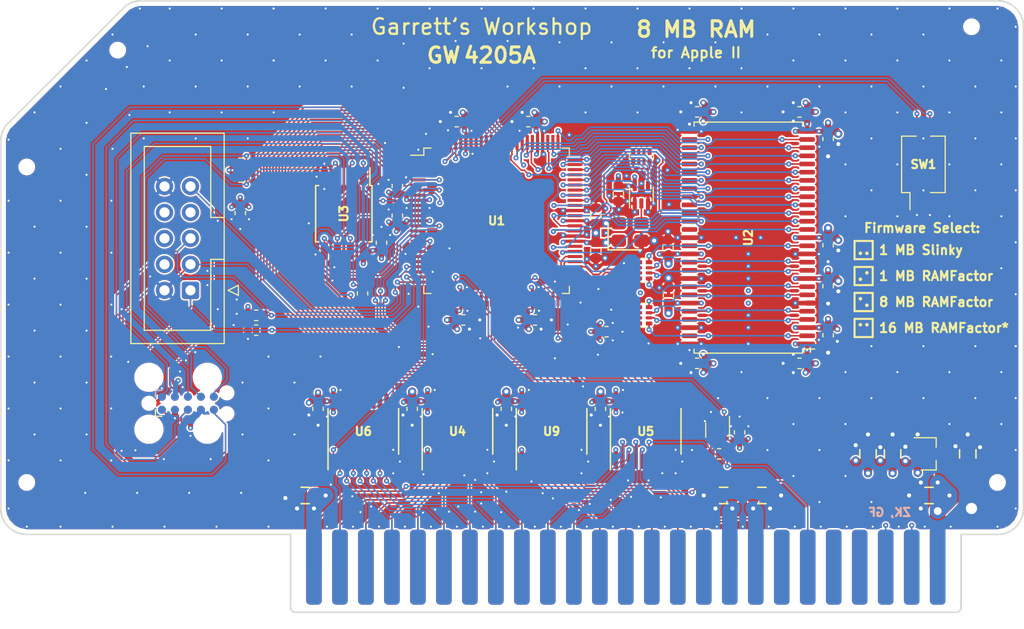
<source format=kicad_pcb>
(kicad_pcb (version 20211014) (generator pcbnew)
  (title_block (title "GR8RAM (GW4205A)") (date "2021-04-20") (rev "1.0") (company "Garrett's Workshop"))
  (layers (0 "F.Cu" signal) (1 "In1.Cu" power) (2 "In2.Cu" power) (31 "B.Cu" signal) (34 "B.Paste" user) (35 "F.Paste" user) (36 "B.SilkS" user "B.Silkscreen") (37 "F.SilkS" user "F.Silkscreen") (38 "B.Mask" user) (39 "F.Mask" user) (44 "Edge.Cuts" user))
  (net 0 "")
  (net 1 "+5V")
  (net 2 "GND")
  (net 3 "/A4")
  (net 4 "/D7")
  (net 5 "/D6")
  (net 6 "/A8")
  (net 7 "/A7")
  (net 8 "/A6")
  (net 9 "/A5")
  (net 10 "/A3")
  (net 11 "/A2")
  (net 12 "/A1")
  (net 13 "/A0")
  (net 14 "/A9")
  (net 15 "/D1")
  (net 16 "/D5")
  (net 17 "/D0")
  (net 18 "/D2")
  (net 19 "/D3")
  (net 20 "/D4")
  (net 21 "/A10")
  (net 22 "+12V")
  (net 23 "-12V")
  (net 24 "-5V")
  (net 25 "/~{IOSEL}")
  (net 26 "/A11")
  (net 27 "/A12")
  (net 28 "/A13")
  (net 29 "/A14")
  (net 30 "/A15")
  (net 31 "/R~{W}")
  (net 32 "/~{IOSTRB}")
  (net 33 "/~{NMI}")
  (net 34 "/~{IRQ}")
  (net 35 "/~{RES}")
  (net 36 "/~{INH}")
  (net 37 "/COLORREF")
  (net 38 "/7M")
  (net 39 "/Q3")
  (net 40 "/PHI1")
  (net 41 "/USER1")
  (net 42 "/PHI0")
  (net 43 "/~{DEVSEL}")
  (net 44 "/INTin")
  (net 45 "/DMAin")
  (net 46 "/TCK")
  (net 47 "/TDO")
  (net 48 "/TMS")
  (net 49 "Net-(J2-Pad6)")
  (net 50 "Net-(J2-Pad7)")
  (net 51 "Net-(J2-Pad8)")
  (net 52 "/TDI")
  (net 53 "/RA0")
  (net 54 "/RA1")
  (net 55 "/RA2")
  (net 56 "/RA3")
  (net 57 "/RA4")
  (net 58 "/RA5")
  (net 59 "/RA6")
  (net 60 "/RA7")
  (net 61 "/RA8")
  (net 62 "/RA9")
  (net 63 "/RA10")
  (net 64 "/RD0")
  (net 65 "/RD1")
  (net 66 "/RD2")
  (net 67 "/RD3")
  (net 68 "/RD4")
  (net 69 "/RD5")
  (net 70 "/RD6")
  (net 71 "/RD7")
  (net 72 "/VIDSYNC")
  (net 73 "+3V3")
  (net 74 "/~{DMA}")
  (net 75 "/R~{RES}")
  (net 76 "/R~{IOSTRB}")
  (net 77 "/R~{DEVSEL}")
  (net 78 "/R~{IOSEL}")
  (net 79 "/RA11")
  (net 80 "/RA12")
  (net 81 "/RA13")
  (net 82 "/RA14")
  (net 83 "/RA15")
  (net 84 "/Ddir")
  (net 85 "Net-(U13-Pad3)")
  (net 86 "/ACLK")
  (net 87 "/RCLK")
  (net 88 "/Dr0")
  (net 89 "/Dr2")
  (net 90 "/Dr1")
  (net 91 "/Dr3")
  (net 92 "/Dr7")
  (net 93 "/Dr5")
  (net 94 "/Dr6")
  (net 95 "/Dr4")
  (net 96 "/SD0")
  (net 97 "/SD1")
  (net 98 "/SD3")
  (net 99 "/SD2")
  (net 100 "/SD6")
  (net 101 "/SD7")
  (net 102 "/SD5")
  (net 103 "/SD4")
  (net 104 "/SDQML")
  (net 105 "/S~{WE}")
  (net 106 "/S~{CAS}")
  (net 107 "/S~{RAS}")
  (net 108 "/S~{CS}")
  (net 109 "/SA0")
  (net 110 "/SA3")
  (net 111 "/SA4")
  (net 112 "/SA6")
  (net 113 "/SCKE")
  (net 114 "/SDQMH")
  (net 115 "/RR~{W}in")
  (net 116 "Net-(RN1-Pad6)")
  (net 117 "Net-(RN1-Pad7)")
  (net 118 "Net-(RN1-Pad1)")
  (net 119 "Net-(RN1-Pad2)")
  (net 120 "Net-(RN1-Pad3)")
  (net 121 "/~{RDY}")
  (net 122 "Net-(R22-Pad2)")
  (net 123 "/SA12")
  (net 124 "/SBA0")
  (net 125 "/SA11")
  (net 126 "/SBA1")
  (net 127 "/SA9")
  (net 128 "/SA10")
  (net 129 "/SA8")
  (net 130 "/SA7")
  (net 131 "/SA1")
  (net 132 "/SA2")
  (net 133 "/SA5")
  (net 134 "/MISO")
  (net 135 "/MOSI")
  (net 136 "/F~{CS}")
  (net 137 "/FCK")
  (net 138 "/RES~{OE}")
  (net 139 "/FD2")
  (net 140 "/FD3")
  (net 141 "Net-(J5-Pad10)")
  (net 142 "Net-(J5-Pad9)")
  (net 143 "Net-(J4-Pad6)")
  (net 144 "Net-(J4-Pad7)")
  (net 145 "Net-(J4-Pad8)")
  (net 146 "Net-(RN5-Pad2)")
  (net 147 "Net-(RN5-Pad3)")
  (net 148 "/RPHI0")
  (net 149 "Net-(J5-Pad6)")
  (net 150 "Net-(U1-Pad49)")
  (net 151 "Net-(U1-Pad48)")
  (net 152 "Net-(U1-Pad33)")
  (net 153 "Net-(U1-Pad29)")
  (net 154 "Net-(U1-Pad28)")
  (net 155 "Net-(U1-Pad27)")
  (net 156 "Net-(U1-Pad26)")
  (net 157 "Net-(U1-Pad21)")
  (net 158 "Net-(U1-Pad20)")
  (net 159 "Net-(U1-Pad18)")
  (net 160 "Net-(U5-Pad11)")
  (net 161 "Net-(U5-Pad12)")
  (net 162 "/FW1")
  (net 163 "/FW0")
  (net 164 "Net-(U1-Pad19)")
  (footprint "stdpads:C_0603" (layer "F.Cu") (at 103.75 100.9 90)
    (fp_text reference "C24")
    (fp_text value "2u2")
  )
  (footprint "stdpads:C_0603" (layer "F.Cu") (at 90.15 91.7 180)
    (fp_text reference "C26")
    (fp_text value "2u2")
  )
  (footprint "stdpads:C_0603" (layer "F.Cu") (at 97.15 91.7 180)
    (fp_text reference "C25")
    (fp_text value "2u2")
  )
  (footprint "stdpads:C_0603" (layer "F.Cu") (at 84.35 100.9 90)
    (fp_text reference "C20")
    (fp_text value "2u2")
  )
  (footprint "stdpads:C_0603" (layer "F.Cu") (at 97.8 111.1)
    (fp_text reference "C22")
    (fp_text value "2u2")
  )
  (footprint "stdpads:C_0603" (layer "F.Cu") (at 103.75 104.3 -90)
    (fp_text reference "C23")
    (fp_text value "2u2")
  )
  (footprint "stdpads:C_0805" (layer "F.Cu") (at 119.976 128.27 180)
    (fp_text reference "C2" hide)
    (fp_text value "10u" hide)
  )
  (footprint "stdpads:C_0805" (layer "F.Cu") (at 116.244 128.27)
    (fp_text reference "C3" hide)
    (fp_text value "10u" hide)
  )
  (footprint "stdpads:AppleIIBus_Edge" (layer "F.Cu") (at 106.68 135.382)
    (fp_text reference "J1" hide)
    (fp_text value "AppleIIBus")
  )
  (footprint "stdpads:Fiducial" (layer "F.Cu") (at 143.002 82.423 -90)
    (fp_text reference "FID1" hide)
    (fp_text value "Fiducial" hide)
  )
  (footprint "stdpads:Fiducial" (layer "F.Cu") (at 143.002 129.54)
    (fp_text reference "FID4" hide)
    (fp_text value "Fiducial" hide)
  )
  (footprint "stdpads:PasteHole_1.1mm_PTH" (layer "F.Cu") (at 140.462 129.54)
    (fp_text reference "H1" hide)
    (fp_text value " " hide)
  )
  (footprint "stdpads:C_0805" (layer "F.Cu") (at 75.35 128.27 180)
    (fp_text reference "C4" hide)
    (fp_text value "10u" hide)
  )
  (footprint "stdpads:TSSOP-20_4.4x6.5mm_P0.65mm" (layer "F.Cu") (at 99.425 122)
    (fp_text reference "U9")
    (fp_text value "74AHC245PW")
  )
  (footprint "stdpads:C_0603" (layer "F.Cu") (at 85.8 119.8 -90)
    (fp_text reference "C14")
    (fp_text value "2u2")
  )
  (footprint "stdpads:C_0603" (layer "F.Cu") (at 90.8 111.1)
    (fp_text reference "C21")
    (fp_text value "2u2")
  )
  (footprint "stdpads:C_0603" (layer "F.Cu") (at 95 119.8 -90)
    (fp_text reference "C15")
    (fp_text value "2u2")
  )
  (footprint "stdpads:C_0805" (layer "F.Cu") (at 136.31 128.27 180)
    (fp_text reference "C1")
    (fp_text value "10u")
  )
  (footprint "stdpads:TSSOP-20_4.4x6.5mm_P0.65mm" (layer "F.Cu") (at 108.625 122)
    (fp_text reference "U5")
    (fp_text value "74AHC245PW")
  )
  (footprint "stdpads:C_0603" (layer "F.Cu") (at 84.35 98 90)
    (fp_text reference "C19")
    (fp_text value "2u2")
  )
  (footprint "stdpads:C_0603" (layer "F.Cu") (at 126.45 103.8 -90)
    (fp_text reference "C31")
    (fp_text value "2u2")
  )
  (footprint "stdpads:C_0603" (layer "F.Cu") (at 126.45 112.6 -90)
    (fp_text reference "C29")
    (fp_text value "2u2")
  )
  (footprint "stdpads:C_0603" (layer "F.Cu") (at 126.45 107.8 -90)
    (fp_text reference "C30")
    (fp_text value "2u2")
  )
  (footprint "stdpads:C_0603" (layer "F.Cu") (at 113.65 115.35 180)
    (fp_text reference "C35")
    (fp_text value "2u2")
  )
  (footprint "stdpads:TSOP-II-54_22.2x10.16mm_P0.8mm" (layer "F.Cu") (at 118.65 103.05 90)
    (fp_text reference "U2")
    (fp_text value "W9825")
  )
  (footprint "stdpads:C_0603" (layer "F.Cu") (at 110.85 108.7 90)
    (fp_text reference "C34")
    (fp_text value "2u2")
  )
  (footprint "stdpads:Crystal_SMD_3225-4Pin_3.2x2.5mm" (layer "F.Cu") (at 107.1 102.5)
    (fp_text reference "U13")
    (fp_text value "25M")
  )
  (footprint "stdpads:SOT-353" (layer "F.Cu") (at 108.2 98.85 -90)
    (fp_text reference "U16")
    (fp_text value "74LVC1G125GW")
  )
  (footprint "stdpads:C_0603" (layer "F.Cu") (at 105.95 98.75 -90)
    (fp_text reference "C27")
    (fp_text value "2u2")
  )
  (footprint "stdpads:C_0603" (layer "F.Cu") (at 110.8 104.05 90)
    (fp_text reference "C33")
    (fp_text value "2u2")
  )
  (footprint "stdpads:C_0603" (layer "F.Cu") (at 123.65 115.35 180)
    (fp_text reference "C28")
    (fp_text value "2u2")
  )
  (footprint "stdpads:TSSOP-20_4.4x6.5mm_P0.65mm" (layer "F.Cu") (at 90.225 122)
    (fp_text reference "U4")
    (fp_text value "74AHC245PW")
  )
  (footprint "stdpads:TSSOP-20_4.4x6.5mm_P0.65mm" (layer "F.Cu") (at 81.025 122)
    (fp_text reference "U6")
    (fp_text value "74AHC245PW")
  )
  (footprint "stdpads:C_0603" (layer "F.Cu") (at 104.2 119.8 -90)
    (fp_text reference "C16")
    (fp_text value "2u2")
  )
  (footprint "stdpads:C_0603" (layer "F.Cu") (at 126.45 93.4 -90)
    (fp_text reference "C32")
    (fp_text value "2u2")
  )
  (footprint "stdpads:Fiducial" (layer "F.Cu") (at 48.133 93.599 90)
    (fp_text reference "FID2" hide)
    (fp_text value "Fiducial" hide)
  )
  (footprint "stdpads:Fiducial" (layer "F.Cu") (at 58.801 82.931 90)
    (fp_text reference "FID3" hide)
    (fp_text value "Fiducial" hide)
  )
  (footprint "stdpads:Fiducial" (layer "F.Cu") (at 48.133 129.54)
    (fp_text reference "FID5" hide)
    (fp_text value "Fiducial" hide)
  )
  (footprint "stdpads:PasteHole_1.152mm_NPTH" (layer "F.Cu") (at 48.133 96.139 90)
    (fp_text reference "H3")
    (fp_text value " " hide)
  )
  (footprint "stdpads:PasteHole_1.152mm_NPTH" (layer "F.Cu") (at 57.023 84.709 90)
    (fp_text reference "H4")
    (fp_text value " " hide)
  )
  (footprint "stdpads:PasteHole_1.152mm_NPTH" (layer "F.Cu") (at 143.002 127)
    (fp_text reference "H6")
    (fp_text value " " hide)
  )
  (footprint "stdpads:PasteHole_1.152mm_NPTH" (layer "F.Cu") (at 48.133 127)
    (fp_text reference "H2")
    (fp_text value " " hide)
  )
  (footprint "stdpads:R4_0402" (layer "F.Cu") (at 108.2 95.15)
    (fp_text reference "RN1")
    (fp_text value "4x33")
  )
  (footprint "stdpads:R4_0402" (layer "F.Cu") (at 108.45 106.25 -90)
    (fp_text reference "RN2")
    (fp_text value "4x33")
  )
  (footprint "stdpads:R4_0402" (layer "F.Cu") (at 108.45 110.65 -90)
    (fp_text reference "RN3")
    (fp_text value "4x33")
  )
  (footprint "stdpads:PasteHole_1.152mm_NPTH" (layer "F.Cu") (at 140.462 82.423 -90)
    (fp_text reference "H5")
    (fp_text value " " hide)
  )
  (footprint "stdpads:TQFP-100_14x14mm_P0.5mm" (layer "F.Cu") (at 94.05 101.4 -90)
    (fp_text reference "U1")
    (fp_text value "EPM240T100C5N")
  )
  (footprint "stdpads:SOT-23" (layer "F.Cu") (at 136.25 124.2 180)
    (fp_text reference "U8")
    (fp_text value "XC6206P332MR")
  )
  (footprint "stdpads:C_0805" (layer "F.Cu") (at 132.75 124.2 90)
    (fp_text reference "C10")
    (fp_text value "10u")
  )
  (footprint "stdpads:C_0603" (layer "F.Cu") (at 117.8 122.1 90)
    (fp_text reference "C42")
    (fp_text value "2u2")
  )
  (footprint "stdpads:R_0603" (layer "F.Cu") (at 115.8 124.2 180)
    (fp_text reference "R22")
    (fp_text value "33")
  )
  (footprint "stdpads:SOT-353" (layer "F.Cu") (at 115.65 121.85 90)
    (fp_text reference "U14")
    (fp_text value "74LVC1G125GW")
  )
  (footprint "stdpads:C_0603" (layer "F.Cu") (at 69 100.65 -90)
    (fp_text reference "C44")
    (fp_text value "2u2")
  )
  (footprint "stdpads:C_0603" (layer "F.Cu") (at 82.8 103.551 90)
    (fp_text reference "C18")
    (fp_text value "2u2")
  )
  (footprint "Connector:Tag-Connect_TC2050-IDC-FP_2x05_P1.27mm_Vertical" (layer "F.Cu") (at 63.881 119.253)
    (fp_text reference "J2")
    (fp_text value "JTAG")
  )
  (footprint "stdpads:SOIC-8_5.3mm" (layer "F.Cu") (at 79.121 100.711 180)
    (fp_text reference "U3")
    (fp_text value "W25Q128JVSIQ")
  )
  (footprint "stdpads:R_0603" (layer "F.Cu") (at 70.55 112.1 180)
    (fp_text reference "R29")
    (fp_text value "22k")
  )
  (footprint "stdpads:R4_0402" (layer "F.Cu") (at 69.1 96.45 90)
    (fp_text reference "RN5")
    (fp_text value "4x10k")
  )
  (footprint "stdpads:R_0603" (layer "F.Cu") (at 70.55 110.65)
    (fp_text reference "R28")
    (fp_text value "22k")
  )
  (footprint "Connector_IDC:IDC-Header_2x05_P2.54mm_Vertical" (layer "F.Cu") (at 64.135 108.204 180)
    (fp_text reference "J4" hide)
    (fp_text value "JTAG")
  )
  (footprint "stdpads:R_0603" (layer "F.Cu") (at 80.95 108.5 90)
    (fp_text reference "R31")
    (fp_text value "33")
  )
  (footprint "stdpads:C_0603" (layer "F.Cu") (at 104.8 112.25)
    (fp_text reference "C43")
    (fp_text value "2u2")
  )
  (footprint "stdpads:SW_DIP_SPSTx02_Slide_DSHP02TS_P1.27mm" (layer "F.Cu") (at 135.763 95.885)
    (fp_text reference "SW1")
    (fp_text value "FW")
  )
  (footprint "stdpads:C_0603" (layer "F.Cu") (at 123.65 90.75 180)
    (fp_text reference "C12")
    (fp_text value "2u2")
  )
  (footprint "stdpads:C_0603" (layer "F.Cu") (at 113.65 90.75 180)
    (fp_text reference "C5")
    (fp_text value "2u2")
  )
  (footprint "stdpads:C_0603" (layer "F.Cu") (at 76.6 119.8 -90)
    (fp_text reference "C13")
    (fp_text value "2u2")
  )
  (footprint "stdpads:C_0805" (layer "F.Cu") (at 140.1 124.2 90)
    (fp_text reference "C7")
    (fp_text value "10u")
  )
  (footprint "stdpads:C_0805" (layer "F.Cu") (at 130.35 124.2 90)
    (fp_text reference "C11")
    (fp_text value "10u")
  )
  (footprint "Connector:Tag-Connect_TC2050-IDC-FP_2x05_P1.27mm_Vertical" (layer "B.Cu") (at 63.881 119.253)
    (fp_text reference "J5")
    (fp_text value "JTAG")
  )
  (gr_line (start 129.032 107.696) (end 130.81 107.696) (layer "F.SilkS") (width 0.2032))
  (gr_line (start 130.81 105.918) (end 129.032 105.918) (layer "F.SilkS") (width 0.2032))
  (gr_line (start 130.2384 106.4895) (end 130.2385 106.4895) (layer "F.SilkS") (width 0.35))
  (gr_line (start 129.6034 107.1245) (end 129.6035 107.1245) (layer "F.SilkS") (width 0.35))
  (gr_line (start 130.81 107.696) (end 130.81 105.918) (layer "F.SilkS") (width 0.2032))
  (gr_line (start 129.032 107.696) (end 129.032 105.918) (layer "F.SilkS") (width 0.2032))
  (gr_line (start 129.032 105.156) (end 130.81 105.156) (layer "F.SilkS") (width 0.2032))
  (gr_line (start 130.81 105.156) (end 130.81 103.378) (layer "F.SilkS") (width 0.2032))
  (gr_line (start 129.032 105.156) (end 129.032 103.378) (layer "F.SilkS") (width 0.2032))
  (gr_line (start 129.6034 104.5845) (end 129.6035 104.5845) (layer "F.SilkS") (width 0.35))
  (gr_line (start 130.23855 104.5845) (end 130.23865 104.5845) (layer "F.SilkS") (width 0.35))
  (gr_line (start 130.81 103.378) (end 129.032 103.378) (layer "F.SilkS") (width 0.2032))
  (gr_line (start 129.032 112.776) (end 130.81 112.776) (layer "F.SilkS") (width 0.2032))
  (gr_line (start 130.81 110.998) (end 129.032 110.998) (layer "F.SilkS") (width 0.2032))
  (gr_line (start 130.23855 111.5695) (end 130.23865 111.5695) (layer "F.SilkS") (width 0.35))
  (gr_line (start 129.6034 111.5695) (end 129.6035 111.5695) (layer "F.SilkS") (width 0.35))
  (gr_line (start 130.81 112.776) (end 130.81 110.998) (layer "F.SilkS") (width 0.2032))
  (gr_line (start 129.032 112.776) (end 129.032 110.998) (layer "F.SilkS") (width 0.2032))
  (gr_line (start 129.032 110.236) (end 130.81 110.236) (layer "F.SilkS") (width 0.2032))
  (gr_line (start 130.81 110.236) (end 130.81 108.458) (layer "F.SilkS") (width 0.2032))
  (gr_line (start 129.032 110.236) (end 129.032 108.458) (layer "F.SilkS") (width 0.2032))
  (gr_line (start 129.6034 109.0295) (end 129.6035 109.0295) (layer "F.SilkS") (width 0.35))
  (gr_line (start 130.23855 109.6645) (end 130.23865 109.6645) (layer "F.SilkS") (width 0.35))
  (gr_line (start 130.81 108.458) (end 129.032 108.458) (layer "F.SilkS") (width 0.2032))
  (gr_line (start 73.914 132.08) (end 73.914 139.192) (layer "Edge.Cuts") (width 0.15))
  (gr_arc (start 139.446 139.192) (mid 139.29721 139.55121) (end 138.938 139.7) (layer "Edge.Cuts") (width 0.15))
  (gr_arc (start 74.422 139.7) (mid 74.06279 139.55121) (end 73.914 139.192) (layer "Edge.Cuts") (width 0.15))
  (gr_line (start 145.542 129.54) (end 145.542 82.423) (layer "Edge.Cuts") (width 0.15))
  (gr_line (start 138.938 139.7) (end 74.422 139.7) (layer "Edge.Cuts") (width 0.15))
  (gr_arc (start 143.002 79.883) (mid 144.798051 80.626949) (end 145.542 82.423) (layer "Edge.Cuts") (width 0.15))
  (gr_arc (start 145.542 129.54) (mid 144.798051 131.336051) (end 143.002 132.08) (layer "Edge.Cuts") (width 0.15))
  (gr_line (start 139.446 132.08) (end 139.446 139.192) (layer "Edge.Cuts") (width 0.15))
  (gr_line (start 143.002 132.08) (end 139.446 132.08) (layer "Edge.Cuts") (width 0.15))
  (gr_line (start 48.133 132.08) (end 73.914 132.08) (layer "Edge.Cuts") (width 0.15))
  (gr_arc (start 48.133 132.08) (mid 46.336949 131.336051) (end 45.593 129.54) (layer "Edge.Cuts") (width 0.15))
  (gr_line (start 45.593 129.54) (end 45.593 93.599) (layer "Edge.Cuts") (width 0.15))
  (gr_arc (start 45.593 93.599) (mid 45.723345 92.795781) (end 46.101001 92.074999) (layer "Edge.Cuts") (width 0.15))
  (gr_arc (start 57.785 80.391) (mid 58.505781 80.013344) (end 59.309 79.883) (layer "Edge.Cuts") (width 0.15))
  (gr_line (start 57.785 80.391) (end 46.101001 92.074999) (layer "Edge.Cuts") (width 0.15))
  (gr_line (start 59.309 79.883) (end 143.002 79.883) (layer "Edge.Cuts") (width 0.15))
  (gr_text "ZK, GF" (at 132.461 129.921) (layer "B.SilkS") (effects (font (size 0.8128 0.8128) (thickness 0.2032)) (justify mirror)))
  (gr_text "Firmware Select:" (at 135.636 102.108) (layer "F.SilkS") (effects (font (size 0.9 0.9) (thickness 0.2032))))
  (gr_text "1 MB Slinky" (at 131.318 104.267) (layer "F.SilkS") (effects (font (size 0.9 0.9) (thickness 0.2032)) (justify left)))
  (gr_text "1 MB RAMFactor" (at 131.318 106.807) (layer "F.SilkS") (effects (font (size 0.9 0.9) (thickness 0.2032)) (justify left)))
  (gr_text "16 MB RAMFactor*" (at 131.318 111.887) (layer "F.SilkS") (effects (font (size 0.9 0.9) (thickness 0.2032)) (justify left)))
  (gr_text "8 MB RAMFactor" (at 131.318 109.347) (layer "F.SilkS") (effects (font (size 0.9 0.9) (thickness 0.2032)) (justify left)))
  (gr_text "GW" (at 90.678 85.217) (layer "F.SilkS") (effects (font (size 1.5 1.5) (thickness 0.3)) (justify right)))
  (gr_text "4205A" (at 90.678 85.217) (layer "F.SilkS") (effects (font (size 1.5 1.5) (thickness 0.3)) (justify left)))
  (gr_text "Garrett’s Workshop" (at 92.583 82.423) (layer "F.SilkS") (effects (font (size 1.524 1.524) (thickness 0.225))))
  (gr_text "for Apple II" (at 113.538 84.963) (layer "F.SilkS") (effects (font (size 1.016 1.016) (thickness 0.2032))))
  (gr_text "8 MB RAM" (at 113.538 82.677) (layer "F.SilkS") (effects (font (size 1.524 1.524) (thickness 0.3))))
  (segment (start 137.16 128.27) (end 137.16 127) (width 0.762) (layer "F.Cu") (net 1))
  (segment (start 137.16 128.27) (end 138.303 128.27) (width 0.762) (layer "F.Cu") (net 1))
  (segment (start 137.16 127) (end 137.75 127) (width 0.8) (layer "F.Cu") (net 1))
  (segment (start 137.16 135.382) (end 137.16 129.794) (width 1.524) (layer "F.Cu") (net 1))
  (segment (start 137.16 129.794) (end 137.668 129.794) (width 0.8) (layer "F.Cu") (net 1))
  (segment (start 137.16 130.937) (end 137.16 135.382) (width 0.8) (layer "F.Cu") (net 1))
  (segment (start 137.3 126.86) (end 137.16 127) (width 0.8) (layer "F.Cu") (net 1))
  (segment (start 137.3 124.2) (end 137.3 126.378) (width 0.8) (layer "F.Cu") (net 1))
  (segment (start 138.303 129.159) (end 138.303 128.27) (width 0.8) (layer "F.Cu") (net 1))
  (segment (start 138.25 124.2) (end 139.1 125.05) (width 0.8) (layer "F.Cu") (net 1))
  (segment (start 137.16 128.27) (end 137.16 129.794) (width 0.8) (layer "F.Cu") (net 1))
  (segment (start 137.3 124.2) (end 138.25 124.2) (width 0.8) (layer "F.Cu") (net 1))
  (segment (start 137.16 127) (end 137.922 127) (width 0.8) (layer "F.Cu") (net 1))
  (segment (start 138.303 127.381) (end 138.303 128.27) (width 0.8) (layer "F.Cu") (net 1))
  (segment (start 137.3 124.2) (end 137.3 126.86) (width 0.8) (layer "F.Cu") (net 1))
  (segment (start 137.3 126.378) (end 137.922 127) (width 0.8) (layer "F.Cu") (net 1))
  (segment (start 137.668 129.794) (end 138.303 129.159) (width 0.8) (layer "F.Cu") (net 1))
  (segment (start 139.1 125.05) (end 140.1 125.05) (width 0.8) (layer "F.Cu") (net 1))
  (segment (start 137.922 127) (end 138.303 127.381) (width 0.8) (layer "F.Cu") (net 1))
  (via (at 138.303 128.27) (size 0.8) (drill 0.4) (layers "F.Cu" "B.Cu") (net 1))
  (via (at 137.16 129.794) (size 1.524) (drill 0.762) (layers "F.Cu" "B.Cu") (net 1))
  (via (at 137.16 127) (size 0.8) (drill 0.4) (layers "F.Cu" "B.Cu") (net 1))
  (segment (start 138.1125 127.9525) (end 137.16 127) (width 0.8) (layer "B.Cu") (net 1))
  (segment (start 137.16 127) (end 136.906 127) (width 0.8) (layer "B.Cu") (net 1))
  (segment (start 138.303 128.27) (end 138.303 128.651) (width 1.524) (layer "B.Cu") (net 1))
  (segment (start 138.53 128.27) (end 138.303 128.27) (width 0.5) (layer "B.Cu") (net 1))
  (segment (start 138.303 128.651) (end 137.16 129.794) (width 1.524) (layer "B.Cu") (net 1))
  (segment (start 138.6205 127.9525) (end 138.1125 127.9525) (width 0.8) (layer "B.Cu") (net 1))
  (segment (start 137.16 129.794) (end 137.16 128.651) (width 0.5) (layer "B.Cu") (net 1))
  (segment (start 137.856 129.794) (end 137.16 129.794) (width 0.45) (layer "B.Cu") (net 1))
  (segment (start 137.16 127) (end 137.31 126.85) (width 0.5) (layer "B.Cu") (net 1))
  (segment (start 138.303 128.143) (end 137.16 127) (width 1.524) (layer "B.Cu") (net 1))
  (segment (start 137.16 127) (end 137.16 127.96) (width 0.8) (layer "B.Cu") (net 1))
  (segment (start 137.16 129.794) (end 137.16 127) (width 1.524) (layer "B.Cu") (net 1))
  (segment (start 138.303 128.27) (end 138.303 128.143) (width 1.524) (layer "B.Cu") (net 1))
  (segment (start 137.16 128.94) (end 137.16 129.794) (width 0.5) (layer "B.Cu") (net 1))
  (segment (start 136.915002 127) (end 137.16 127) (width 0.8) (layer "B.Cu") (net 1))
  (segment (start 120.826 128.27) (end 120.826 129.491) (width 0.8) (layer "F.Cu") (net 2))
  (segment (start 120.826 129.491) (end 120.777 129.54) (width 0.8) (layer "F.Cu") (net 2))
  (segment (start 74.5 128.27) (end 74.5 129.491) (width 0.8) (layer "F.Cu") (net 2))
  (segment (start 74.5 129.491) (end 74.549 129.54) (width 0.8) (layer "F.Cu") (net 2))
  (segment (start 98.05 109.0625) (end 98.05 108) (width 0.3) (layer "F.Cu") (net 2))
  (segment (start 98.05 108) (end 98.15 107.9) (width 0.3) (layer "F.Cu") (net 2))
  (segment (start 91.05 109.0625) (end 91.05 108) (width 0.3) (layer "F.Cu") (net 2))
  (segment (start 91.05 108) (end 91.15 107.9) (width 0.3) (layer "F.Cu") (net 2))
  (segment (start 98.55 93.7375) (end 98.55 94.8) (width 0.3) (layer "F.Cu") (net 2))
  (segment (start 98.55 94.8) (end 98.65 94.9) (width 0.3) (layer "F.Cu") (net 2))
  (segment (start 101.7125 100.4) (end 100.55 100.4) (width 0.3) (layer "F.Cu") (net 2))
  (segment (start 101.7125 102.9) (end 100.65 102.9) (width 0.3) (layer "F.Cu") (net 2))
  (segment (start 100.65 102.9) (end 100.55 102.8) (width 0.3) (layer "F.Cu") (net 2))
  (segment (start 96.4 91.7) (end 96.4 92.49999) (width 0.5) (layer "F.Cu") (net 2))
  (segment (start 96.4 92.49999) (end 96.3 92.59999) (width 0.5) (layer "F.Cu") (net 2))
  (segment (start 98.55 93.7375) (end 98.55 92.75) (width 0.3) (layer "F.Cu") (net 2))
  (segment (start 98.55 92.75) (end 98.7 92.6) (width 0.3) (layer "F.Cu") (net 2))
  (segment (start 84.35 100.15) (end 85.25 100.15) (width 0.5) (layer "F.Cu") (net 2))
  (segment (start 85.45 99.9) (end 85.25 100.1) (width 0.3) (layer "F.Cu") (net 2))
  (segment (start 85.25 100.1) (end 85.25 100.15) (width 0.3) (layer "F.Cu") (net 2))
  (segment (start 86.3875 99.9) (end 85.45 99.9) (width 0.3) (layer "F.Cu") (net 2))
  (segment (start 85.45 100.4) (end 85.25 100.2) (width 0.3) (layer "F.Cu") (net 2))
  (segment (start 85.25 100.2) (end 85.25 100.15) (width 0.3) (layer "F.Cu") (net 2))
  (segment (start 86.3875 100.4) (end 85.45 100.4) (width 0.3) (layer "F.Cu") (net 2))
  (segment (start 103 100.15) (end 102.85 100.3) (width 0.5) (layer "F.Cu") (net 2))
  (segment (start 102.85 100.3) (end 102.85 100.4) (width 0.5) (layer "F.Cu") (net 2))
  (segment (start 103.75 100.15) (end 103 100.15) (width 0.5) (layer "F.Cu") (net 2))
  (segment (start 101.7125 102.9) (end 102.7 102.9) (width 0.3) (layer "F.Cu") (net 2))
  (segment (start 102.7 102.9) (end 102.85 102.75) (width 0.3) (layer "F.Cu") (net 2))
  (segment (start 101.7125 100.4) (end 102.85 100.4) (width 0.3) (layer "F.Cu") (net 2))
  (segment (start 91.55 110.35) (end 91.4 110.2) (width 0.5) (layer "F.Cu") (net 2))
  (segment (start 91.4 110.2) (end 91.2 110.2) (width 0.5) (layer "F.Cu") (net 2))
  (segment (start 91.55 111.1) (end 91.55 110.35) (width 0.5) (layer "F.Cu") (net 2))
  (segment (start 91.05 109.0625) (end 91.05 110.05) (width 0.3) (layer "F.Cu") (net 2))
  (segment (start 91.05 110.05) (end 91.2 110.2) (width 0.3) (layer "F.Cu") (net 2))
  (segment (start 98.55 110.35) (end 98.4 110.2) (width 0.5) (layer "F.Cu") (net 2))
  (segment (start 98.4 110.2) (end 98.2 110.2) (width 0.5) (layer "F.Cu") (net 2))
  (segment (start 98.55 111.1) (end 98.55 110.35) (width 0.5) (layer "F.Cu") (net 2))
  (segment (start 98.05 109.0625) (end 98.05 110.05) (width 0.3) (layer "F.Cu") (net 2))
  (segment (start 98.05 110.05) (end 98.2 110.2) (width 0.3) (layer "F.Cu") (net 2))
  (segment (start 102.35 124.95) (end 102.35 126.1) (width 0.45) (layer "F.Cu") (net 2))
  (segment (start 102.35 124.95) (end 103 124.95) (width 0.45) (layer "F.Cu") (net 2))
  (segment (start 102.35 124.95) (end 102.35 123.8) (width 0.45) (layer "F.Cu") (net 2))
  (segment (start 93.15 124.95) (end 93.8 124.95) (width 0.45) (layer "F.Cu") (net 2))
  (segment (start 93.15 124.95) (end 93.15 126.1) (width 0.45) (layer "F.Cu") (net 2))
  (segment (start 93.15 124.95) (end 93.15 123.8) (width 0.45) (layer "F.Cu") (net 2))
  (segment (start 83.95 124.95) (end 84.6 124.95) (width 0.45) (layer "F.Cu") (net 2))
  (segment (start 83.95 124.95) (end 83.95 123.8) (width 0.45) (layer "F.Cu") (net 2))
  (segment (start 83.95 124.95) (end 83.95 126.1) (width 0.45) (layer "F.Cu") (net 2))
  (segment (start 135.46 128.27) (end 135.46 129.491) (width 0.762) (layer "F.Cu") (net 2))
  (segment (start 135.46 129.491) (end 135.509 129.54) (width 0.762) (layer "F.Cu") (net 2))
  (segment (start 135.46 128.27) (end 135.46 127.049) (width 0.762) (layer "F.Cu") (net 2))
  (segment (start 135.46 127.049) (end 135.509 127) (width 0.762) (layer "F.Cu") (net 2))
  (segment (start 135.46 128.27) (end 134.366 128.27) (width 0.762) (layer "F.Cu") (net 2))
  (segment (start 115.394 128.27) (end 114.3 128.27) (width 0.8) (layer "F.Cu") (net 2))
  (segment (start 115.394 128.27) (end 115.394 129.491) (width 0.8) (layer "F.Cu") (net 2))
  (segment (start 115.394 129.491) (end 115.443 129.54) (width 0.8) (layer "F.Cu") (net 2))
  (segment (start 94.975 120.55) (end 95.875 120.55) (width 0.508) (layer "F.Cu") (net 2))
  (segment (start 76.575 120.55) (end 77.475 120.55) (width 0.508) (layer "F.Cu") (net 2))
  (segment (start 112.9 92.65) (end 112.9 91.95) (width 0.45) (layer "F.Cu") (net 2))
  (segment (start 112.9 92.65) (end 114.05 92.65) (width 0.45) (layer "F.Cu") (net 2))
  (segment (start 112.9 103.05) (end 114.05 103.05) (width 0.45) (layer "F.Cu") (net 2))
  (segment (start 110.8 103.3) (end 111.6 103.3) (width 0.508) (layer "F.Cu") (net 2))
  (segment (start 112.9 111.85) (end 114.05 111.85) (width 0.45) (layer "F.Cu") (net 2))
  (segment (start 124.4 109.45) (end 123.25 109.45) (width 0.45) (layer "F.Cu") (net 2))
  (segment (start 124.4 104.65) (end 125.55 104.65) (width 0.45) (layer "F.Cu") (net 2))
  (segment (start 126.45 104.55) (end 125.65 104.55) (width 0.508) (layer "F.Cu") (net 2))
  (segment (start 112.9 111.85) (end 111.75 111.85) (width 0.45) (layer "F.Cu") (net 2))
  (segment (start 126.45 108.55) (end 126.45 109.5) (width 0.762) (layer "F.Cu") (net 2))
  (segment (start 125.65 104.55) (end 125.55 104.65) (width 0.508) (layer "F.Cu") (net 2))
  (segment (start 124.4 104.65) (end 123.25 104.65) (width 0.45) (layer "F.Cu") (net 2))
  (segment (start 124.4 109.45) (end 126.4 109.45) (width 0.508) (layer "F.Cu") (net 2))
  (segment (start 112.9 103.05) (end 111.75 103.05) (width 0.45) (layer "F.Cu") (net 2))
  (segment (start 111.65 103.15) (end 111.75 103.05) (width 0.508) (layer "F.Cu") (net 2))
  (segment (start 126.4 109.45) (end 126.45 109.5) (width 0.508) (layer "F.Cu") (net 2))
  (segment (start 112.9 107.05) (end 114.05 107.05) (width 0.45) (layer "F.Cu") (net 2))
  (segment (start 132.75 123.35) (end 132.75 122.3) (width 0.8) (layer "F.Cu") (net 2))
  (segment (start 105.55 112.25) (end 105.55 111.55) (width 0.5) (layer "F.Cu") (net 2))
  (segment (start 105.55 111.55) (end 105.4 111.4) (width 0.5) (layer "F.Cu") (net 2))
  (segment (start 105.4 113.1) (end 105.55 112.95) (width 0.5) (layer "F.Cu") (net 2))
  (segment (start 105.55 112.95) (end 105.55 112.25) (width 0.5) (layer "F.Cu") (net 2))
  (segment (start 130.35 123.35) (end 129.15 123.35) (width 0.8) (layer "F.Cu") (net 2))
  (segment (start 130.35 123.35) (end 131.35 123.35) (width 0.8) (layer "F.Cu") (net 2))
  (segment (start 131.35 123.35) (end 131.55 123.55) (width 0.8) (layer "F.Cu") (net 2))
  (segment (start 130.35 122.3) (end 130.35 123.35) (width 0.8) (layer "F.Cu") (net 2))
  (segment (start 141.1 123.35) (end 141.3 123.55) (width 0.8) (layer "F.Cu") (net 2))
  (segment (start 140.1 123.35) (end 140.1 122.3) (width 0.8) (layer "F.Cu") (net 2))
  (segment (start 140.1 123.35) (end 141.1 123.35) (width 0.8) (layer "F.Cu") (net 2))
  (segment (start 127.2 94.15) (end 127.45 93.9) (width 0.8) (layer "F.Cu") (net 2))
  (segment (start 89.4 91.7) (end 89.4 90.95) (width 0.6) (layer "F.Cu") (net 2))
  (segment (start 76.4845 97.061) (end 76.454 97.0915) (width 0.5) (layer "F.Cu") (net 2))
  (segment (start 95 120.55) (end 94.25 120.55) (width 0.6) (layer "F.Cu") (net 2))
  (segment (start 103.75 100.15) (end 104.65 100.15) (width 0.5) (layer "F.Cu") (net 2))
  (segment (start 82.8 102.801) (end 81.951 102.801) (width 0.5) (layer "F.Cu") (net 2))
  (segment (start 112.9 113.45) (end 114.05 113.45) (width 0.45) (layer "F.Cu") (net 2))
  (segment (start 75.85 120.55) (end 75.7 120.4) (width 0.6) (layer "F.Cu") (net 2))
  (segment (start 106.35 120.15) (end 106.35 119.05) (width 0.45) (layer "F.Cu") (net 2))
  (segment (start 110.8 103.3) (end 110.8 102.45) (width 0.6) (layer "F.Cu") (net 2))
  (segment (start 104.2 120.55) (end 103.45 120.55) (width 0.6) (layer "F.Cu") (net 2))
  (segment (start 122.9 114.6) (end 123.05 114.45) (width 0.6) (layer "F.Cu") (net 2))
  (segment (start 117.1 121.35) (end 116.95 121.5) (width 0.5) (layer "F.Cu") (net 2))
  (segment (start 106.35 119.05) (end 106.35 118) (width 0.45) (layer "F.Cu") (net 2))
  (segment (start 73.66 128.27) (end 74.5 128.27) (width 0.8) (layer "F.Cu") (net 2))
  (segment (start 61.341 118.618) (end 61.341 117.7925) (width 0.6) (layer "F.Cu") (net 2))
  (segment (start 127.2 104.55) (end 127.45 104.3) (width 0.762) (layer "F.Cu") (net 2))
  (segment (start 91.6 92.6) (end 91.55 92.65) (width 0.3) (layer "F.Cu") (net 2))
  (segment (start 122.9 90.75) (end 122.9 91.5) (width 0.6) (layer "F.Cu") (net 2))
  (segment (start 103.45 120.55) (end 103.3 120.4) (width 0.6) (layer "F.Cu") (net 2))
  (segment (start 126.45 104.55) (end 127.2 104.55) (width 0.762) (layer "F.Cu") (net 2))
  (segment (start 126.45 104.55) (end 126.45 105.4) (width 0.6) (layer "F.Cu") (net 2))
  (segment (start 77.216 97.061) (end 76.4845 97.061) (width 0.5) (layer "F.Cu") (net 2))
  (segment (start 87.5 100.15) (end 87.5 100.05) (width 0.3) (layer "F.Cu") (net 2))
  (segment (start 96.4 91.7) (end 95.55 91.7) (width 0.6) (layer "F.Cu") (net 2))
  (segment (start 96.4 91.7) (end 96.4 90.95) (width 0.6) (layer "F.Cu") (net 2))
  (segment (start 126.45 113.35) (end 127.2 113.35) (width 0.6) (layer "F.Cu") (net 2))
  (segment (start 85.1 97.25) (end 84.35 97.25) (width 0.5) (layer "F.Cu") (net 2))
  (segment (start 82.8 102.801) (end 82.8 102) (width 0.5) (layer "F.Cu") (net 2))
  (segment (start 111.55 124.95) (end 111.55 123.8) (width 0.45) (layer "F.Cu") (net 2))
  (segment (start 115 121) (end 115 120.1) (width 0.4) (layer "F.Cu") (net 2))
  (segment (start 112.9 115.35) (end 112.9 116.1) (width 0.6) (layer "F.Cu") (net 2))
  (segment (start 107.55 99.7) (end 107.55 100.55) (width 0.4) (layer "F.Cu") (net 2))
  (segment (start 102.975 105.05) (end 103.75 105.05) (width 0.5) (layer "F.Cu") (net 2))
  (segment (start 91.55 92.65) (end 91.55 93.7375) (width 0.3) (layer "F.Cu") (net 2))
  (segment (start 89.4 90.95) (end 89.55 90.8) (width 0.6) (layer "F.Cu") (net 2))
  (segment (start 69 101.4) (end 68.3 101.4) (width 0.5) (layer "F.Cu") (net 2))
  (segment (start 122.9 91.5) (end 123.05 91.65) (width 0.6) (layer "F.Cu") (net 2))
  (segment (start 117.8 121.35) (end 117.8 120.55) (width 0.5) (layer "F.Cu") (net 2))
  (segment (start 139 123.35) (end 138.9 123.45) (width 0.8) (layer "F.Cu") (net 2))
  (segment (start 105.55 112.25) (end 106.35 112.25) (width 0.5) (layer "F.Cu") (net 2))
  (segment (start 112.9 116.1) (end 113.05 116.25) (width 0.6) (layer "F.Cu") (net 2))
  (segment (start 85.05 120.55) (end 84.9 120.4) (width 0.6) (layer "F.Cu") (net 2))
  (segment (start 78.75 119.05) (end 78.75 118) (width 0.45) (layer "F.Cu") (net 2))
  (segment (start 95 120.55) (end 95 121.4) (width 0.6) (layer "F.Cu") (net 2))
  (segment (start 110.8 103.3) (end 109.5 103.3) (width 0.8) (layer "F.Cu") (net 2))
  (segment (start 126.45 114.3) (end 126.45 113.35) (width 0.8) (layer "F.Cu") (net 2))
  (segment (start 112.9 114.7) (end 112.9 114.05) (width 0.5) (layer "F.Cu") (net 2))
  (segment (start 122.9 90.75) (end 122.9 90) (width 0.6) (layer "F.Cu") (net 2))
  (segment (start 132.75 123.35) (end 131.75 123.35) (width 0.8) (layer "F.Cu") (net 2))
  (segment (start 104.175 120.55) (end 105.05 120.55) (width 0.508) (layer "F.Cu") (net 2))
  (segment (start 112.9 114.7) (end 112.9 115.35) (width 0.8) (layer "F.Cu") (net 2))
  (segment (start 112.9 115.35) (end 112.05 115.35) (width 0.6) (layer "F.Cu") (net 2))
  (segment (start 112.9 113.45) (end 112.9 114.05) (width 0.45) (layer "F.Cu") (net 2))
  (segment (start 109.5 103.3) (end 109.45 103.35) (width 0.8) (layer "F.Cu") (net 2))
  (segment (start 111.9 92.65) (end 112.9 92.65) (width 0.45) (layer "F.Cu") (net 2))
  (segment (start 68.3 101.4) (end 68.15 101.25) (width 0.5) (layer "F.Cu") (net 2))
  (segment (start 108.2 103.35) (end 109.45 103.35) (width 0.8) (layer "F.Cu") (net 2))
  (segment (start 105.95 99.5) (end 106.85 99.5) (width 0.5) (layer "F.Cu") (net 2))
  (segment (start 110.9 107.05) (end 110.85 107) (width 0.45) (layer "F.Cu") (net 2))
  (segment (start 126.45 108.55) (end 127.2 108.55) (width 0.8) (layer "F.Cu") (net 2))
  (segment (start 111.55 124.95) (end 112.2 124.95) (width 0.45) (layer "F.Cu") (net 2))
  (segment (start 91.55 111.85) (end 91.4 112) (width 0.6) (layer "F.Cu") (net 2))
  (segment (start 118.5 121.35) (end 118.65 121.5) (width 0.5) (layer "F.Cu") (net 2))
  (segment (start 115 121) (end 114.4 121) (width 0.4) (layer "F.Cu") (net 2))
  (segment (start 134 123.5) (end 133.85 123.35) (width 0.8) (layer "F.Cu") (net 2))
  (segment (start 125.75 113.35) (end 125.55 113.15) (width 0.5) (layer "F.Cu") (net 2))
  (segment (start 122.9 116.1) (end 123.05 116.25) (width 0.6) (layer "F.Cu") (net 2))
  (segment (start 84.35 100.15) (end 83.65 100.15) (width 0.5) (layer "F.Cu") (net 2))
  (segment (start 126.45 94.15) (end 125.6 94.15) (width 0.5) (layer "F.Cu") (net 2))
  (segment (start 78.75 118) (end 78.8 117.95) (width 0.45) (layer "F.Cu") (net 2))
  (segment (start 134.25 123.25) (end 134 123.5) (width 0.8) (layer "F.Cu") (net 2))
  (segment (start 131.75 123.35) (end 131.55 123.55) (width 0.8) (layer "F.Cu") (net 2))
  (segment (start 62.611 119.888) (end 62.611 120.7135) (width 0.6) (layer "F.Cu") (net 2))
  (segment (start 103.75 105.05) (end 103.75 105.85) (width 0.5) (layer "F.Cu") (net 2))
  (segment (start 87.35 100.4) (end 86.3875 100.4) (width 0.3) (layer "F.Cu") (net 2))
  (segment (start 83.649 102.801) (end 83.65 102.8) (width 0.5) (layer "F.Cu") (net 2))
  (segment (start 112.9 90) (end 113.05 89.85) (width 0.6) (layer "F.Cu") (net 2))
  (segment (start 77.216 97.061) (end 77.216 98.298) (width 0.5) (layer "F.Cu") (net 2))
  (segment (start 122.9 115.35) (end 122.05 115.35) (width 0.6) (layer "F.Cu") (net 2))
  (segment (start 140.1 123.35) (end 139 123.35) (width 0.8) (layer "F.Cu") (net 2))
  (segment (start 84.35 97.25) (end 83.65 97.25) (width 0.5) (layer "F.Cu") (net 2))
  (segment (start 87.5 100.05) (end 87.35 99.9) (width 0.3) (layer "F.Cu") (net 2))
  (segment (start 126.45 94.15) (end 127.2 94.15) (width 0.8) (layer "F.Cu") (net 2))
  (segment (start 94.25 120.55) (end 94.1 120.4) (width 0.6) (layer "F.Cu") (net 2))
  (segment (start 83.65 100.15) (end 83.5 100.3) (width 0.5) (layer "F.Cu") (net 2))
  (segment (start 85.8 120.55) (end 85.05 120.55) (width 0.6) (layer "F.Cu") (net 2))
  (segment (start 69.75 112.1) (end 69.75 112.95) (width 0.5) (layer "F.Cu") (net 2))
  (segment (start 112.9 90.75) (end 112.05 90.75) (width 0.6) (layer "F.Cu") (net 2))
  (segment (start 69.7 101.4) (end 69.85 101.25) (width 0.5) (layer "F.Cu") (net 2))
  (segment (start 136.398 99.695) (end 136.398 100.838) (width 0.15) (layer "F.Cu") (net 2))
  (segment (start 103.75 105.05) (end 104.65 105.05) (width 0.6) (layer "F.Cu") (net 2))
  (segment (start 111.55 124.95) (end 111.55 126.1) (width 0.45) (layer "F.Cu") (net 2))
  (segment (start 87.95 119.05) (end 87.95 118) (width 0.45) (layer "F.Cu") (net 2))
  (segment (start 122.9 115.35) (end 122.9 114.6) (width 0.6) (layer "F.Cu") (net 2))
  (segment (start 112.9 90.75) (end 112.9 90) (width 0.6) (layer "F.Cu") (net 2))
  (segment (start 87.5 100.15) (end 87.5 100.25) (width 0.3) (layer "F.Cu") (net 2))
  (segment (start 102.875 105.15) (end 102.975 105.05) (width 0.5) (layer "F.Cu") (net 2))
  (segment (start 110.25 124.95) (end 110.25 126.1) (width 0.45) (layer "F.Cu") (net 2))
  (segment (start 109.95 107.95) (end 110.85 107.95) (width 0.5) (layer "F.Cu") (net 2))
  (segment (start 69 101.4) (end 69 102.2) (width 0.5) (layer "F.Cu") (net 2))
  (segment (start 87.5 100.25) (end 87.35 100.4) (width 0.3) (layer "F.Cu") (net 2))
  (segment (start 91.55 111.1) (end 91.55 111.85) (width 0.6) (layer "F.Cu") (net 2))
  (segment (start 91.7 94.85) (end 91.55 94.7) (width 0.3) (layer "F.Cu") (net 2))
  (segment (start 82.8 102.801) (end 83.649 102.801) (width 0.5) (layer "F.Cu") (net 2))
  (segment (start 91.55 94.7) (end 91.55 93.7375) (width 0.3) (layer "F.Cu") (net 2))
  (segment (start 87.95 118) (end 88 117.95) (width 0.45) (layer "F.Cu") (net 2))
  (segment (start 98.55 111.85) (end 98.4 112) (width 0.6) (layer "F.Cu") (net 2))
  (segment (start 135.128 99.695) (end 135.128 100.838) (width 0.15) (layer "F.Cu") (net 2))
  (segment (start 135.2 123.25) (end 135.2 122.3) (width 0.8) (layer "F.Cu") (net 2))
  (segment (start 104.65 100.15) (end 104.7 100.2) (width 0.5) (layer "F.Cu") (net 2))
  (segment (start 96.4 90.95) (end 96.55 90.8) (width 0.6) (layer "F.Cu") (net 2))
  (segment (start 111.75 92.5) (end 111.9 92.65) (width 0.45) (layer "F.Cu") (net 2))
  (segment (start 85.775 120.55) (end 86.65 120.55) (width 0.508) (layer "F.Cu") (net 2))
  (segment (start 76.6 120.55) (end 76.6 121.4) (width 0.6) (layer "F.Cu") (net 2))
  (segment (start 112.9 107.05) (end 110.9 107.05) (width 0.45) (layer "F.Cu") (net 2))
  (segment (start 104.2 120.55) (end 104.2 121.4) (width 0.6) (layer "F.Cu") (net 2))
  (segment (start 91.55 111.1) (end 92.4 111.1) (width 0.6) (layer "F.Cu") (net 2))
  (segment (start 125.55 113.15) (end 125.55 113.05) (width 0.5) (layer "F.Cu") (net 2))
  (segment (start 73.406 128.524) (end 73.66 128.27) (width 0.8) (layer "F.Cu") (net 2))
  (segment (start 108.2 104.2) (end 108.05 104.35) (width 0.5) (layer "F.Cu") (net 2))
  (segment (start 77.216 97.061) (end 77.216 95.8215) (width 0.5) (layer "F.Cu") (net 2))
  (segment (start 122.9 90.75) (end 122.05 90.75) (width 0.6) (layer "F.Cu") (net 2))
  (segment (start 69 101.4) (end 69.7 101.4) (width 0.5) (layer "F.Cu") (net 2))
  (segment (start 81.951 102.801) (end 81.95 102.8) (width 0.5) (layer "F.Cu") (net 2))
  (segment (start 85.8 120.55) (end 85.8 121.4) (width 0.6) (layer "F.Cu") (net 2))
  (segment (start 89.4 91.7) (end 88.55 91.7) (width 0.6) (layer "F.Cu") (net 2))
  (segment (start 120.826 128.27) (end 121.8565 128.27) (width 0.8) (layer "F.Cu") (net 2))
  (segment (start 122.9 115.35) (end 122.9 116.1) (width 0.6) (layer "F.Cu") (net 2))
  (segment (start 97.15 119.05) (end 97.15 118) (width 0.45) (layer "F.Cu") (net 2))
  (segment (start 89.4 92.45) (end 89.4 91.7) (width 0.5) (layer "F.Cu") (net 2))
  (segment (start 98.55 111.1) (end 98.55 111.85) (width 0.6) (layer "F.Cu") (net 2))
  (segment (start 109.4 99.7) (end 108.85 99.7) (width 0.4) (layer "F.Cu") (net 2))
  (segment (start 135.2 123.25) (end 134.25 123.25) (width 0.8) (layer "F.Cu") (net 2))
  (segment (start 127.2 113.35) (end 127.35 113.2) (width 0.6) (layer "F.Cu") (net 2))
  (segment (start 110.85 107.95) (end 110.85 107) (width 0.8) (layer "F.Cu") (net 2))
  (segment (start 76.6 120.55) (end 75.85 120.55) (width 0.6) (layer "F.Cu") (net 2))
  (segment (start 112.9 90.75) (end 112.9 91.95) (width 0.6) (layer "F.Cu") (net 2))
  (segment (start 105.95 99.5) (end 105.301054 99.5) (width 0.4) (layer "F.Cu") (net 2))
  (segment (start 111.75 113.45) (end 112.9 113.45) (width 0.45) (layer "F.Cu") (net 2))
  (segment (start 122.9 90) (end 123.05 89.85) (width 0.6) (layer "F.Cu") (net 2))
  (segment (start 108.2 103.35) (end 108.2 104.2) (width 0.5) (layer "F.Cu") (net 2))
  (segment (start 105.95 100.25) (end 105.95 99.5) (width 0.5) (layer "F.Cu") (net 2))
  (segment (start 106 100.3) (end 105.95 100.25) (width 0.5) (layer "F.Cu") (net 2))
  (segment (start 117.8 121.35) (end 118.5 121.35) (width 0.5) (layer "F.Cu") (net 2))
  (segment (start 85.2 97.15) (end 85.1 97.25) (width 0.5) (layer "F.Cu") (net 2))
  (segment (start 98.55 111.1) (end 99.4 111.1) (width 0.6) (layer "F.Cu") (net 2))
  (segment (start 127.2 108.55) (end 127.45 108.3) (width 0.8) (layer "F.Cu") (net 2))
  (segment (start 83.65 97.25) (end 83.5 97.4) (width 0.5) (layer "F.Cu") (net 2))
  (segment (start 126.45 113.35) (end 125.75 113.35) (width 0.5) (layer "F.Cu") (net 2))
  (segment (start 117.8 121.35) (end 117.1 121.35) (width 0.5) (layer "F.Cu") (net 2))
  (segment (start 97.15 118) (end 97.2 117.95) (width 0.45) (layer "F.Cu") (net 2))
  (segment (start 89.3 92.55) (end 89.4 92.45) (width 0.5) (layer "F.Cu") (net 2))
  (segment (start 126.45 94.15) (end 126.45 95.1) (width 0.8) (layer "F.Cu") (net 2))
  (segment (start 108.85 99.7) (end 108.85 100.55) (width 0.4) (layer "F.Cu") (net 2))
  (segment (start 87.35 99.9) (end 86.3875 99.9) (width 0.3) (layer "F.Cu") (net 2))
  (segment (start 133.85 123.35) (end 132.75 123.35) (width 0.8) (layer "F.Cu") (net 2))
  (segment (start 106.35 118) (end 106.4 117.95) (width 0.45) (layer "F.Cu") (net 2))
  (via (at 138.43 131.318) (size 0.5) (drill 0.2) (layers "F.Cu" "B.Cu") (net 2))
  (via locked (at 144.78 88.265) (size 0.5) (drill 0.2) (layers "F.Cu" "B.Cu") (net 2))
  (via (at 123.19 131.318) (size 0.5) (drill 0.2) (layers "F.Cu" "B.Cu") (net 2))
  (via (at 135.89 131.318) (size 0.5) (drill 0.2) (layers "F.Cu" "B.Cu") (net 2))
  (via (at 133.35 131.318) (size 0.5) (drill 0.2) (layers "F.Cu" "B.Cu") (net 2))
  (via (at 130.81 131.318) (size 0.5) (drill 0.2) (layers "F.Cu" "B.Cu") (net 2))
  (via (at 128.27 131.318) (size 0.5) (drill 0.2) (layers "F.Cu" "B.Cu") (net 2))
  (via (at 125.73 131.318) (size 0.5) (drill 0.2) (layers "F.Cu" "B.Cu") (net 2))
  (via (at 120.65 131.318) (size 0.5) (drill 0.2) (layers "F.Cu" "B.Cu") (net 2))
  (via (at 120.777 129.54) (size 0.8) (drill 0.4) (layers "F.Cu" "B.Cu") (net 2))
  (via locked (at 123.063 80.645) (size 0.5) (drill 0.2) (layers "F.Cu" "B.Cu") (net 2))
  (via locked (at 128.143 80.645) (size 0.5) (drill 0.2) (layers "F.Cu" "B.Cu") (net 2))
  (via locked (at 133.223 80.645) (size 0.5) (drill 0.2) (layers "F.Cu" "B.Cu") (net 2))
  (via locked (at 138.303 80.645) (size 0.5) (drill 0.2) (layers "F.Cu" "B.Cu") (net 2))
  (via (at 82.55 131.318) (size 0.5) (drill 0.2) (layers "F.Cu" "B.Cu") (net 2))
  (via (at 77.47 131.318) (size 0.5) (drill 0.2) (layers "F.Cu" "B.Cu") (net 2))
  (via (at 80.01 131.318) (size 0.5) (drill 0.2) (layers "F.Cu" "B.Cu") (net 2))
  (via (at 90.17 131.318) (size 0.5) (drill 0.2) (layers "F.Cu" "B.Cu") (net 2))
  (via (at 92.71 131.318) (size 0.5) (drill 0.2) (layers "F.Cu" "B.Cu") (net 2))
  (via (at 95.25 131.318) (size 0.5) (drill 0.2) (layers "F.Cu" "B.Cu") (net 2))
  (via (at 100.33 131.318) (size 0.5) (drill 0.2) (layers "F.Cu" "B.Cu") (net 2))
  (via locked (at 118.11 131.318) (size 0.5) (drill 0.2) (layers "F.Cu" "B.Cu") (net 2))
  (via locked (at 115.57 131.318) (size 0.5) (drill 0.2) (layers "F.Cu" "B.Cu") (net 2))
  (via locked (at 113.03 131.318) (size 0.5) (drill 0.2) (layers "F.Cu" "B.Cu") (net 2))
  (via locked (at 110.49 131.318) (size 0.5) (drill 0.2) (layers "F.Cu" "B.Cu") (net 2))
  (via locked (at 107.95 131.318) (size 0.5) (drill 0.2) (layers "F.Cu" "B.Cu") (net 2))
  (via locked (at 105.41 131.318) (size 0.5) (drill 0.2) (layers "F.Cu" "B.Cu") (net 2))
  (via locked (at 102.87 131.318) (size 0.5) (drill 0.2) (layers "F.Cu" "B.Cu") (net 2))
  (via (at 87.63 131.318) (size 0.5) (drill 0.2) (layers "F.Cu" "B.Cu") (net 2))
  (via (at 85.09 131.318) (size 0.5) (drill 0.2) (layers "F.Cu" "B.Cu") (net 2))
  (via (at 97.79 131.318) (size 0.5) (drill 0.2) (layers "F.Cu" "B.Cu") (net 2))
  (via (at 74.549 129.54) (size 0.8) (drill 0.4) (layers "F.Cu" "B.Cu") (net 2))
  (via (at 98.15 107.9) (size 0.5) (drill 0.2) (layers "F.Cu" "B.Cu") (net 2))
  (via (at 91.15 107.9) (size 0.5) (drill 0.2) (layers "F.Cu" "B.Cu") (net 2))
  (via (at 98.65 94.9) (size 0.5) (drill 0.2) (layers "F.Cu" "B.Cu") (net 2))
  (via (at 100.55 100.4) (size 0.5) (drill 0.2) (layers "F.Cu" "B.Cu") (net 2))
  (via (at 100.55 102.8) (size 0.5) (drill 0.2) (layers "F.Cu" "B.Cu") (net 2))
  (via (at 96.3 92.59999) (size 0.5) (drill 0.2) (layers "F.Cu" "B.Cu") (net 2))
  (via (at 98.7 92.6) (size 0.5) (drill 0.2) (layers "F.Cu" "B.Cu") (net 2))
  (via (at 85.25 100.15) (size 0.5) (drill 0.2) (layers "F.Cu" "B.Cu") (net 2))
  (via (at 102.85 102.75) (size 0.5) (drill 0.2) (layers "F.Cu" "B.Cu") (net 2))
  (via (at 102.85 100.4) (size 0.5) (drill 0.2) (layers "F.Cu" "B.Cu") (net 2))
  (via (at 91.2 110.2) (size 0.5) (drill 0.2) (layers "F.Cu" "B.Cu") (net 2))
  (via (at 98.2 110.2) (size 0.5) (drill 0.2) (layers "F.Cu" "B.Cu") (net 2))
  (via (at 81.788 129.3495) (size 0.5) (drill 0.2) (layers "F.Cu" "B.Cu") (net 2))
  (via (at 102.35 126.1) (size 0.5) (drill 0.2) (layers "F.Cu" "B.Cu") (net 2))
  (via (at 103 124.95) (size 0.5) (drill 0.2) (layers "F.Cu" "B.Cu") (net 2))
  (via (at 102.35 123.8) (size 0.5) (drill 0.2) (layers "F.Cu" "B.Cu") (net 2))
  (via (at 93.8 124.95) (size 0.5) (drill 0.2) (layers "F.Cu" "B.Cu") (net 2))
  (via (at 93.15 126.1) (size 0.5) (drill 0.2) (layers "F.Cu" "B.Cu") (net 2))
  (via (at 93.15 123.8) (size 0.5) (drill 0.2) (layers "F.Cu" "B.Cu") (net 2))
  (via (at 84.6 124.95) (size 0.5) (drill 0.2) (layers "F.Cu" "B.Cu") (net 2))
  (via (at 83.95 123.8) (size 0.5) (drill 0.2) (layers "F.Cu" "B.Cu") (net 2))
  (via (at 83.95 126.1) (size 0.5) (drill 0.2) (layers "F.Cu" "B.Cu") (net 2))
  (via locked (at 144.78 98.425) (size 0.5) (drill 0.2) (layers "F.Cu" "B.Cu") (net 2))
  (via (at 135.509 129.54) (size 0.8) (drill 0.4) (layers "F.Cu" "B.Cu") (net 2))
  (via (at 135.509 127) (size 0.8) (drill 0.4) (layers "F.Cu" "B.Cu") (net 2))
  (via (at 134.366 128.27) (size 0.8) (drill 0.4) (layers "F.Cu" "B.Cu") (net 2))
  (via (at 114.3 128.27) (size 0.8) (drill 0.4) (layers "F.Cu" "B.Cu") (net 2))
  (via (at 115.443 129.54) (size 0.8) (drill 0.4) (layers "F.Cu" "B.Cu") (net 2))
  (via locked (at 143.002 80.645) (size 0.5) (drill 0.2) (layers "F.Cu" "B.Cu") (net 2))
  (via locked (at 144.78 82.423) (size 0.5) (drill 0.2) (layers "F.Cu" "B.Cu") (net 2))
  (via locked (at 87.503 80.645) (size 0.5) (drill 0.2) (layers "F.Cu" "B.Cu") (net 2))
  (via locked (at 92.583 80.645) (size 0.5) (drill 0.2) (layers "F.Cu" "B.Cu") (net 2))
  (via locked (at 97.663 80.645) (size 0.5) (drill 0.2) (layers "F.Cu" "B.Cu") (net 2))
  (via locked (at 107.823 80.645) (size 0.5) (drill 0.2) (layers "F.Cu" "B.Cu") (net 2))
  (via locked (at 112.903 80.645) (size 0.5) (drill 0.2) (layers "F.Cu" "B.Cu") (net 2))
  (via locked (at 117.983 80.645) (size 0.5) (drill 0.2) (layers "F.Cu" "B.Cu") (net 2))
  (via locked (at 71.755 131.318) (size 0.5) (drill 0.2) (layers "F.Cu" "B.Cu") (net 2))
  (via locked (at 144.78 129.54) (size 0.5) (drill 0.2) (layers "F.Cu" "B.Cu") (net 2))
  (via locked (at 143.002 131.318) (size 0.5) (drill 0.2) (layers "F.Cu" "B.Cu") (net 2))
  (via locked (at 144.78 93.345) (size 0.5) (drill 0.2) (layers "F.Cu" "B.Cu") (net 2))
  (via (at 95.875 120.55) (size 0.5) (drill 0.2) (layers "F.Cu" "B.Cu") (net 2))
  (via (at 77.475 120.55) (size 0.5) (drill 0.2) (layers "F.Cu" "B.Cu") (net 2))
  (via (at 118.65 107.05) (size 0.5) (drill 0.2) (layers "F.Cu" "B.Cu") (net 2))
  (via (at 118.65 104.65) (size 0.5) (drill 0.2) (layers "F.Cu" "B.Cu") (net 2))
  (via (at 119.85 103.05) (size 0.5) (drill 0.2) (layers "F.Cu" "B.Cu") (net 2))
  (via (at 118.65 110.65) (size 0.5) (drill 0.2) (layers "F.Cu" "B.Cu") (net 2))
  (via (at 118.65 111.85) (size 0.5) (drill 0.2) (layers "F.Cu" "B.Cu") (net 2))
  (via (at 118.65 113.45) (size 0.5) (drill 0.2) (layers "F.Cu" "B.Cu") (net 2))
  (via (at 118.65 105.85) (size 0.5) (drill 0.2) (layers "F.Cu" "B.Cu") (net 2))
  (via (at 112.9 91.95) (size 0.6) (drill 0.3) (layers "F.Cu" "B.Cu") (net 2))
  (via (at 111.75 103.05) (size 0.5) (drill 0.2) (layers "F.Cu" "B.Cu") (net 2))
  (via (at 114.05 107.05) (size 0.5) (drill 0.2) (layers "F.Cu" "B.Cu") (net 2))
  (via (at 125.55 104.65) (size 0.5) (drill 0.2) (layers "F.Cu" "B.Cu") (net 2))
  (via (at 111.75 111.85) (size 0.5) (drill 0.2) (layers "F.Cu" "B.Cu") (net 2))
  (via (at 126.45 109.5) (size 0.762) (drill 0.381) (layers "F.Cu" "B.Cu") (net 2))
  (via (at 114.05 92.65) (size 0.5) (drill 0.2) (layers "F.Cu" "B.Cu") (net 2))
  (via (at 123.25 104.65) (size 0.5) (drill 0.2) (layers "F.Cu" "B.Cu") (net 2))
  (via (at 114.05 103.05) (size 0.5) (drill 0.2) (layers "F.Cu" "B.Cu") (net 2))
  (via (at 123.25 109.45) (size 0.5) (drill 0.2) (layers "F.Cu" "B.Cu") (net 2))
  (via (at 114.05 111.85) (size 0.5) (drill 0.2) (layers "F.Cu" "B.Cu") (net 2))
  (via (at 104.75 102.6) (size 0.5) (drill 0.2) (layers "F.Cu" "B.Cu") (net 2))
  (via (at 109.8 95.5) (size 0.5) (drill 0.2) (layers "F.Cu" "B.Cu") (net 2))
  (via (at 104 108.075) (size 0.5) (drill 0.2) (layers "F.Cu" "B.Cu") (net 2))
  (via (at 66.1035 124.714) (size 0.5) (drill 0.2) (layers "F.Cu" "B.Cu") (net 2))
  (via (at 65.786 106.299) (size 0.5) (drill 0.2) (layers "F.Cu" "B.Cu") (net 2))
  (via (at 65.786 107.696) (size 0.5) (drill 0.2) (layers "F.Cu" "B.Cu") (net 2))
  (via (at 108.9 113.4) (size 0.5) (drill 0.2) (layers "F.Cu" "B.Cu") (net 2))
  (via (at 68.35 111.6) (size 0.5) (drill 0.2) (layers "F.Cu" "B.Cu") (net 2))
  (via locked (at 102.743 80.645) (size 0.5) (drill 0.2) (layers "F.Cu" "B.Cu") (net 2))
  (via locked (at 46.355 114.681) (size 0.5) (drill 0.2) (layers "F.Cu" "B.Cu") (net 2))
  (via locked (at 56.515 83.185) (size 0.5) (drill 0.2) (layers "F.Cu" "B.Cu") (net 2))
  (via locked (at 46.355 99.441) (size 0.5) (drill 0.2) (layers "F.Cu" "B.Cu") (net 2))
  (via locked (at 48.133 131.318) (size 0.5) (drill 0.2) (layers "F.Cu" "B.Cu") (net 2))
  (via locked (at 46.355 109.601) (size 0.5) (drill 0.2) (layers "F.Cu" "B.Cu") (net 2))
  (via locked (at 46.355 119.761) (size 0.5) (drill 0.2) (layers "F.Cu" "B.Cu") (net 2))
  (via locked (at 46.355 124.841) (size 0.5) (drill 0.2) (layers "F.Cu" "B.Cu") (net 2))
  (via locked (at 46.355 104.521) (size 0.5) (drill 0.2) (layers "F.Cu" "B.Cu") (net 2))
  (via locked (at 51.435 131.318) (size 0.5) (drill 0.2) (layers "F.Cu" "B.Cu") (net 2))
  (via locked (at 82.423 80.645) (size 0.5) (drill 0.2) (layers "F.Cu" "B.Cu") (net 2))
  (via locked (at 77.343 80.645) (size 0.5) (drill 0.2) (layers "F.Cu" "B.Cu") (net 2))
  (via locked (at 72.263 80.645) (size 0.5) (drill 0.2) (layers "F.Cu" "B.Cu") (net 2))
  (via locked (at 62.103 80.645) (size 0.5) (drill 0.2) (layers "F.Cu" "B.Cu") (net 2))
  (via locked (at 56.515 131.318) (size 0.5) (drill 0.2) (layers "F.Cu" "B.Cu") (net 2))
  (via locked (at 61.595 131.318) (size 0.5) (drill 0.2) (layers "F.Cu" "B.Cu") (net 2))
  (via locked (at 66.675 131.318) (size 0.5) (drill 0.2) (layers "F.Cu" "B.Cu") (net 2))
  (via locked (at 48.895 122.301) (size 0.5) (drill 0.2) (layers "F.Cu" "B.Cu") (net 2))
  (via locked (at 48.895 112.141) (size 0.5) (drill 0.2) (layers "F.Cu" "B.Cu") (net 2))
  (via locked (at 48.895 107.061) (size 0.5) (drill 0.2) (layers "F.Cu" "B.Cu") (net 2))
  (via locked (at 48.895 101.981) (size 0.5) (drill 0.2) (layers "F.Cu" "B.Cu") (net 2))
  (via locked (at 48.895 117.221) (size 0.5) (drill 0.2) (layers "F.Cu" "B.Cu") (net 2))
  (via locked (at 53.975 122.301) (size 0.5) (drill 0.2) (layers "F.Cu" "B.Cu") (net 2))
  (via locked (at 53.975 112.141) (size 0.5) (drill 0.2) (layers "F.Cu" "B.Cu") (net 2))
  (via locked (at 53.975 107.061) (size 0.5) (drill 0.2) (layers "F.Cu" "B.Cu") (net 2))
  (via locked (at 53.975 117.221) (size 0.5) (drill 0.2) (layers "F.Cu" "B.Cu") (net 2))
  (via locked (at 53.975 101.981) (size 0.5) (drill 0.2) (layers "F.Cu" "B.Cu") (net 2))
  (via locked (at 51.435 119.761) (size 0.5) (drill 0.2) (layers "F.Cu" "B.Cu") (net 2))
  (via locked (at 51.435 124.841) (size 0.5) (drill 0.2) (layers "F.Cu" "B.Cu") (net 2))
  (via locked (at 51.435 109.601) (size 0.5) (drill 0.2) (layers "F.Cu" "B.Cu") (net 2))
  (via locked (at 51.435 104.521) (size 0.5) (drill 0.2) (layers "F.Cu" "B.Cu") (net 2))
  (via locked (at 51.435 114.681) (size 0.5) (drill 0.2) (layers "F.Cu" "B.Cu") (net 2))
  (via locked (at 51.435 99.441) (size 0.5) (drill 0.2) (layers "F.Cu" "B.Cu") (net 2))
  (via locked (at 56.4 99.441) (size 0.5) (drill 0.2) (layers "F.Cu" "B.Cu") (net 2))
  (via locked (at 56.388 119.761) (size 0.5) (drill 0.2) (layers "F.Cu" "B.Cu") (net 2))
  (via locked (at 56.388 124.841) (size 0.5) (drill 0.2) (layers "F.Cu" "B.Cu") (net 2))
  (via locked (at 56.4 109.6) (size 0.5) (drill 0.2) (layers "F.Cu" "B.Cu") (net 2))
  (via locked (at 56.388 114.681) (size 0.5) (drill 0.2) (layers "F.Cu" "B.Cu") (net 2))
  (via locked (at 72.263 80.645) (size 0.5) (drill 0.2) (layers "F.Cu" "B.Cu") (net 2))
  (via locked (at 67.183 80.645) (size 0.5) (drill 0.2) (layers "F.Cu" "B.Cu") (net 2))
  (via locked (at 46.355 129.54) (size 0.5) (drill 0.2) (layers "F.Cu" "B.Cu") (net 2))
  (via locked (at 53.848 128.016) (size 0.5) (drill 0.2) (layers "F.Cu" "B.Cu") (net 2))
  (via locked (at 64.008 128.016) (size 0.5) (drill 0.2) (layers "F.Cu" "B.Cu") (net 2))
  (via locked (at 58.928 128.016) (size 0.5) (drill 0.2) (layers "F.Cu" "B.Cu") (net 2))
  (via locked (at 69.088 128.016) (size 0.5) (drill 0.2) (layers "F.Cu" "B.Cu") (net 2))
  (via locked (at 56.515 94.361) (size 0.5) (drill 0.2) (layers "F.Cu" "B.Cu") (net 2))
  (via locked (at 53.975 96.901) (size 0.5) (drill 0.2) (layers "F.Cu" "B.Cu") (net 2))
  (via locked (at 120.523 83.185) (size 0.5) (drill 0.2) (layers "F.Cu" "B.Cu") (net 2))
  (via locked (at 135.763 83.185) (size 0.5) (drill 0.2) (layers "F.Cu" "B.Cu") (net 2))
  (via locked (at 130.683 83.185) (size 0.5) (drill 0.2) (layers "F.Cu" "B.Cu") (net 2))
  (via locked (at 125.603 83.185) (size 0.5) (drill 0.2) (layers "F.Cu" "B.Cu") (net 2))
  (via locked (at 130.683 88.265) (size 0.5) (drill 0.2) (layers "F.Cu" "B.Cu") (net 2))
  (via locked (at 135.763 88.265) (size 0.5) (drill 0.2) (layers "F.Cu" "B.Cu") (net 2))
  (via locked (at 140.843 88.265) (size 0.5) (drill 0.2) (layers "F.Cu" "B.Cu") (net 2))
  (via locked (at 143.383 85.725) (size 0.5) (drill 0.2) (layers "F.Cu" "B.Cu") (net 2))
  (via locked (at 144.78 118.745) (size 0.5) (drill 0.2) (layers "F.Cu" "B.Cu") (net 2))
  (via locked (at 144.78 123.825) (size 0.5) (drill 0.2) (layers "F.Cu" "B.Cu") (net 2))
  (via locked (at 67.183 90.805) (size 0.5) (drill 0.2) (layers "F.Cu" "B.Cu") (net 2))
  (via locked (at 62.103 90.805) (size 0.5) (drill 0.2) (layers "F.Cu" "B.Cu") (net 2))
  (via locked (at 64.643 93.345) (size 0.5) (drill 0.2) (layers "F.Cu" "B.Cu") (net 2))
  (via locked (at 58.166 91.059) (size 0.5) (drill 0.2) (layers "F.Cu" "B.Cu") (net 2))
  (via (at 68.65 110.5) (size 0.5) (drill 0.2) (layers "F.Cu" "B.Cu") (net 2))
  (via (at 68.65 109.1) (size 0.5) (drill 0.2) (layers "F.Cu" "B.Cu") (net 2))
  (via locked (at 74.803 83.185) (size 0.5) (drill 0.2) (layers "F.Cu" "B.Cu") (net 2))
  (via locked (at 64.643 83.185) (size 0.5) (drill 0.2) (layers "F.Cu" "B.Cu") (net 2))
  (via locked (at 69.723 83.185) (size 0.5) (drill 0.2) (layers "F.Cu" "B.Cu") (net 2))
  (via locked (at 89.45 104.1) (size 0.5) (drill 0.2) (layers "F.Cu" "B.Cu") (net 2))
  (via locked (at 99.75 107.35) (size 0.5) (drill 0.2) (layers "F.Cu" "B.Cu") (net 2))
  (via locked (at 59.563 93.345) (size 0.5) (drill 0.2) (layers "F.Cu" "B.Cu") (net 2))
  (via (at 96.15 111.85) (size 0.5) (drill 0.2) (layers "F.Cu" "B.Cu") (net 2))
  (via locked (at 58.05 115.2) (size 0.5) (drill 0.2) (layers "F.Cu" "B.Cu") (net 2))
  (via locked (at 57.4 110.05) (size 0.5) (drill 0.2) (layers "F.Cu" "B.Cu") (net 2))
  (via (at 58.75 123.85) (size 0.5) (drill 0.2) (layers "F.Cu" "B.Cu") (net 2))
  (via (at 57.4 123.9) (size 0.5) (drill 0.2) (layers "F.Cu" "B.Cu") (net 2))
  (via (at 101.15 93) (size 0.5) (drill 0.2) (layers "F.Cu" "B.Cu") (net 2))
  (via (at 110.1 128.45) (size 0.5) (drill 0.2) (layers "F.Cu" "B.Cu") (net 2))
  (via locked (at 107.2 128.4) (size 0.5) (drill 0.2) (layers "F.Cu" "B.Cu") (net 2))
  (via locked (at 105.2 128.7) (size 0.5) (drill 0.2) (layers "F.Cu" "B.Cu") (net 2))
  (via locked (at 103.15 129.1) (size 0.5) (drill 0.2) (layers "F.Cu" "B.Cu") (net 2))
  (via locked (at 102.1 129.7) (size 0.5) (drill 0.2) (layers "F.Cu" "B.Cu") (net 2))
  (via locked (at 99.55 128.55) (size 0.5) (drill 0.2) (layers "F.Cu" "B.Cu") (net 2))
  (via (at 86.85 129.95) (size 0.5) (drill 0.2) (layers "F.Cu" "B.Cu") (net 2))
  (via (at 88.05 129.65) (size 0.5) (drill 0.2) (layers "F.Cu" "B.Cu") (net 2))
  (via (at 90.3 129.35) (size 0.5) (drill 0.2) (layers "F.Cu" "B.Cu") (net 2))
  (via (at 92.55 129.05) (size 0.5) (drill 0.2) (layers "F.Cu" "B.Cu") (net 2))
  (via (at 94.5 129.9) (size 0.5) (drill 0.2) (layers "F.Cu" "B.Cu") (net 2))
  (via (at 92.55 127.95) (size 0.5) (drill 0.2) (layers "F.Cu" "B.Cu") (net 2))
  (via (at 90.9 126.3) (size 0.5) (drill 0.2) (layers "F.Cu" "B.Cu") (net 2))
  (via (at 91.95 129.85) (size 0.5) (drill 0.2) (layers "F.Cu" "B.Cu") (net 2))
  (via (at 89.4 129.85) (size 0.5) (drill 0.2) (layers "F.Cu" "B.Cu") (net 2))
  (via (at 80.75 129.9) (size 0.5) (drill 0.2) (layers "F.Cu" "B.Cu") (net 2))
  (via (at 88.4 128.05) (size 0.5) (drill 0.2) (layers "F.Cu" "B.Cu") (net 2))
  (via (at 102.5 117.6) (size 0.5) (drill 0.2) (layers "F.Cu" "B.Cu") (net 2))
  (via (at 103.95 114.5) (size 0.5) (drill 0.2) (layers "F.Cu" "B.Cu") (net 2))
  (via (at 99.75 114.85) (size 0.5) (drill 0.2) (layers "F.Cu" "B.Cu") (net 2))
  (via (at 101 111.55) (size 0.5) (drill 0.2) (layers "F.Cu" "B.Cu") (net 2))
  (via (at 106.9 126.8) (size 0.5) (drill 0.2) (layers "F.Cu" "B.Cu") (net 2))
  (via (at 108.9 126.8) (size 0.5) (drill 0.2) (layers "F.Cu" "B.Cu") (net 2))
  (via locked (at 97.45 126.9) (size 0.5) (drill 0.2) (layers "F.Cu" "B.Cu") (net 2))
  (via locked (at 98.55 128.05) (size 0.5) (drill 0.2) (layers "F.Cu" "B.Cu") (net 2))
  (via locked (at 95 127.9) (size 0.5) (drill 0.2) (layers "F.Cu" "B.Cu") (net 2))
  (via (at 117.45 103.05) (size 0.5) (drill 0.2) (layers "F.Cu" "B.Cu") (net 2))
  (via locked (at 60.2 106.85) (size 0.5) (drill 0.2) (layers "F.Cu" "B.Cu") (net 2))
  (via (at 102.25 109.4) (size 0.5) (drill 0.2) (layers "F.Cu" "B.Cu") (net 2))
  (via (at 105.25 110.1) (size 0.5) (drill 0.2) (layers "F.Cu" "B.Cu") (net 2))
  (via (at 106.5 105.55) (size 0.5) (drill 0.2) (layers "F.Cu" "B.Cu") (net 2))
  (via (at 110.75 96.45) (size 0.5) (drill 0.2) (layers "F.Cu" "B.Cu") (net 2))
  (via (at 108.2 97.75) (size 0.5) (drill 0.2) (layers "F.Cu" "B.Cu") (net 2))
  (via (at 105.05 98.95) (size 0.5) (drill 0.2) (layers "F.Cu" "B.Cu") (net 2))
  (via (at 132.75 122.3) (size 0.8) (drill 0.4) (layers "F.Cu" "B.Cu") (net 2))
  (via (at 85.45 108.55) (size 0.5) (drill 0.2) (layers "F.Cu" "B.Cu") (net 2))
  (via locked (at 144.78 113.665) (size 0.5) (drill 0.2) (layers "F.Cu" "B.Cu") (net 2))
  (via locked (at 87.8 106.4) (size 0.5) (drill 0.2) (layers "F.Cu" "B.Cu") (net 2))
  (via (at 76.35 104.7) (size 0.5) (drill 0.2) (layers "F.Cu" "B.Cu") (net 2))
  (via (at 87.15 92.9) (size 0.5) (drill 0.2) (layers "F.Cu" "B.Cu") (net 2))
  (via (at 83.15 93.8) (size 0.5) (drill 0.2) (layers "F.Cu" "B.Cu") (net 2))
  (via (at 86.4 94.45) (size 0.5) (drill 0.2) (layers "F.Cu" "B.Cu") (net 2))
  (via locked (at 85.15 104.65) (size 0.5) (drill 0.2) (layers "F.Cu" "B.Cu") (net 2))
  (via locked (at 69.723 93.345) (size 0.5) (drill 0.2) (layers "F.Cu" "B.Cu") (net 2))
  (via (at 92.45 112.9) (size 0.5) (drill 0.2) (layers "F.Cu" "B.Cu") (net 2))
  (via locked (at 56.4 104.521) (size 0.5) (drill 0.2) (layers "F.Cu" "B.Cu") (net 2))
  (via locked (at 46.355 93.472) (size 0.5) (drill 0.2) (layers "F.Cu" "B.Cu") (net 2))
  (via locked (at 59.182 80.645) (size 0.5) (drill 0.2) (layers "F.Cu" "B.Cu") (net 2))
  (via locked (at 51.435 94.361) (size 0.5) (drill 0.2) (layers "F.Cu" "B.Cu") (net 2))
  (via locked (at 53.975 91.821) (size 0.5) (drill 0.2) (layers "F.Cu" "B.Cu") (net 2))
  (via locked (at 53.975 85.725) (size 0.5) (drill 0.2) (layers "F.Cu" "B.Cu") (net 2))
  (via locked (at 51.435 88.265) (size 0.5) (drill 0.2) (layers "F.Cu" "B.Cu") (net 2))
  (via locked (at 48.895 90.805) (size 0.5) (drill 0.2) (layers "F.Cu" "B.Cu") (net 2))
  (via locked (at 55.88 88.519) (size 0.5) (drill 0.2) (layers "F.Cu" "B.Cu") (net 2))
  (via locked (at 71.755 114.681) (size 0.5) (drill 0.2) (layers "F.Cu" "B.Cu") (net 2))
  (via locked (at 71.755 124.841) (size 0.5) (drill 0.2) (layers "F.Cu" "B.Cu") (net 2))
  (via locked (at 74.295 122.301) (size 0.5) (drill 0.2) (layers "F.Cu" "B.Cu") (net 2))
  (via locked (at 71.755 119.761) (size 0.5) (drill 0.2) (layers "F.Cu" "B.Cu") (net 2))
  (via locked (at 74.295 117.221) (size 0.5) (drill 0.2) (layers "F.Cu" "B.Cu") (net 2))
  (via locked (at 69.215 122.301) (size 0.5) (drill 0.2) (layers "F.Cu" "B.Cu") (net 2))
  (via locked (at 69.215 117.221) (size 0.5) (drill 0.2) (layers "F.Cu" "B.Cu") (net 2))
  (via locked (at 76.835 114.681) (size 0.5) (drill 0.2) (layers "F.Cu" "B.Cu") (net 2))
  (via (at 75.7 101.65) (size 0.5) (drill 0.2) (layers "F.Cu" "B.Cu") (net 2))
  (via (at 78 107.25) (size 0.5) (drill 0.2) (layers "F.Cu" "B.Cu") (net 2))
  (via (at 78.2 105.95) (size 0.5) (drill 0.2) (layers "F.Cu" "B.Cu") (net 2))
  (via (at 82.5 97.8) (size 0.5) (drill 0.2) (layers "F.Cu" "B.Cu") (net 2))
  (via (at 84.5 113.75) (size 0.5) (drill 0.2) (layers "F.Cu" "B.Cu") (net 2))
  (via (at 87.8 114.45) (size 0.5) (drill 0.2) (layers "F.Cu" "B.Cu") (net 2))
  (via (at 61.5315 124.714) (size 0.5) (drill 0.2) (layers "F.Cu" "B.Cu") (net 2))
  (via locked (at 63.6905 115.062) (size 0.5) (drill 0.2) (layers "F.Cu" "B.Cu") (net 2))
  (via locked (at 66.8 110.05) (size 0.5) (drill 0.2) (layers "F.Cu" "B.Cu") (net 2))
  (via locked (at 63.1 116.15) (size 0.5) (drill 0.2) (layers "F.Cu" "B.Cu") (net 2))
  (via locked (at 63.373 117.6655) (size 0.5) (drill 0.2) (layers "F.Cu" "B.Cu") (net 2))
  (via locked (at 64.6 114.25) (size 0.5) (drill 0.2) (layers "F.Cu" "B.Cu") (net 2))
  (via (at 87.4 111.75) (size 0.5) (drill 0.2) (layers "F.Cu" "B.Cu") (net 2))
  (via (at 86.4 109.8) (size 0.5) (drill 0.2) (layers "F.Cu" "B.Cu") (net 2))
  (via (at 110.9 99.8) (size 0.5) (drill 0.2) (layers "F.Cu" "B.Cu") (net 2))
  (via locked (at 57.912 86.36) (size 0.5) (drill 0.2) (layers "F.Cu" "B.Cu") (net 2))
  (via locked (at 59.944 84.328) (size 0.5) (drill 0.2) (layers "F.Cu" "B.Cu") (net 2))
  (via locked (at 107.823 90.805) (size 0.5) (drill 0.2) (layers "F.Cu" "B.Cu") (net 2))
  (via locked (at 110.363 88.265) (size 0.5) (drill 0.2) (layers "F.Cu" "B.Cu") (net 2))
  (via locked (at 105.283 88.265) (size 0.5) (drill 0.2) (layers "F.Cu" "B.Cu") (net 2))
  (via locked (at 100.203 88.265) (size 0.5) (drill 0.2) (layers "F.Cu" "B.Cu") (net 2))
  (via locked (at 102.743 90.805) (size 0.5) (drill 0.2) (layers "F.Cu" "B.Cu") (net 2))
  (via locked (at 117.983 90.805) (size 0.5) (drill 0.2) (layers "F.Cu" "B.Cu") (net 2))
  (via locked (at 120.523 88.265) (size 0.5) (drill 0.2) (layers "F.Cu" "B.Cu") (net 2))
  (via locked (at 115.443 88.265) (size 0.5) (drill 0.2) (layers "F.Cu" "B.Cu") (net 2))
  (via locked (at 125.603 88.265) (size 0.5) (drill 0.2) (layers "F.Cu" "B.Cu") (net 2))
  (via locked (at 128.143 90.805) (size 0.5) (drill 0.2) (layers "F.Cu" "B.Cu") (net 2))
  (via locked (at 133.223 90.805) (size 0.5) (drill 0.2) (layers "F.Cu" "B.Cu") (net 2))
  (via locked (at 130.683 93.345) (size 0.5) (drill 0.2) (layers "F.Cu" "B.Cu") (net 2))
  (via locked (at 133.223 95.885) (size 0.5) (drill 0.2) (layers "F.Cu" "B.Cu") (net 2))
  (via locked (at 143.383 90.805) (size 0.5) (drill 0.2) (layers "F.Cu" "B.Cu") (net 2))
  (via locked (at 128.143 95.885) (size 0.5) (drill 0.2) (layers "F.Cu" "B.Cu") (net 2))
  (via locked (at 130.683 98.425) (size 0.5) (drill 0.2) (layers "F.Cu" "B.Cu") (net 2))
  (via (at 105.4 111.4) (size 0.5) (drill 0.2) (layers "F.Cu" "B.Cu") (net 2))
  (via (at 105.4 113.1) (size 0.5) (drill 0.2) (layers "F.Cu" "B.Cu") (net 2))
  (via locked (at 135.763 93.345) (size 0.5) (drill 0.2) (layers "F.Cu" "B.Cu") (net 2))
  (via locked (at 138.303 95.885) (size 0.5) (drill 0.2) (layers "F.Cu" "B.Cu") (net 2))
  (via locked (at 135.763 98.425) (size 0.5) (drill 0.2) (layers "F.Cu" "B.Cu") (net 2))
  (via locked (at 143.383 95.885) (size 0.5) (drill 0.2) (layers "F.Cu" "B.Cu") (net 2))
  (via locked (at 140.843 98.425) (size 0.5) (drill 0.2) (layers "F.Cu" "B.Cu") (net 2))
  (via locked (at 140.843 93.345) (size 0.5) (drill 0.2) (layers "F.Cu" "B.Cu") (net 2))
  (via locked (at 138.303 90.805) (size 0.5) (drill 0.2) (layers "F.Cu" "B.Cu") (net 2))
  (via (at 130.35 122.3) (size 0.8) (drill 0.4) (layers "F.Cu" "B.Cu") (net 2))
  (via (at 129.15 123.35) (size 0.8) (drill 0.4) (layers "F.Cu" "B.Cu") (net 2))
  (via (at 131.55 123.55) (size 0.8) (drill 0.4) (layers "F.Cu" "B.Cu") (net 2))
  (via locked (at 143.383 100.965) (size 0.5) (drill 0.2) (layers "F.Cu" "B.Cu") (net 2))
  (via locked (at 138.303 100.965) (size 0.5) (drill 0.2) (layers "F.Cu" "B.Cu") (net 2))
  (via locked (at 144.78 103.505) (size 0.5) (drill 0.2) (layers "F.Cu" "B.Cu") (net 2))
  (via locked (at 133.223 100.965) (size 0.5) (drill 0.2) (layers "F.Cu" "B.Cu") (net 2))
  (via locked (at 143.383 106.045) (size 0.5) (drill 0.2) (layers "F.Cu" "B.Cu") (net 2))
  (via locked (at 144.78 108.585) (size 0.5) (drill 0.2) (layers "F.Cu" "B.Cu") (net 2))
  (via locked (at 144.78 113.665) (size 0.5) (drill 0.2) (layers "F.Cu" "B.Cu") (net 2))
  (via locked (at 140.843 113.665) (size 0.5) (drill 0.2) (layers "F.Cu" "B.Cu") (net 2))
  (via locked (at 135.763 113.665) (size 0.5) (drill 0.2) (layers "F.Cu" "B.Cu") (net 2))
  (via locked (at 143.383 116.205) (size 0.5) (drill 0.2) (layers "F.Cu" "B.Cu") (net 2))
  (via locked (at 133.223 116.205) (size 0.5) (drill 0.2) (layers "F.Cu" "B.Cu") (net 2))
  (via locked (at 138.303 116.205) (size 0.5) (drill 0.2) (layers "F.Cu" "B.Cu") (net 2))
  (via locked (at 128.143 100.965) (size 0.5) (drill 0.2) (layers "F.Cu" "B.Cu") (net 2))
  (via locked (at 143.383 121.285) (size 0.5) (drill 0.2) (layers "F.Cu" "B.Cu") (net 2))
  (via locked (at 128.143 116.205) (size 0.5) (drill 0.2) (layers "F.Cu" "B.Cu") (net 2))
  (via locked (at 130.683 113.665) (size 0.5) (drill 0.2) (layers "F.Cu" "B.Cu") (net 2))
  (via locked (at 72.263 90.805) (size 0.5) (drill 0.2) (layers "F.Cu" "B.Cu") (net 2))
  (via locked (at 79.883 83.185) (size 0.5) (drill 0.2) (layers "F.Cu" "B.Cu") (net 2))
  (via locked (at 102.743 86.487) (size 0.5) (drill 0.2) (layers "F.Cu" "B.Cu") (net 2))
  (via locked (at 97.663 86.487) (size 0.5) (drill 0.2) (layers "F.Cu" "B.Cu") (net 2))
  (via locked (at 107.823 86.487) (size 0.5) (drill 0.2) (layers "F.Cu" "B.Cu") (net 2))
  (via locked (at 117.983 86.487) (size 0.5) (drill 0.2) (layers "F.Cu" "B.Cu") (net 2))
  (via locked (at 112.903 86.487) (size 0.5) (drill 0.2) (layers "F.Cu" "B.Cu") (net 2))
  (via locked (at 92.583 86.487) (size 0.5) (drill 0.2) (layers "F.Cu" "B.Cu") (net 2))
  (via locked (at 87.503 86.487) (size 0.5) (drill 0.2) (layers "F.Cu" "B.Cu") (net 2))
  (via locked (at 82.423 85.725) (size 0.5) (drill 0.2) (layers "F.Cu" "B.Cu") (net 2))
  (via locked (at 77.343 85.725) (size 0.5) (drill 0.2) (layers "F.Cu" "B.Cu") (net 2))
  (via locked (at 67.183 85.725) (size 0.5) (drill 0.2) (layers "F.Cu" "B.Cu") (net 2))
  (via locked (at 72.263 85.725) (size 0.5) (drill 0.2) (layers "F.Cu" "B.Cu") (net 2))
  (via locked (at 62.103 85.725) (size 0.5) (drill 0.2) (layers "F.Cu" "B.Cu") (net 2))
  (via locked (at 72.263 85.725) (size 0.5) (drill 0.2) (layers "F.Cu" "B.Cu") (net 2))
  (via locked (at 123.063 85.725) (size 0.5) (drill 0.2) (layers "F.Cu" "B.Cu") (net 2))
  (via locked (at 128.143 85.725) (size 0.5) (drill 0.2) (layers "F.Cu" "B.Cu") (net 2))
  (via locked (at 133.223 85.725) (size 0.5) (drill 0.2) (layers "F.Cu" "B.Cu") (net 2))
  (via locked (at 138.303 85.725) (size 0.5) (drill 0.2) (layers "F.Cu" "B.Cu") (net 2))
  (via locked (at 74.803 88.265) (size 0.5) (drill 0.2) (layers "F.Cu" "B.Cu") (net 2))
  (via locked (at 79.883 88.265) (size 0.5) (drill 0.2) (layers "F.Cu" "B.Cu") (net 2))
  (via locked (at 84.963 88.392) (size 0.5) (drill 0.2) (layers "F.Cu" "B.Cu") (net 2))
  (via locked (at 69.723 88.265) (size 0.5) (drill 0.2) (layers "F.Cu" "B.Cu") (net 2))
  (via locked (at 64.643 88.265) (size 0.5) (drill 0.2) (layers "F.Cu" "B.Cu") (net 2))
  (via locked (at 59.563 88.265) (size 0.5) (drill 0.2) (layers "F.Cu" "B.Cu") (net 2))
  (via locked (at 100.203 83.947) (size 0.5) (drill 0.2) (layers "F.Cu" "B.Cu") (net 2))
  (via locked (at 95.123 83.82) (size 0.5) (drill 0.2) (layers "F.Cu" "B.Cu") (net 2))
  (via locked (at 115.443 83.947) (size 0.5) (drill 0.2) (layers "F.Cu" "B.Cu") (net 2))
  (via locked (at 90.043 83.82) (size 0.5) (drill 0.2) (layers "F.Cu" "B.Cu") (net 2))
  (via locked (at 84.963 84.074) (size 0.5) (drill 0.2) (layers "F.Cu" "B.Cu") (net 2))
  (via locked (at 105.283 83.947) (size 0.5) (drill 0.2) (layers "F.Cu" "B.Cu") (net 2))
  (via locked (at 110.363 83.947) (size 0.5) (drill 0.2) (layers "F.Cu" "B.Cu") (net 2))
  (via (at 79.95 128.35) (size 0.5) (drill 0.2) (layers "F.Cu" "B.Cu") (net 2))
  (via (at 77.85 127.2) (size 0.5) (drill 0.2) (layers "F.Cu" "B.Cu") (net 2))
  (via (at 91.95 126.75) (size 0.5) (drill 0.2) (layers "F.Cu" "B.Cu") (net 2))
  (via (at 86.9 126.2) (size 0.5) (drill 0.2) (layers "F.Cu" "B.Cu") (net 2))
  (via (at 140.1 122.3) (size 0.8) (drill 0.4) (layers "F.Cu" "B.Cu") (net 2))
  (via (at 141.3 123.55) (size 0.8) (drill 0.4) (layers "F.Cu" "B.Cu") (net 2))
  (via (at 66.8 101.4) (size 0.5) (drill 0.2) (layers "F.Cu" "B.Cu") (net 2))
  (via locked (at 130.683 118.745) (size 0.5) (drill 0.2) (layers "F.Cu" "B.Cu") (net 2))
  (via locked (at 140.843 118.745) (size 0.5) (drill 0.2) (layers "F.Cu" "B.Cu") (net 2))
  (via locked (at 128.143 121.285) (size 0.5) (drill 0.2) (layers "F.Cu" "B.Cu") (net 2))
  (via locked (at 135.763 118.745) (size 0.5) (drill 0.2) (layers "F.Cu" "B.Cu") (net 2))
  (via locked (at 138.303 121.285) (size 0.5) (drill 0.2) (layers "F.Cu" "B.Cu") (net 2))
  (via locked (at 125.603 118.745) (size 0.5) (drill 0.2) (layers "F.Cu" "B.Cu") (net 2))
  (via locked (at 123.063 121.285) (size 0.5) (drill 0.2) (layers "F.Cu" "B.Cu") (net 2))
  (via locked (at 120.523 118.745) (size 0.5) (drill 0.2) (layers "F.Cu" "B.Cu") (net 2))
  (via locked (at 115.697 118.745) (size 0.5) (drill 0.2) (layers "F.Cu" "B.Cu") (net 2))
  (via locked (at 117.983 116.205) (size 0.5) (drill 0.2) (layers "F.Cu" "B.Cu") (net 2))
  (via locked (at 125.603 123.825) (size 0.5) (drill 0.2) (layers "F.Cu" "B.Cu") (net 2))
  (via locked (at 120.523 123.825) (size 0.5) (drill 0.2) (layers "F.Cu" "B.Cu") (net 2))
  (via locked (at 123.063 126.365) (size 0.5) (drill 0.2) (layers "F.Cu" "B.Cu") (net 2))
  (via locked (at 128.143 126.365) (size 0.5) (drill 0.2) (layers "F.Cu" "B.Cu") (net 2))
  (via locked (at 125.603 128.905) (size 0.5) (drill 0.2) (layers "F.Cu" "B.Cu") (net 2))
  (via locked (at 130.683 128.905) (size 0.5) (drill 0.2) (layers "F.Cu" "B.Cu") (net 2))
  (via locked (at 113.157 123.825) (size 0.5) (drill 0.2) (layers "F.Cu" "B.Cu") (net 2))
  (via (at 106.75 97) (size 0.5) (drill 0.2) (layers "F.Cu" "B.Cu") (net 2))
  (via locked (at 95.123 88.265) (size 0.5) (drill 0.2) (layers "F.Cu" "B.Cu") (net 2))
  (via (at 83.65 102.8) (size 0.5) (drill 0.2) (layers "F.Cu" "B.Cu") (net 2))
  (via (at 76.454 97.0915) (size 0.5) (drill 0.2) (layers "F.Cu" "B.Cu") (net 2))
  (via (at 122.05 115.35) (size 0.6) (drill 0.3) (layers "F.Cu" "B.Cu") (net 2))
  (via (at 103.75 105.85) (size 0.5) (drill 0.2) (layers "F.Cu" "B.Cu") (net 2))
  (via (at 112.9 114.05) (size 0.5) (drill 0.2) (layers "F.Cu" "B.Cu") (net 2))
  (via (at 111.55 126.1) (size 0.5) (drill 0.2) (layers "F.Cu" "B.Cu") (net 2))
  (via (at 106.4 117.95) (size 0.5) (drill 0.2) (layers "F.Cu" "B.Cu") (net 2))
  (via (at 123.05 89.85) (size 0.6) (drill 0.3) (layers "F.Cu" "B.Cu") (net 2))
  (via (at 118.65 121.5) (size 0.5) (drill 0.2) (layers "F.Cu" "B.Cu") (net 2))
  (via (at 109.95 107.95) (size 0.5) (drill 0.2) (layers "F.Cu" "B.Cu") (net 2))
  (via (at 110.85 107) (size 0.8) (drill 0.4) (layers "F.Cu" "B.Cu") (net 2))
  (via (at 76.6 121.4) (size 0.6) (drill 0.3) (layers "F.Cu" "B.Cu") (net 2))
  (via (at 102.875 105.15) (size 0.5) (drill 0.2) (layers "F.Cu" "B.Cu") (net 2))
  (via (at 106 100.3) (size 0.5) (drill 0.2) (layers "F.Cu" "B.Cu") (net 2))
  (via (at 111.55 123.8) (size 0.5) (drill 0.2) (layers "F.Cu" "B.Cu") (net 2))
  (via (at 86.65 120.55) (size 0.5) (drill 0.2) (layers "F.Cu" "B.Cu") (net 2))
  (via (at 126.45 105.4) (size 0.6) (drill 0.3) (layers "F.Cu" "B.Cu") (net 2))
  (via (at 89.55 90.8) (size 0.6) (drill 0.3) (layers "F.Cu" "B.Cu") (net 2))
  (via (at 112.05 90.75) (size 0.6) (drill 0.3) (layers "F.Cu" "B.Cu") (net 2))
  (via (at 85.8 121.4) (size 0.6) (drill 0.3) (layers "F.Cu" "B.Cu") (net 2))
  (via (at 106.35 112.25) (size 0.5) (drill 0.2) (layers "F.Cu" "B.Cu") (net 2))
  (via (at 95 121.4) (size 0.6) (drill 0.3) (layers "F.Cu" "B.Cu") (net 2))
  (via (at 77.216 98.298) (size 0.5) (drill 0.2) (layers "F.Cu" "B.Cu") (net 2))
  (via (at 105.05 120.55) (size 0.5) (drill 0.2) (layers "F.Cu" "B.Cu") (net 2))
  (via (at 127.35 113.2) (size 0.6) (drill 0.3) (layers "F.Cu" "B.Cu") (net 2))
  (via (at 126.45 114.3) (size 0.8) (drill 0.4) (layers "F.Cu" "B.Cu") (net 2))
  (via (at 138.9 123.45) (size 0.8) (drill 0.4) (layers "F.Cu" "B.Cu") (net 2))
  (via (at 123.05 91.65) (size 0.6) (drill 0.3) (layers "F.Cu" "B.Cu") (net 2))
  (via (at 91.7 94.85) (size 0.5) (drill 0.2) (layers "F.Cu" "B.Cu") (net 2))
  (via (at 78.8 117.95) (size 0.5) (drill 0.2) (layers "F.Cu" "B.Cu") (net 2))
  (via (at 121.8565 128.27) (size 0.8) (drill 0.4) (layers "F.Cu" "B.Cu") (net 2))
  (via (at 135.128 100.838) (size 0.5) (drill 0.2) (layers "F.Cu" "B.Cu") (net 2))
  (via (at 61.341 117.7925) (size 0.5) (drill 0.2) (layers "F.Cu" "B.Cu") (net 2))
  (via (at 83.5 97.4) (size 0.5) (drill 0.2) (layers "F.Cu" "B.Cu") (net 2))
  (via (at 69 102.2) (size 0.5) (drill 0.2) (layers "F.Cu" "B.Cu") (net 2))
  (via (at 62.611 120.7135) (size 0.5) (drill 0.2) (layers "F.Cu" "B.Cu") (net 2))
  (via (at 117.8 120.55) (size 0.5) (drill 0.2) (layers "F.Cu" "B.Cu") (net 2))
  (via (at 113.05 116.25) (size 0.6) (drill 0.3) (layers "F.Cu" "B.Cu") (net 2))
  (via (at 97.2 117.95) (size 0.5) (drill 0.2) (layers "F.Cu" "B.Cu") (net 2))
  (via (at 69.75 112.95) (size 0.5) (drill 0.2) (layers "F.Cu" "B.Cu") (net 2))
  (via (at 84.9 120.4) (size 0.6) (drill 0.3) (layers "F.Cu" "B.Cu") (net 2))
  (via (at 107.55 100.55) (size 0.5) (drill 0.2) (layers "F.Cu" "B.Cu") (net 2))
  (via (at 106.35 120.15) (size 0.5) (drill 0.2) (layers "F.Cu" "B.Cu") (net 2))
  (via (at 88.55 91.7) (size 0.6) (drill 0.3) (layers "F.Cu" "B.Cu") (net 2))
  (via (at 125.6 94.15) (size 0.5) (drill 0.2) (layers "F.Cu" "B.Cu") (net 2))
  (via (at 104.7 100.2) (size 0.5) (drill 0.2) (layers "F.Cu" "B.Cu") (net 2))
  (via (at 112.05 115.35) (size 0.6) (drill 0.3) (layers "F.Cu" "B.Cu") (net 2))
  (via (at 98.4 112) (size 0.6) (drill 0.3) (layers "F.Cu" "B.Cu") (net 2))
  (via (at 85.2 97.15) (size 0.5) (drill 0.2) (layers "F.Cu" "B.Cu") (net 2))
  (via (at 134 123.5) (size 0.8) (drill 0.4) (layers "F.Cu" "B.Cu") (net 2))
  (via (at 99.4 111.1) (size 0.6) (drill 0.3) (layers "F.Cu" "B.Cu") (net 2))
  (via (at 109.45 103.35) (size 0.8) (drill 0.4) (layers "F.Cu" "B.Cu") (net 2))
  (via (at 111.75 92.5) (size 0.5) (drill 0.2) (layers "F.Cu" "B.Cu") (net 2))
  (via (at 77.216 95.8215) (size 0.5) (drill 0.2) (layers "F.Cu" "B.Cu") (net 2))
  (via (at 94.1 120.4) (size 0.6) (drill 0.3) (layers "F.Cu" "B.Cu") (net 2))
  (via (at 95.55 91.7) (size 0.6) (drill 0.3) (layers "F.Cu" "B.Cu") (net 2))
  (via (at 112.2 124.95) (size 0.5) (drill 0.2) (layers "F.Cu" "B.Cu") (net 2))
  (via (at 89.3 92.55) (size 0.5) (drill 0.2) (layers "F.Cu" "B.Cu") (net 2))
  (via (at 127.45 93.9) (size 0.8) (drill 0.4) (layers "F.Cu" "B.Cu") (net 2))
  (via (at 96.55 90.8) (size 0.6) (drill 0.3) (layers "F.Cu" "B.Cu") (net 2))
  (via (at 114.05 113.45) (size 0.5) (drill 0.2) (layers "F.Cu" "B.Cu") (net 2))
  (via (at 92.4 111.1) (size 0.6) (drill 0.3) (layers "F.Cu" "B.Cu") (net 2))
  (via (at 110.8 102.45) (size 0.6) (drill 0.3) (layers "F.Cu" "B.Cu") (net 2))
  (via (at 82.8 102) (size 0.5) (drill 0.2) (layers "F.Cu" "B.Cu") (net 2))
  (via (at 103.3 120.4) (size 0.6) (drill 0.3) (layers "F.Cu" "B.Cu") (net 2))
  (via (at 68.15 101.25) (size 0.5) (drill 0.2) (layers "F.Cu" "B.Cu") (net 2))
  (via (at 113.05 89.85) (size 0.6) (drill 0.3) (layers "F.Cu" "B.Cu") (net 2))
  (via (at 127.45 104.3) (size 0.762) (drill 0.381) (layers "F.Cu" "B.Cu") (net 2))
  (via (at 122.05 90.75) (size 0.6) (drill 0.3) (layers "F.Cu" "B.Cu") (net 2))
  (via (at 106.85 99.5) (size 0.5) (drill 0.2) (layers "F.Cu" "B.Cu") (net 2))
  (via (at 64.135 122.428) (size 0.5) (drill 0.2) (layers "F.Cu" "B.Cu") (net 2))
  (via (at 81.95 102.8) (size 0.5) (drill 0.2) (layers "F.Cu" "B.Cu") (net 2))
  (via (at 125.55 113.05) (size 0.5) (drill 0.2) (layers "F.Cu" "B.Cu") (net 2))
  (via (at 75.7 120.4) (size 0.6) (drill 0.3) (layers "F.Cu" "B.Cu") (net 2))
  (via (at 104.2 121.4) (size 0.6) (drill 0.3) (layers "F.Cu" "B.Cu") (net 2))
  (via (at 104.65 105.05) (size 0.6) (drill 0.3) (layers "F.Cu" "B.Cu") (net 2))
  (via (at 115 120.1) (size 0.5) (drill 0.2) (layers "F.Cu" "B.Cu") (net 2))
  (via (at 135.2 122.3) (size 0.8) (drill 0.4) (layers "F.Cu" "B.Cu") (net 2))
  (via (at 83.5 100.3) (size 0.5) (drill 0.2) (layers "F.Cu" "B.Cu") (net 2))
  (via (at 114.4 121) (size 0.5) (drill 0.2) (layers "F.Cu" "B.Cu") (net 2))
  (via (at 123.05 116.25) (size 0.6) (drill 0.3) (layers "F.Cu" "B.Cu") (net 2))
  (via (at 123.05 114.45) (size 0.6) (drill 0.3) (layers "F.Cu" "B.Cu") (net 2))
  (via (at 110.25 126.1) (size 0.5) (drill 0.2) (layers "F.Cu" "B.Cu") (net 2))
  (via (at 108.85 100.55) (size 0.5) (drill 0.2) (layers "F.Cu" "B.Cu") (net 2))
  (via (at 73.406 128.524) (size 0.8) (drill 0.4) (layers "F.Cu" "B.Cu") (net 2))
  (via (at 126.45 95.1) (size 0.8) (drill 0.4) (layers "F.Cu" "B.Cu") (net 2))
  (via (at 111.75 113.45) (size 0.5) (drill 0.2) (layers "F.Cu" "B.Cu") (net 2))
  (via (at 88 117.95) (size 0.5) (drill 0.2) (layers "F.Cu" "B.Cu") (net 2))
  (via (at 109.4 99.7) (size 0.5) (drill 0.2) (layers "F.Cu" "B.Cu") (net 2))
  (via (at 136.398 100.838) (size 0.5) (drill 0.2) (layers "F.Cu" "B.Cu") (net 2))
  (via (at 87.5 100.15) (size 0.5) (drill 0.2) (layers "F.Cu" "B.Cu") (net 2))
  (via (at 108.05 104.35) (size 0.5) (drill 0.2) (layers "F.Cu" "B.Cu") (net 2))
  (via (at 91.4 112) (size 0.6) (drill 0.3) (layers "F.Cu" "B.Cu") (net 2))
  (via (at 69.85 101.25) (size 0.5) (drill 0.2) (layers "F.Cu" "B.Cu") (net 2))
  (via (at 116.95 121.5) (size 0.5) (drill 0.2) (layers "F.Cu" "B.Cu") (net 2))
  (via (at 127.45 108.3) (size 0.8) (drill 0.4) (layers "F.Cu" "B.Cu") (net 2))
  (via (at 91.6 92.6) (size 0.5) (drill 0.2) (layers "F.Cu" "B.Cu") (net 2))
  (segment (start 137.16 135.382) (end 137.16 131.572) (width 1.524) (layer "B.Cu") (net 2))
  (segment (start 64.262 120.904) (end 63.881 120.904) (width 0.5) (layer "B.Cu") (net 2))
  (segment (start 138.43 131.318) (end 137.414 131.318) (width 0.15) (layer "B.Cu") (net 2))
  (segment (start 65.151 119.888) (end 65.151 120.015) (width 0.5) (layer "B.Cu") (net 2))
  (segment (start 63.373 121.92) (end 63.881 122.428) (width 0.5) (layer "B.Cu") (net 2))
  (segment (start 135.89 131.318) (end 136.906 131.318) (width 0.15) (layer "B.Cu") (net 2))
  (segment (start 65.151 120.015) (end 64.262 120.904) (width 0.5) (layer "B.Cu") (net 2))
  (segment (start 136.906 131.318) (end 137.16 131.572) (width 0.15) (layer "B.Cu") (net 2))
  (segment (start 63.881 120.904) (end 63.373 121.412) (width 0.5) (layer "B.Cu") (net 2))
  (segment (start 137.414 131.318) (end 137.16 131.572) (width 0.15) (layer "B.Cu") (net 2))
  (segment (start 63.373 121.412) (end 63.373 121.92) (width 0.5) (layer "B.Cu") (net 2))
  (segment (start 63.881 122.428) (end 64.135 122.428) (width 0.5) (layer "B.Cu") (net 2))
  (segment (start 90.55 125.85) (end 88.9 127.5) (width 0.15) (layer "F.Cu") (net 3))
  (segment (start 90.55 124.95) (end 90.55 125.85) (width 0.15) (layer "F.Cu") (net 3))
  (segment (start 88.9 127.5) (end 88.9 135.382) (width 0.15) (layer "F.Cu") (net 3))
  (segment (start 83.3 124.95) (end 83.3 126.85) (width 0.15) (layer "F.Cu") (net 4))
  (via (at 83.3 126.85) (size 0.5) (drill 0.2) (layers "F.Cu" "B.Cu") (net 4))
  (segment (start 93.879 128.55) (end 96.52 131.191) (width 0.15) (layer "B.Cu") (net 4))
  (segment (start 85 128.55) (end 93.879 128.55) (width 0.15) (layer "B.Cu") (net 4))
  (segment (start 83.3 126.85) (end 85 128.55) (width 0.15) (layer "B.Cu") (net 4))
  (segment (start 96.52 131.191) (end 96.52 135.382) (width 0.15) (layer "B.Cu") (net 4))
  (segment (start 82.65 124.95) (end 82.65 126.1) (width 0.15) (layer "F.Cu") (net 5))
  (via (at 82.65 126.1) (size 0.5) (drill 0.2) (layers "F.Cu" "B.Cu") (net 5))
  (segment (start 82.65 126.973) (end 84.527 128.85) (width 0.15) (layer "B.Cu") (net 5))
  (segment (start 82.65 126.1) (end 82.65 126.973) (width 0.15) (layer "B.Cu") (net 5))
  (segment (start 84.527 128.85) (end 91.639 128.85) (width 0.15) (layer "B.Cu") (net 5))
  (segment (start 91.639 128.85) (end 93.98 131.191) (width 0.15) (layer "B.Cu") (net 5))
  (segment (start 93.98 131.191) (end 93.98 135.382) (width 0.15) (layer "B.Cu") (net 5))
  (segment (start 99.06 135.382) (end 99.06 127.81) (width 0.15) (layer "F.Cu") (net 6))
  (segment (start 99.06 127.81) (end 97.15 125.9) (width 0.15) (layer "F.Cu") (net 6))
  (segment (start 97.15 125.9) (end 97.15 124.95) (width 0.15) (layer "F.Cu") (net 6))
  (segment (start 96.52 130.17) (end 92.5 126.15) (width 0.15) (layer "F.Cu") (net 7))
  (segment (start 96.52 135.382) (end 96.52 130.17) (width 0.15) (layer "F.Cu") (net 7))
  (segment (start 92.5 126.15) (end 92.5 124.95) (width 0.15) (layer "F.Cu") (net 7))
  (segment (start 91.85 124.95) (end 91.85 125.95) (width 0.15) (layer "F.Cu") (net 8))
  (segment (start 91.85 125.95) (end 93.98 128.08) (width 0.15) (layer "F.Cu") (net 8))
  (segment (start 93.98 128.08) (end 93.98 135.382) (width 0.15) (layer "F.Cu") (net 8))
  (segment (start 91.44 126.09) (end 91.44 135.382) (width 0.15) (layer "F.Cu") (net 9))
  (segment (start 91.2 124.95) (end 91.2 125.85) (width 0.15) (layer "F.Cu") (net 9))
  (segment (start 91.2 125.85) (end 91.44 126.09) (width 0.15) (layer "F.Cu") (net 9))
  (segment (start 86.36 130.81) (end 86.36 135.382) (width 0.15) (layer "F.Cu") (net 10))
  (segment (start 89.9 124.95) (end 89.9 125.85) (width 0.15) (layer "F.Cu") (net 10))
  (segment (start 86.36 129.39) (end 86.36 130.81) (width 0.15) (layer "F.Cu") (net 10))
  (segment (start 89.9 125.85) (end 86.36 129.39) (width 0.15) (layer "F.Cu") (net 10))
  (segment (start 83.82 135.382) (end 83.82 130.43) (width 0.15) (layer "F.Cu") (net 11))
  (segment (start 89.25 125.85) (end 89.25 124.95) (width 0.15) (layer "F.Cu") (net 11))
  (segment (start 85.8 129.3) (end 89.25 125.85) (width 0.15) (layer "F.Cu") (net 11))
  (segment (start 84.95 129.3) (end 85.8 129.3) (width 0.15) (layer "F.Cu") (net 11))
  (segment (start 83.82 130.43) (end 84.95 129.3) (width 0.15) (layer "F.Cu") (net 11))
  (segment (start 88.6 124.95) (end 88.6 125.9) (width 0.15) (layer "F.Cu") (net 12))
  (segment (start 83.344 129) (end 81.28 131.064) (width 0.15) (layer "F.Cu") (net 12))
  (segment (start 81.28 131.064) (end 81.28 135.382) (width 0.15) (layer "F.Cu") (net 12))
  (segment (start 88.6 125.9) (end 85.5 129) (width 0.15) (layer "F.Cu") (net 12))
  (segment (start 85.5 129) (end 83.344 129) (width 0.15) (layer "F.Cu") (net 12))
  (segment (start 78.74 131.191) (end 81.231 128.7) (width 0.15) (layer "F.Cu") (net 13))
  (segment (start 78.74 135.382) (end 78.74 131.191) (width 0.15) (layer "F.Cu") (net 13))
  (segment (start 85.1 128.7) (end 87.95 125.85) (width 0.15) (layer "F.Cu") (net 13))
  (segment (start 87.95 125.85) (end 87.95 124.95) (width 0.15) (layer "F.Cu") (net 13))
  (segment (start 81.231 128.7) (end 85.1 128.7) (width 0.15) (layer "F.Cu") (net 13))
  (segment (start 97.8 124.95) (end 97.8 125.9) (width 0.15) (layer "F.Cu") (net 14))
  (segment (start 97.8 125.9) (end 101.6 129.7) (width 0.15) (layer "F.Cu") (net 14))
  (segment (start 101.6 129.7) (end 101.6 130.9) (width 0.15) (layer "F.Cu") (net 14))
  (segment (start 101.6 130.9) (end 101.6 135.382) (width 0.15) (layer "F.Cu") (net 14))
  (segment (start 79.4 124.95) (end 79.4 126.85) (width 0.15) (layer "F.Cu") (net 15))
  (via (at 79.4 126.85) (size 0.5) (drill 0.2) (layers "F.Cu" "B.Cu") (net 15))
  (segment (start 81.28 135.382) (end 81.28 128.73) (width 0.15) (layer "B.Cu") (net 15))
  (segment (start 81.28 128.73) (end 79.4 126.85) (width 0.15) (layer "B.Cu") (net 15))
  (segment (start 82 124.95) (end 82 126.85) (width 0.15) (layer "F.Cu") (net 16))
  (via (at 82 126.85) (size 0.5) (drill 0.2) (layers "F.Cu" "B.Cu") (net 16))
  (segment (start 82 126.85) (end 84.3 129.15) (width 0.15) (layer "B.Cu") (net 16))
  (segment (start 84.3 129.15) (end 89.399 129.15) (width 0.15) (layer "B.Cu") (net 16))
  (segment (start 91.44 131.191) (end 91.44 135.382) (width 0.15) (layer "B.Cu") (net 16))
  (segment (start 89.399 129.15) (end 91.44 131.191) (width 0.15) (layer "B.Cu") (net 16))
  (segment (start 78.75 124.95) (end 78.75 126.1) (width 0.15) (layer "F.Cu") (net 17))
  (via (at 78.75 126.1) (size 0.5) (drill 0.2) (layers "F.Cu" "B.Cu") (net 17))
  (segment (start 78.35 127.15) (end 78.35 126.5) (width 0.15) (layer "B.Cu") (net 17))
  (segment (start 78.75 135.372) (end 78.74 135.382) (width 0.15) (layer "B.Cu") (net 17))
  (segment (start 78.75 127.55) (end 78.75 135.372) (width 0.15) (layer "B.Cu") (net 17))
  (segment (start 78.35 127.15) (end 78.75 127.55) (width 0.15) (layer "B.Cu") (net 17))
  (segment (start 78.35 126.5) (end 78.75 126.1) (width 0.15) (layer "B.Cu") (net 17))
  (segment (start 80.05 124.95) (end 80.05 126.1) (width 0.15) (layer "F.Cu") (net 18))
  (via (at 80.05 126.1) (size 0.5) (drill 0.2) (layers "F.Cu" "B.Cu") (net 18))
  (segment (start 80.05 126.1) (end 80.05 126.913) (width 0.15) (layer "B.Cu") (net 18))
  (segment (start 83.82 131.064) (end 83.82 135.382) (width 0.15) (layer "B.Cu") (net 18))
  (segment (start 80.05 126.913) (end 83.82 130.683) (width 0.15) (layer "B.Cu") (net 18))
  (segment (start 83.82 130.683) (end 83.82 131.064) (width 0.15) (layer "B.Cu") (net 18))
  (segment (start 80.7 124.95) (end 80.7 126.85) (width 0.15) (layer "F.Cu") (net 19))
  (via (at 80.7 126.85) (size 0.5) (drill 0.2) (layers "F.Cu" "B.Cu") (net 19))
  (segment (start 86.36 130.4925) (end 86.36 135.382) (width 0.15) (layer "B.Cu") (net 19))
  (segment (start 83.6 129.75) (end 85.6175 129.75) (width 0.15) (layer "B.Cu") (net 19))
  (segment (start 80.7 126.85) (end 83.6 129.75) (width 0.15) (layer "B.Cu") (net 19))
  (segment (start 85.6175 129.75) (end 86.36 130.4925) (width 0.15) (layer "B.Cu") (net 19))
  (segment (start 81.35 124.95) (end 81.35 126.1) (width 0.15) (layer "F.Cu") (net 20))
  (via (at 81.35 126.1) (size 0.5) (drill 0.2) (layers "F.Cu" "B.Cu") (net 20))
  (segment (start 83.857 129.45) (end 87.159 129.45) (width 0.15) (layer "B.Cu") (net 20))
  (segment (start 88.9 131.191) (end 88.9 135.382) (width 0.15) (layer "B.Cu") (net 20))
  (segment (start 81.35 126.1) (end 81.35 126.943) (width 0.15) (layer "B.Cu") (net 20))
  (segment (start 87.159 129.45) (end 88.9 131.191) (width 0.15) (layer "B.Cu") (net 20))
  (segment (start 81.35 126.943) (end 83.857 129.45) (width 0.15) (layer "B.Cu") (net 20))
  (segment (start 104.14 131.04) (end 104.14 135.382) (width 0.15) (layer "F.Cu") (net 21))
  (segment (start 98.45 124.95) (end 98.45 125.9) (width 0.15) (layer "F.Cu") (net 21))
  (segment (start 101.35 128.8) (end 101.9 128.8) (width 0.15) (layer "F.Cu") (net 21))
  (segment (start 98.45 125.9) (end 101.35 128.8) (width 0.15) (layer "F.Cu") (net 21))
  (segment (start 101.9 128.8) (end 104.14 131.04) (width 0.15) (layer "F.Cu") (net 21))
  (segment (start 76.2 128.27) (end 76.2 129.54) (width 0.8) (layer "F.Cu") (net 22))
  (segment (start 76.2 128.27) (end 77.343 128.27) (width 0.8) (layer "F.Cu") (net 22))
  (via (at 76.2 129.54) (size 0.8) (drill 0.4) (layers "F.Cu" "B.Cu") (net 22))
  (via (at 77.343 128.27) (size 0.8) (drill 0.4) (layers "F.Cu" "B.Cu") (net 22))
  (segment (start 76.2 135.382) (end 76.2 129.54) (width 1.524) (layer "B.Cu") (net 22))
  (segment (start 76.2 129.413) (end 77.343 128.27) (width 1.524) (layer "B.Cu") (net 22))
  (segment (start 76.2 129.54) (end 76.2 129.413) (width 1.524) (layer "B.Cu") (net 22))
  (segment (start 77.343 128.27) (end 76.327 128.27) (width 1.524) (layer "B.Cu") (net 22))
  (segment (start 76.2 128.397) (end 76.2 129.54) (width 1.524) (layer "B.Cu") (net 22))
  (segment (start 76.327 128.27) (end 76.2 128.397) (width 1.524) (layer "B.Cu") (net 22))
  (segment (start 119.126 128.27) (end 119.126 129.54) (width 0.8) (layer "F.Cu") (net 23))
  (via (at 119.126 129.54) (size 0.8) (drill 0.4) (layers "F.Cu" "B.Cu") (net 23))
  (segment (start 119.38 129.794) (end 119.126 129.54) (width 1.524) (layer "B.Cu") (net 23))
  (segment (start 119.38 135.382) (end 119.38 129.794) (width 1.524) (layer "B.Cu") (net 23))
  (segment (start 117.094 128.27) (end 117.094 129.54) (width 0.8) (layer "F.Cu") (net 24))
  (via (at 117.094 129.54) (size 0.8) (drill 0.4) (layers "F.Cu" "B.Cu") (net 24))
  (segment (start 116.84 135.382) (end 116.84 129.794) (width 1.524) (layer "B.Cu") (net 24))
  (segment (start 116.84 129.794) (end 117.094 129.54) (width 1.524) (layer "B.Cu") (net 24))
  (segment (start 106.35 124.95) (end 106.35 123.05) (width 0.15) (layer "F.Cu") (net 25))
  (segment (start 79.4 127.85) (end 76.2 131.05) (width 0.15) (layer "F.Cu") (net 25))
  (segment (start 76.2 131.05) (end 76.2 135.382) (width 0.15) (layer "F.Cu") (net 25))
  (segment (start 85.2 127.381) (end 84.731 127.85) (width 0.15) (layer "F.Cu") (net 25))
  (segment (start 84.731 127.85) (end 79.4 127.85) (width 0.15) (layer "F.Cu") (net 25))
  (via (at 106.35 123.05) (size 0.5) (drill 0.2) (layers "F.Cu" "B.Cu") (net 25))
  (via (at 85.2 127.381) (size 0.5) (drill 0.2) (layers "F.Cu" "B.Cu") (net 25))
  (segment (start 103.669 127.381) (end 106.5 124.55) (width 0.15) (layer "B.Cu") (net 25))
  (segment (start 106.5 123.2) (end 106.35 123.05) (width 0.15) (layer "B.Cu") (net 25))
  (segment (start 85.2 127.381) (end 103.669 127.381) (width 0.15) (layer "B.Cu") (net 25))
  (segment (start 106.5 124.55) (end 106.5 123.2) (width 0.15) (layer "B.Cu") (net 25))
  (segment (start 104.3 128.5) (end 106.68 130.88) (width 0.15) (layer "F.Cu") (net 26))
  (segment (start 99.1 125.9) (end 101.7 128.5) (width 0.15) (layer "F.Cu") (net 26))
  (segment (start 99.1 124.95) (end 99.1 125.9) (width 0.15) (layer "F.Cu") (net 26))
  (segment (start 106.68 130.88) (end 106.68 135.382) (width 0.15) (layer "F.Cu") (net 26))
  (segment (start 101.7 128.5) (end 104.3 128.5) (width 0.15) (layer "F.Cu") (net 26))
  (segment (start 106.25 128.2) (end 109.22 131.17) (width 0.15) (layer "F.Cu") (net 27))
  (segment (start 102.05 128.2) (end 106.25 128.2) (width 0.15) (layer "F.Cu") (net 27))
  (segment (start 99.75 125.9) (end 102.05 128.2) (width 0.15) (layer "F.Cu") (net 27))
  (segment (start 99.75 124.95) (end 99.75 125.9) (width 0.15) (layer "F.Cu") (net 27))
  (segment (start 109.22 131.17) (end 109.22 135.382) (width 0.15) (layer "F.Cu") (net 27))
  (segment (start 108.85 127.9) (end 111.76 130.81) (width 0.15) (layer "F.Cu") (net 28))
  (segment (start 100.4 125.9) (end 102.4 127.9) (width 0.15) (layer "F.Cu") (net 28))
  (segment (start 111.76 130.81) (end 111.76 135.382) (width 0.15) (layer "F.Cu") (net 28))
  (segment (start 100.4 124.95) (end 100.4 125.9) (width 0.15) (layer "F.Cu") (net 28))
  (segment (start 102.4 127.9) (end 108.85 127.9) (width 0.15) (layer "F.Cu") (net 28))
  (segment (start 110.709 127.6) (end 114.3 131.191) (width 0.15) (layer "F.Cu") (net 29))
  (segment (start 101.05 124.95) (end 101.05 125.95) (width 0.15) (layer "F.Cu") (net 29))
  (segment (start 101.05 125.95) (end 102.7 127.6) (width 0.15) (layer "F.Cu") (net 29))
  (segment (start 114.3 131.191) (end 114.3 135.382) (width 0.15) (layer "F.Cu") (net 29))
  (segment (start 102.7 127.6) (end 110.709 127.6) (width 0.15) (layer "F.Cu") (net 29))
  (segment (start 101.7 124.95) (end 101.7 126.15) (width 0.15) (layer "F.Cu") (net 30))
  (segment (start 116.49 130.84) (end 116.84 131.19) (width 0.15) (layer "F.Cu") (net 30))
  (segment (start 102.85 127.3) (end 110.85 127.3) (width 0.15) (layer "F.Cu") (net 30))
  (segment (start 114.39 130.84) (end 116.49 130.84) (width 0.15) (layer "F.Cu") (net 30))
  (segment (start 116.84 131.19) (end 116.84 135.382) (width 0.15) (layer "F.Cu") (net 30))
  (segment (start 101.7 126.15) (end 102.85 127.3) (width 0.15) (layer "F.Cu") (net 30))
  (segment (start 110.85 127.3) (end 114.39 130.84) (width 0.15) (layer "F.Cu") (net 30))
  (segment (start 119.38 131.18) (end 118.74 130.54) (width 0.15) (layer "F.Cu") (net 31))
  (segment (start 109.95 127) (end 111 127) (width 0.15) (layer "F.Cu") (net 31))
  (segment (start 119.38 135.382) (end 119.38 131.18) (width 0.15) (layer "F.Cu") (net 31))
  (segment (start 109.6 124.95) (end 109.6 126.65) (width 0.15) (layer "F.Cu") (net 31))
  (segment (start 118.74 130.54) (end 114.54 130.54) (width 0.15) (layer "F.Cu") (net 31))
  (segment (start 114.54 130.54) (end 111 127) (width 0.15) (layer "F.Cu") (net 31))
  (segment (start 109.6 126.65) (end 109.95 127) (width 0.15) (layer "F.Cu") (net 31))
  (segment (start 122.15 126.9) (end 124.46 129.21) (width 0.15) (layer "F.Cu") (net 32))
  (segment (start 124.46 131.191) (end 124.46 135.382) (width 0.15) (layer "F.Cu") (net 32))
  (segment (start 108.3 124.95) (end 108.3 123.8) (width 0.15) (layer "F.Cu") (net 32))
  (segment (start 113.15 127.95) (end 114.2 126.9) (width 0.15) (layer "F.Cu") (net 32))
  (segment (start 124.46 129.21) (end 124.46 131.191) (width 0.15) (layer "F.Cu") (net 32))
  (segment (start 114.2 126.9) (end 122.15 126.9) (width 0.15) (layer "F.Cu") (net 32))
  (via (at 108.3 123.8) (size 0.5) (drill 0.2) (layers "F.Cu" "B.Cu") (net 32))
  (via (at 113.15 127.95) (size 0.5) (drill 0.2) (layers "F.Cu" "B.Cu") (net 32))
  (segment (start 108.1 124) (end 108.3 123.8) (width 0.15) (layer "B.Cu") (net 32))
  (segment (start 113.15 127.95) (end 109.35 127.95) (width 0.15) (layer "B.Cu") (net 32))
  (segment (start 109.35 127.95) (end 108.1 126.7) (width 0.15) (layer "B.Cu") (net 32))
  (segment (start 108.1 126.7) (end 108.1 124) (width 0.15) (layer "B.Cu") (net 32))
  (segment (start 108.95 123.05) (end 108.95 124.95) (width 0.15) (layer "F.Cu") (net 35))
  (segment (start 116.6 124.2) (end 116.6 125.4) (width 0.15) (layer "F.Cu") (net 35))
  (via (at 116.6 125.4) (size 0.5) (drill 0.2) (layers "F.Cu" "B.Cu") (net 35))
  (via (at 108.95 123.05) (size 0.5) (drill 0.2) (layers "F.Cu" "B.Cu") (net 35))
  (segment (start 114.25 123.05) (end 108.95 123.05) (width 0.15) (layer "B.Cu") (net 35))
  (segment (start 116.6 125.4) (end 114.25 123.05) (width 0.15) (layer "B.Cu") (net 35))
  (segment (start 124.46 129.46) (end 124.46 131.191) (width 0.15) (layer "B.Cu") (net 35))
  (segment (start 120.4 125.4) (end 124.46 129.46) (width 0.15) (layer "B.Cu") (net 35))
  (segment (start 124.46 131.191) (end 124.46 135.382) (width 0.15) (layer "B.Cu") (net 35))
  (segment (start 116.6 125.4) (end 120.4 125.4) (width 0.15) (layer "B.Cu") (net 35))
  (segment (start 107.65 124.95) (end 107.65 123.05) (width 0.15) (layer "F.Cu") (net 42))
  (via (at 107.65 123.05) (size 0.5) (drill 0.2) (layers "F.Cu" "B.Cu") (net 42))
  (segment (start 104.394 130.302) (end 102.489 130.302) (width 0.15) (layer "B.Cu") (net 42))
  (segment (start 102.489 130.302) (end 101.6 131.191) (width 0.15) (layer "B.Cu") (net 42))
  (segment (start 107.8 126.896) (end 104.394 130.302) (width 0.15) (layer "B.Cu") (net 42))
  (segment (start 107.8 123.2) (end 107.8 126.896) (width 0.15) (layer "B.Cu") (net 42))
  (segment (start 107.65 123.05) (end 107.8 123.2) (width 0.15) (layer "B.Cu") (net 42))
  (segment (start 101.6 131.191) (end 101.6 135.382) (width 0.15) (layer "B.Cu") (net 42))
  (segment (start 107 124.95) (end 107 123.8) (width 0.15) (layer "F.Cu") (net 43))
  (via (at 107 123.8) (size 0.5) (drill 0.2) (layers "F.Cu" "B.Cu") (net 43))
  (segment (start 99.06 131.191) (end 99.06 135.382) (width 0.15) (layer "B.Cu") (net 43))
  (segment (start 102.321 129.2) (end 101.051 129.2) (width 0.15) (layer "B.Cu") (net 43))
  (segment (start 107 123.8) (end 106.8 124) (width 0.15) (layer "B.Cu") (net 43))
  (segment (start 106.8 124) (end 106.8 124.721) (width 0.15) (layer "B.Cu") (net 43))
  (segment (start 101.051 129.2) (end 99.06 131.191) (width 0.15) (layer "B.Cu") (net 43))
  (segment (start 106.8 124.721) (end 102.321 129.2) (width 0.15) (layer "B.Cu") (net 43))
  (segment (start 132.08 135.382) (end 132.08 131.191) (width 0.15) (layer "F.Cu") (net 44))
  (via (at 132.08 131.191) (size 0.5) (drill 0.2) (layers "F.Cu" "B.Cu") (net 44))
  (segment (start 132.08 135.382) (end 132.08 131.191) (width 0.15) (layer "B.Cu") (net 44))
  (segment (start 134.62 135.382) (end 134.62 131.191) (width 0.15) (layer "F.Cu") (net 45))
  (via (at 134.62 131.191) (size 0.5) (drill 0.2) (layers "F.Cu" "B.Cu") (net 45))
  (via (at 134.62 131.191) (size 0.5) (drill 0.2) (layers "F.Cu" "B.Cu") (net 45))
  (segment (start 134.62 135.382) (end 134.62 131.191) (width 0.15) (layer "B.Cu") (net 45))
  (segment (start 58.166 115.824) (end 64.135 109.855) (width 0.15) (layer "F.Cu") (net 46))
  (segment (start 58.166 122.555) (end 58.166 115.824) (width 0.15) (layer "F.Cu") (net 46))
  (segment (start 71.35 112.1) (end 72.1 112.1) (width 0.15) (layer "F.Cu") (net 46))
  (segment (start 59.309 123.698) (end 58.166 122.555) (width 0.15) (layer "F.Cu") (net 46))
  (segment (start 61.341 119.888) (end 61.976 120.523) (width 0.15) (layer "F.Cu") (net 46))
  (segment (start 60.833 123.698) (end 59.309 123.698) (width 0.15) (layer "F.Cu") (net 46))
  (segment (start 61.976 122.555) (end 60.833 123.698) (width 0.15) (layer "F.Cu") (net 46))
  (segment (start 86.3875 106.9) (end 85.25 106.9) (width 0.15) (layer "F.Cu") (net 46))
  (segment (start 61.976 120.523) (end 61.976 122.555) (width 0.15) (layer "F.Cu") (net 46))
  (segment (start 64.135 109.855) (end 64.135 108.204) (width 0.15) (layer "F.Cu") (net 46))
  (via (at 72.1 112.1) (size 0.5) (drill 0.2) (layers "F.Cu" "B.Cu") (net 46))
  (via (at 85.25 106.9) (size 0.5) (drill 0.2) (layers "F.Cu" "B.Cu") (net 46))
  (segment (start 66.6 112.1) (end 64.135 109.635) (width 0.15) (layer "B.Cu") (net 46))
  (segment (start 83.45 112.1) (end 72.1 112.1) (width 0.15) (layer "B.Cu") (net 46))
  (segment (start 85.95 109.6) (end 83.45 112.1) (width 0.15) (layer "B.Cu") (net 46))
  (segment (start 85.95 107.6) (end 85.95 109.6) (width 0.15) (layer "B.Cu") (net 46))
  (segment (start 72.1 112.1) (end 66.6 112.1) (width 0.15) (layer "B.Cu") (net 46))
  (segment (start 85.25 106.9) (end 85.95 107.6) (width 0.15) (layer "B.Cu") (net 46))
  (segment (start 64.135 109.635) (end 64.135 108.204) (width 0.15) (layer "B.Cu") (net 46))
  (segment (start 61.087 124.46) (end 58.6535 124.46) (width 0.15) (layer "F.Cu") (net 47))
  (segment (start 86.3875 107.4) (end 84.35 107.4) (width 0.15) (layer "F.Cu") (net 47))
  (segment (start 63.881 119.888) (end 63.246 120.523) (width 0.15) (layer "F.Cu") (net 47))
  (segment (start 57.531 123.3375) (end 57.531 110.617) (width 0.15) (layer "F.Cu") (net 47))
  (segment (start 61.214 106.934) (end 62.865 106.934) (width 0.15) (layer "F.Cu") (net 47))
  (segment (start 62.865 106.934) (end 64.135 105.664) (width 0.15) (layer "F.Cu") (net 47))
  (segment (start 63.246 120.523) (end 63.246 122.301) (width 0.15) (layer "F.Cu") (net 47))
  (segment (start 63.246 122.301) (end 61.087 124.46) (width 0.15) (layer "F.Cu") (net 47))
  (segment (start 58.6535 124.46) (end 57.531 123.3375) (width 0.15) (layer "F.Cu") (net 47))
  (segment (start 57.531 110.617) (end 61.214 106.934) (width 0.15) (layer "F.Cu") (net 47))
  (via (at 84.35 107.4) (size 0.5) (drill 0.2) (layers "F.Cu" "B.Cu") (net 47))
  (segment (start 74.35 110.35) (end 83.75 110.35) (width 0.15) (layer "B.Cu") (net 47))
  (segment (start 69.664 105.664) (end 74.35 110.35) (width 0.15) (layer "B.Cu") (net 47))
  (segment (start 64.135 105.664) (end 69.664 105.664) (width 0.15) (layer "B.Cu") (net 47))
  (segment (start 83.75 110.35) (end 84.65 109.45) (width 0.15) (layer "B.Cu") (net 47))
  (segment (start 84.65 107.7) (end 84.35 107.4) (width 0.15) (layer "B.Cu") (net 47))
  (segment (start 84.65 109.45) (end 84.65 107.7) (width 0.15) (layer "B.Cu") (net 47))
  (segment (start 61.214 104.394) (end 56.896 108.712) (width 0.15) (layer "F.Cu") (net 48))
  (segment (start 67.564 123.952) (end 67.564 121.3485) (width 0.15) (layer "F.Cu") (net 48))
  (segment (start 66.421 120.2055) (end 66.421 119.888) (width 0.15) (layer "F.Cu") (net 48))
  (segment (start 67.564 121.3485) (end 66.421 120.2055) (width 0.15) (layer "F.Cu") (net 48))
  (segment (start 86.3875 105.9) (end 85.25 105.9) (width 0.15) (layer "F.Cu") (net 48))
  (segment (start 66.294 125.222) (end 67.564 123.952) (width 0.15) (layer "F.Cu") (net 48))
  (segment (start 64.135 103.124) (end 62.865 104.394) (width 0.15) (layer "F.Cu") (net 48))
  (segment (start 58.022 125.222) (end 66.294 125.222) (width 0.15) (layer "F.Cu") (net 48))
  (segment (start 56.896 108.712) (end 56.896 124.096) (width 0.15) (layer "F.Cu") (net 48))
  (segment (start 62.865 104.394) (end 61.214 104.394) (width 0.15) (layer "F.Cu") (net 48))
  (segment (start 72.05 110.65) (end 71.35 110.65) (width 0.15) (layer "F.Cu") (net 48))
  (segment (start 56.896 124.096) (end 58.022 125.222) (width 0.15) (layer "F.Cu") (net 48))
  (via (at 85.25 105.9) (size 0.5) (drill 0.2) (layers "F.Cu" "B.Cu") (net 48))
  (via (at 72.05 110.65) (size 0.5) (drill 0.2) (layers "F.Cu" "B.Cu") (net 48))
  (segment (start 84.95 107.3) (end 84.75 107.1) (width 0.15) (layer "B.Cu") (net 48))
  (segment (start 84.75 107.1) (end 84.75 106.7) (width 0.15) (layer "B.Cu") (net 48))
  (segment (start 72.05 110.65) (end 83.9 110.65) (width 0.15) (layer "B.Cu") (net 48))
  (segment (start 62.865 104.394) (end 62.865 106.299) (width 0.15) (layer "B.Cu") (net 48))
  (segment (start 63.5 106.934) (end 68.334 106.934) (width 0.15) (layer "B.Cu") (net 48))
  (segment (start 68.334 106.934) (end 72.05 110.65) (width 0.15) (layer "B.Cu") (net 48))
  (segment (start 84.95 109.6) (end 84.95 107.3) (width 0.15) (layer "B.Cu") (net 48))
  (segment (start 64.135 103.124) (end 62.865 104.394) (width 0.15) (layer "B.Cu") (net 48))
  (segment (start 84.75 106.7) (end 85.25 106.2) (width 0.15) (layer "B.Cu") (net 48))
  (segment (start 62.865 106.299) (end 63.5 106.934) (width 0.15) (layer "B.Cu") (net 48))
  (segment (start 83.9 110.65) (end 84.95 109.6) (width 0.15) (layer "B.Cu") (net 48))
  (segment (start 85.25 106.2) (end 85.25 105.9) (width 0.15) (layer "B.Cu") (net 48))
  (segment (start 62.103 115.951) (end 66.3 111.754) (width 0.15) (layer "F.Cu") (net 52))
  (segment (start 84.15 106.9) (end 84.55 106.9) (width 0.15) (layer "F.Cu") (net 52))
  (segment (start 84.15 108.4) (end 84.15 107.9) (width 0.15) (layer "F.Cu") (net 52))
  (segment (start 62.103 117.475) (end 62.103 115.951) (width 0.15) (layer "F.Cu") (net 52))
  (segment (start 83.85 107.6) (end 83.85 107.2) (width 0.15) (layer "F.Cu") (net 52))
  (segment (start 83.85 107.2) (end 84.15 106.9) (width 0.15) (layer "F.Cu") (net 52))
  (segment (start 66.3 100.209) (end 64.135 98.044) (width 0.15) (layer "F.Cu") (net 52))
  (segment (start 66.3 111.754) (end 66.3 100.209) (width 0.15) (layer "F.Cu") (net 52))
  (segment (start 84.55 106.9) (end 85.05 106.4) (width 0.15) (layer "F.Cu") (net 52))
  (segment (start 62.611 117.983) (end 62.103 117.475) (width 0.15) (layer "F.Cu") (net 52))
  (segment (start 85.05 106.4) (end 86.3875 106.4) (width 0.15) (layer "F.Cu") (net 52))
  (segment (start 62.611 118.618) (end 62.611 117.983) (width 0.15) (layer "F.Cu") (net 52))
  (segment (start 84.15 107.9) (end 83.85 107.6) (width 0.15) (layer "F.Cu") (net 52))
  (via (at 84.15 108.4) (size 0.5) (drill 0.2) (layers "F.Cu" "B.Cu") (net 52))
  (segment (start 84.35 108.6) (end 84.35 109.3) (width 0.15) (layer "B.Cu") (net 52))
  (segment (start 84.35 109.3) (end 83.6 110.05) (width 0.15) (layer "B.Cu") (net 52))
  (segment (start 84.15 108.4) (end 84.35 108.6) (width 0.15) (layer "B.Cu") (net 52))
  (segment (start 76.141 110.05) (end 64.135 98.044) (width 0.15) (layer "B.Cu") (net 52))
  (segment (start 83.6 110.05) (end 76.141 110.05) (width 0.15) (layer "B.Cu") (net 52))
  (segment (start 73.1 106.35) (end 73.1 96.05) (width 0.15) (layer "F.Cu") (net 53))
  (segment (start 73.1 96.05) (end 76.45 92.7) (width 0.15) (layer "F.Cu") (net 53))
  (segment (start 86.25 92.7) (end 87.2875 93.7375) (width 0.15) (layer "F.Cu") (net 53))
  (segment (start 83.8 117.05) (end 73.1 106.35) (width 0.15) (layer "F.Cu") (net 53))
  (segment (start 88.6 119.05) (end 88.6 117.85) (width 0.15) (layer "F.Cu") (net 53))
  (segment (start 87.2875 93.7375) (end 88.05 93.7375) (width 0.15) (layer "F.Cu") (net 53))
  (segment (start 87.8 117.05) (end 83.8 117.05) (width 0.15) (layer "F.Cu") (net 53))
  (segment (start 76.45 92.7) (end 86.25 92.7) (width 0.15) (layer "F.Cu") (net 53))
  (segment (start 88.6 117.85) (end 87.8 117.05) (width 0.15) (layer "F.Cu") (net 53))
  (segment (start 76.6 93) (end 86.1 93) (width 0.15) (layer "F.Cu") (net 54))
  (segment (start 89.25 118.05) (end 87.95 116.75) (width 0.15) (layer "F.Cu") (net 54))
  (segment (start 89.05 94.65) (end 89.05 93.7375) (width 0.15) (layer "F.Cu") (net 54))
  (segment (start 83.95 116.75) (end 73.4 106.2) (width 0.15) (layer "F.Cu") (net 54))
  (segment (start 86.1 93) (end 87.9 94.8) (width 0.15) (layer "F.Cu") (net 54))
  (segment (start 89.25 119.05) (end 89.25 118.05) (width 0.15) (layer "F.Cu") (net 54))
  (segment (start 88.9 94.8) (end 89.05 94.65) (width 0.15) (layer "F.Cu") (net 54))
  (segment (start 87.9 94.8) (end 88.9 94.8) (width 0.15) (layer "F.Cu") (net 54))
  (segment (start 87.95 116.75) (end 83.95 116.75) (width 0.15) (layer "F.Cu") (net 54))
  (segment (start 73.4 106.2) (end 73.4 96.2) (width 0.15) (layer "F.Cu") (net 54))
  (segment (start 73.4 96.2) (end 76.6 93) (width 0.15) (layer "F.Cu") (net 54))
  (segment (start 85.95 93.3) (end 87.75 95.1) (width 0.15) (layer "F.Cu") (net 55))
  (segment (start 73.7 106.05) (end 73.7 96.35) (width 0.15) (layer "F.Cu") (net 55))
  (segment (start 84.1 116.45) (end 73.7 106.05) (width 0.15) (layer "F.Cu") (net 55))
  (segment (start 89.55 94.65) (end 89.55 93.7375) (width 0.15) (layer "F.Cu") (net 55))
  (segment (start 88.2 116.45) (end 84.1 116.45) (width 0.15) (layer "F.Cu") (net 55))
  (segment (start 87.75 95.1) (end 89.1 95.1) (width 0.15) (layer "F.Cu") (net 55))
  (segment (start 73.7 96.35) (end 76.75 93.3) (width 0.15) (layer "F.Cu") (net 55))
  (segment (start 89.9 119.05) (end 89.9 118.15) (width 0.15) (layer "F.Cu") (net 55))
  (segment (start 89.9 118.15) (end 88.2 116.45) (width 0.15) (layer "F.Cu") (net 55))
  (segment (start 76.75 93.3) (end 85.95 93.3) (width 0.15) (layer "F.Cu") (net 55))
  (segment (start 89.1 95.1) (end 89.55 94.65) (width 0.15) (layer "F.Cu") (net 55))
  (segment (start 90.55 119.05) (end 90.55 118.15) (width 0.15) (layer "F.Cu") (net 56))
  (segment (start 87.3 96.9) (end 86.3875 96.9) (width 0.15) (layer "F.Cu") (net 56))
  (segment (start 90.55 118.15) (end 88.55 116.15) (width 0.15) (layer "F.Cu") (net 56))
  (segment (start 85.4 95.1) (end 85.55 94.95) (width 0.15) (layer "F.Cu") (net 56))
  (segment (start 74 105.9) (end 74 96.5) (width 0.15) (layer "F.Cu") (net 56))
  (segment (start 84.25 116.15) (end 74 105.9) (width 0.15) (layer "F.Cu") (net 56))
  (segment (start 87.15 94.95) (end 87.45 95.25) (width 0.15) (layer "F.Cu") (net 56))
  (segment (start 83.75 95.1) (end 85.4 95.1) (width 0.15) (layer "F.Cu") (net 56))
  (segment (start 85.55 94.95) (end 87.15 94.95) (width 0.15) (layer "F.Cu") (net 56))
  (segment (start 76.9 93.6) (end 82.25 93.6) (width 0.15) (layer "F.Cu") (net 56))
  (segment (start 82.25 93.6) (end 83.75 95.1) (width 0.15) (layer "F.Cu") (net 56))
  (segment (start 87.45 95.25) (end 87.45 96.75) (width 0.15) (layer "F.Cu") (net 56))
  (segment (start 74 96.5) (end 76.9 93.6) (width 0.15) (layer "F.Cu") (net 56))
  (segment (start 88.55 116.15) (end 84.25 116.15) (width 0.15) (layer "F.Cu") (net 56))
  (segment (start 87.45 96.75) (end 87.3 96.9) (width 0.15) (layer "F.Cu") (net 56))
  (segment (start 74.3 96.65) (end 77.05 93.9) (width 0.15) (layer "F.Cu") (net 57))
  (segment (start 91.2 118.15) (end 88.9 115.85) (width 0.15) (layer "F.Cu") (net 57))
  (segment (start 77.05 93.9) (end 82.1 93.9) (width 0.15) (layer "F.Cu") (net 57))
  (segment (start 82.1 93.9) (end 83.6 95.4) (width 0.15) (layer "F.Cu") (net 57))
  (segment (start 83.6 95.4) (end 86.3875 95.4) (width 0.15) (layer "F.Cu") (net 57))
  (segment (start 91.2 119.05) (end 91.2 118.15) (width 0.15) (layer "F.Cu") (net 57))
  (segment (start 74.3 105.75) (end 74.3 96.65) (width 0.15) (layer "F.Cu") (net 57))
  (segment (start 88.9 115.85) (end 84.4 115.85) (width 0.15) (layer "F.Cu") (net 57))
  (segment (start 84.4 115.85) (end 74.3 105.75) (width 0.15) (layer "F.Cu") (net 57))
  (segment (start 83.45 95.7) (end 85.3 95.7) (width 0.15) (layer "F.Cu") (net 58))
  (segment (start 84.55 115.55) (end 74.6 105.6) (width 0.15) (layer "F.Cu") (net 58))
  (segment (start 81.95 94.2) (end 83.45 95.7) (width 0.15) (layer "F.Cu") (net 58))
  (segment (start 91.85 118.15) (end 89.25 115.55) (width 0.15) (layer "F.Cu") (net 58))
  (segment (start 85.3 95.7) (end 85.5 95.9) (width 0.15) (layer "F.Cu") (net 58))
  (segment (start 77.2 94.2) (end 81.95 94.2) (width 0.15) (layer "F.Cu") (net 58))
  (segment (start 91.85 119.05) (end 91.85 118.15) (width 0.15) (layer "F.Cu") (net 58))
  (segment (start 89.25 115.55) (end 84.55 115.55) (width 0.15) (layer "F.Cu") (net 58))
  (segment (start 85.5 95.9) (end 86.3875 95.9) (width 0.15) (layer "F.Cu") (net 58))
  (segment (start 74.6 96.8) (end 77.2 94.2) (width 0.15) (layer "F.Cu") (net 58))
  (segment (start 74.6 105.6) (end 74.6 96.8) (width 0.15) (layer "F.Cu") (net 58))
  (segment (start 74.9 96.95) (end 77.35 94.5) (width 0.15) (layer "F.Cu") (net 59))
  (segment (start 77.35 94.5) (end 81.8 94.5) (width 0.15) (layer "F.Cu") (net 59))
  (segment (start 89.6 115.25) (end 84.7 115.25) (width 0.15) (layer "F.Cu") (net 59))
  (segment (start 85.1 96) (end 85.5 96.4) (width 0.15) (layer "F.Cu") (net 59))
  (segment (start 81.8 94.5) (end 83.3 96) (width 0.15) (layer "F.Cu") (net 59))
  (segment (start 84.7 115.25) (end 74.9 105.45) (width 0.15) (layer "F.Cu") (net 59))
  (segment (start 83.3 96) (end 85.1 96) (width 0.15) (layer "F.Cu") (net 59))
  (segment (start 74.9 105.45) (end 74.9 96.95) (width 0.15) (layer "F.Cu") (net 59))
  (segment (start 92.5 119.05) (end 92.5 118.15) (width 0.15) (layer "F.Cu") (net 59))
  (segment (start 92.5 118.15) (end 89.6 115.25) (width 0.15) (layer "F.Cu") (net 59))
  (segment (start 85.5 96.4) (end 86.3875 96.4) (width 0.15) (layer "F.Cu") (net 59))
  (segment (start 77.5 94.8) (end 75.2 97.1) (width 0.15) (layer "F.Cu") (net 60))
  (segment (start 85.45 97.9) (end 85.35 98) (width 0.15) (layer "F.Cu") (net 60))
  (segment (start 84.85 114.95) (end 89.95 114.95) (width 0.15) (layer "F.Cu") (net 60))
  (segment (start 83 97.6) (end 83 96.15) (width 0.15) (layer "F.Cu") (net 60))
  (segment (start 75.2 97.1) (end 75.2 105.3) (width 0.15) (layer "F.Cu") (net 60))
  (segment (start 86.3875 97.9) (end 85.45 97.9) (width 0.15) (layer "F.Cu") (net 60))
  (segment (start 89.95 114.95) (end 93.15 118.15) (width 0.15) (layer "F.Cu") (net 60))
  (segment (start 81.65 94.8) (end 77.5 94.8) (width 0.15) (layer "F.Cu") (net 60))
  (segment (start 83.4 98) (end 83 97.6) (width 0.15) (layer "F.Cu") (net 60))
  (segment (start 75.2 105.3) (end 84.85 114.95) (width 0.15) (layer "F.Cu") (net 60))
  (segment (start 83 96.15) (end 81.65 94.8) (width 0.15) (layer "F.Cu") (net 60))
  (segment (start 93.15 118.15) (end 93.15 119.05) (width 0.15) (layer "F.Cu") (net 60))
  (segment (start 85.35 98) (end 83.4 98) (width 0.15) (layer "F.Cu") (net 60))
  (segment (start 88.45 98.4) (end 86.3875 98.4) (width 0.15) (layer "F.Cu") (net 61))
  (segment (start 82.2 109.2) (end 82.4 109.4) (width 0.15) (layer "F.Cu") (net 61))
  (segment (start 82.4 109.4) (end 82.4 110.95) (width 0.15) (layer "F.Cu") (net 61))
  (segment (start 94.65 116.7) (end 96.7 116.7) (width 0.15) (layer "F.Cu") (net 61))
  (segment (start 97.8 117.8) (end 97.8 119.05) (width 0.15) (layer "F.Cu") (net 61))
  (segment (start 91.9 113.95) (end 94.65 116.7) (width 0.15) (layer "F.Cu") (net 61))
  (segment (start 85.4 113.95) (end 91.9 113.95) (width 0.15) (layer "F.Cu") (net 61))
  (segment (start 96.7 116.7) (end 97.8 117.8) (width 0.15) (layer "F.Cu") (net 61))
  (segment (start 82.4 110.95) (end 85.4 113.95) (width 0.15) (layer "F.Cu") (net 61))
  (via (at 82.2 109.2) (size 0.5) (drill 0.2) (layers "F.Cu" "B.Cu") (net 61))
  (via (at 88.45 98.4) (size 0.5) (drill 0.2) (layers "F.Cu" "B.Cu") (net 61))
  (segment (start 88.3 98.25) (end 88.45 98.4) (width 0.15) (layer "B.Cu") (net 61))
  (segment (start 82.4 107.9) (end 82.4 106.9) (width 0.15) (layer "B.Cu") (net 61))
  (segment (start 82.4 106.9) (end 83.65 105.65) (width 0.15) (layer "B.Cu") (net 61))
  (segment (start 83.65 105.65) (end 83.65 104.25) (width 0.15) (layer "B.Cu") (net 61))
  (segment (start 82.2 108.1) (end 82.4 107.9) (width 0.15) (layer "B.Cu") (net 61))
  (segment (start 83.65 104.25) (end 86.1 101.8) (width 0.15) (layer "B.Cu") (net 61))
  (segment (start 86.95 98.25) (end 88.3 98.25) (width 0.15) (layer "B.Cu") (net 61))
  (segment (start 86.1 101.8) (end 86.1 99.1) (width 0.15) (layer "B.Cu") (net 61))
  (segment (start 82.2 109.2) (end 82.2 108.1) (width 0.15) (layer "B.Cu") (net 61))
  (segment (start 86.1 99.1) (end 86.95 98.25) (width 0.15) (layer "B.Cu") (net 61))
  (segment (start 94.8 116.4) (end 96.85 116.4) (width 0.15) (layer "F.Cu") (net 62))
  (segment (start 82.7 108.3) (end 82.7 110.8) (width 0.15) (layer "F.Cu") (net 62))
  (segment (start 82.7 110.8) (end 85.55 113.65) (width 0.15) (layer "F.Cu") (net 62))
  (segment (start 88.05 98.7) (end 87.5 98.7) (width 0.15) (layer "F.Cu") (net 62))
  (segment (start 88.5 99.15) (end 88.05 98.7) (width 0.15) (layer "F.Cu") (net 62))
  (segment (start 85.55 113.65) (end 92.05 113.65) (width 0.15) (layer "F.Cu") (net 62))
  (segment (start 96.85 116.4) (end 98.45 118) (width 0.15) (layer "F.Cu") (net 62))
  (segment (start 98.45 118) (end 98.45 119.05) (width 0.15) (layer "F.Cu") (net 62))
  (segment (start 87.5 98.7) (end 87.3 98.9) (width 0.15) (layer "F.Cu") (net 62))
  (segment (start 92.05 113.65) (end 94.8 116.4) (width 0.15) (layer "F.Cu") (net 62))
  (segment (start 87.3 98.9) (end 86.3875 98.9) (width 0.15) (layer "F.Cu") (net 62))
  (segment (start 88.5 99.65) (end 88.5 99.15) (width 0.15) (layer "F.Cu") (net 62))
  (via (at 82.7 108.3) (size 0.5) (drill 0.2) (layers "F.Cu" "B.Cu") (net 62))
  (via (at 88.5 99.65) (size 0.5) (drill 0.2) (layers "F.Cu" "B.Cu") (net 62))
  (segment (start 83.95 104.4) (end 86.4 101.95) (width 0.15) (layer "B.Cu") (net 62))
  (segment (start 87.1 98.55) (end 87.9 98.55) (width 0.15) (layer "B.Cu") (net 62))
  (segment (start 87.9 98.55) (end 88.5 99.15) (width 0.15) (layer "B.Cu") (net 62))
  (segment (start 82.7 107.05) (end 83.95 105.8) (width 0.15) (layer "B.Cu") (net 62))
  (segment (start 86.4 101.95) (end 86.4 99.25) (width 0.15) (layer "B.Cu") (net 62))
  (segment (start 83.95 105.8) (end 83.95 104.4) (width 0.15) (layer "B.Cu") (net 62))
  (segment (start 88.5 99.15) (end 88.5 99.65) (width 0.15) (layer "B.Cu") (net 62))
  (segment (start 82.7 108.3) (end 82.7 107.05) (width 0.15) (layer "B.Cu") (net 62))
  (segment (start 86.4 99.25) (end 87.1 98.55) (width 0.15) (layer "B.Cu") (net 62))
  (segment (start 83 109.4) (end 83 110.675) (width 0.15) (layer "F.Cu") (net 63))
  (segment (start 92.2 113.35) (end 94.95 116.1) (width 0.15) (layer "F.Cu") (net 63))
  (segment (start 86.3875 101.9) (end 88.45 101.9) (width 0.15) (layer "F.Cu") (net 63))
  (segment (start 99.1 118.15) (end 99.1 119.05) (width 0.15) (layer "F.Cu") (net 63))
  (segment (start 83.2 109.2) (end 83 109.4) (width 0.15) (layer "F.Cu") (net 63))
  (segment (start 83 110.675) (end 85.675 113.35) (width 0.15) (layer "F.Cu") (net 63))
  (segment (start 97.05 116.1) (end 99.1 118.15) (width 0.15) (layer "F.Cu") (net 63))
  (segment (start 85.675 113.35) (end 92.2 113.35) (width 0.15) (layer "F.Cu") (net 63))
  (segment (start 94.95 116.1) (end 97.05 116.1) (width 0.15) (layer "F.Cu") (net 63))
  (via (at 83.2 109.2) (size 0.5) (drill 0.2) (layers "F.Cu" "B.Cu") (net 63))
  (via (at 88.45 101.9) (size 0.5) (drill 0.2) (layers "F.Cu" "B.Cu") (net 63))
  (segment (start 83.2 108.1) (end 83 107.9) (width 0.15) (layer "B.Cu") (net 63))
  (segment (start 88.05 102.3) (end 88.45 101.9) (width 0.15) (layer "B.Cu") (net 63))
  (segment (start 83 107.2) (end 84.25 105.95) (width 0.15) (layer "B.Cu") (net 63))
  (segment (start 86.5 102.3) (end 88.05 102.3) (width 0.15) (layer "B.Cu") (net 63))
  (segment (start 83 107.9) (end 83 107.2) (width 0.15) (layer "B.Cu") (net 63))
  (segment (start 84.25 105.95) (end 84.25 104.55) (width 0.15) (layer "B.Cu") (net 63))
  (segment (start 84.25 104.55) (end 86.5 102.3) (width 0.15) (layer "B.Cu") (net 63))
  (segment (start 83.2 109.2) (end 83.2 108.1) (width 0.15) (layer "B.Cu") (net 63))
  (segment (start 95.05 92.85) (end 94.05 91.85) (width 0.15) (layer "F.Cu") (net 64))
  (segment (start 70.7 94.85) (end 70.7 107.55) (width 0.15) (layer "F.Cu") (net 64))
  (segment (start 70.7 107.55) (end 79.4 116.25) (width 0.15) (layer "F.Cu") (net 64))
  (segment (start 94.05 89.65) (end 92.5 88.1) (width 0.15) (layer "F.Cu") (net 64))
  (segment (start 79.4 116.25) (end 79.4 119.05) (width 0.15) (layer "F.Cu") (net 64))
  (segment (start 94.05 91.85) (end 94.05 89.65) (width 0.15) (layer "F.Cu") (net 64))
  (segment (start 88.575 88.1) (end 86.375 90.3) (width 0.15) (layer "F.Cu") (net 64))
  (segment (start 92.5 88.1) (end 88.575 88.1) (width 0.15) (layer "F.Cu") (net 64))
  (segment (start 95.05 93.7375) (end 95.05 92.85) (width 0.15) (layer "F.Cu") (net 64))
  (segment (start 75.25 90.3) (end 70.7 94.85) (width 0.15) (layer "F.Cu") (net 64))
  (segment (start 86.375 90.3) (end 75.25 90.3) (width 0.15) (layer "F.Cu") (net 64))
  (segment (start 71 95) (end 71 107.4) (width 0.15) (layer "F.Cu") (net 65))
  (segment (start 75.4 90.6) (end 71 95) (width 0.15) (layer "F.Cu") (net 65))
  (segment (start 88.7 88.4) (end 86.5 90.6) (width 0.15) (layer "F.Cu") (net 65))
  (segment (start 80.05 116.45) (end 80.05 119.05) (width 0.15) (layer "F.Cu") (net 65))
  (segment (start 93.75 89.8) (end 92.35 88.4) (width 0.15) (layer "F.Cu") (net 65))
  (segment (start 71 107.4) (end 80.05 116.45) (width 0.15) (layer "F.Cu") (net 65))
  (segment (start 86.5 90.6) (end 75.4 90.6) (width 0.15) (layer "F.Cu") (net 65))
  (segment (start 94.55 93.7375) (end 94.55 92.85) (width 0.15) (layer "F.Cu") (net 65))
  (segment (start 92.35 88.4) (end 88.7 88.4) (width 0.15) (layer "F.Cu") (net 65))
  (segment (start 93.75 92.05) (end 93.75 89.8) (width 0.15) (layer "F.Cu") (net 65))
  (segment (start 94.55 92.85) (end 93.75 92.05) (width 0.15) (layer "F.Cu") (net 65))
  (segment (start 88.85 88.7) (end 86.65 90.9) (width 0.15) (layer "F.Cu") (net 66))
  (segment (start 94.05 93.7375) (end 94.05 92.85) (width 0.15) (layer "F.Cu") (net 66))
  (segment (start 80.7 116.65) (end 80.7 119.05) (width 0.15) (layer "F.Cu") (net 66))
  (segment (start 75.55 90.9) (end 71.3 95.15) (width 0.15) (layer "F.Cu") (net 66))
  (segment (start 93.45 89.95) (end 92.2 88.7) (width 0.15) (layer "F.Cu") (net 66))
  (segment (start 92.2 88.7) (end 88.85 88.7) (width 0.15) (layer "F.Cu") (net 66))
  (segment (start 94.05 92.85) (end 93.45 92.25) (width 0.15) (layer "F.Cu") (net 66))
  (segment (start 71.3 107.25) (end 80.7 116.65) (width 0.15) (layer "F.Cu") (net 66))
  (segment (start 71.3 95.15) (end 71.3 107.25) (width 0.15) (layer "F.Cu") (net 66))
  (segment (start 86.65 90.9) (end 75.55 90.9) (width 0.15) (layer "F.Cu") (net 66))
  (segment (start 93.45 92.25) (end 93.45 89.95) (width 0.15) (layer "F.Cu") (net 66))
  (segment (start 93.55 92.85) (end 93.15 92.45) (width 0.15) (layer "F.Cu") (net 67))
  (segment (start 86.8 91.2) (end 75.7 91.2) (width 0.15) (layer "F.Cu") (net 67))
  (segment (start 81.35 116.85) (end 81.35 119.05) (width 0.15) (layer "F.Cu") (net 67))
  (segment (start 93.15 92.45) (end 93.15 90.1) (width 0.15) (layer "F.Cu") (net 67))
  (segment (start 75.7 91.2) (end 71.6 95.3) (width 0.15) (layer "F.Cu") (net 67))
  (segment (start 93.55 93.7375) (end 93.55 92.85) (width 0.15) (layer "F.Cu") (net 67))
  (segment (start 71.6 107.1) (end 81.35 116.85) (width 0.15) (layer "F.Cu") (net 67))
  (segment (start 93.15 90.1) (end 92.05 89) (width 0.15) (layer "F.Cu") (net 67))
  (segment (start 92.05 89) (end 89 89) (width 0.15) (layer "F.Cu") (net 67))
  (segment (start 89 89) (end 86.8 91.2) (width 0.15) (layer "F.Cu") (net 67))
  (segment (start 71.6 95.3) (end 71.6 107.1) (width 0.15) (layer "F.Cu") (net 67))
  (segment (start 86.95 91.5) (end 75.85 91.5) (width 0.15) (layer "F.Cu") (net 68))
  (segment (start 91.9 89.3) (end 89.15 89.3) (width 0.15) (layer "F.Cu") (net 68))
  (segment (start 82 117.05) (end 82 119.05) (width 0.15) (layer "F.Cu") (net 68))
  (segment (start 71.9 106.95) (end 82 117.05) (width 0.15) (layer "F.Cu") (net 68))
  (segment (start 75.85 91.5) (end 71.9 95.45) (width 0.15) (layer "F.Cu") (net 68))
  (segment (start 92.85 92.65) (end 92.85 90.25) (width 0.15) (layer "F.Cu") (net 68))
  (segment (start 71.9 95.45) (end 71.9 106.95) (width 0.15) (layer "F.Cu") (net 68))
  (segment (start 92.85 90.25) (end 91.9 89.3) (width 0.15) (layer "F.Cu") (net 68))
  (segment (start 93.05 92.85) (end 92.85 92.65) (width 0.15) (layer "F.Cu") (net 68))
  (segment (start 93.05 93.7375) (end 93.05 92.85) (width 0.15) (layer "F.Cu") (net 68))
  (segment (start 89.15 89.3) (end 86.95 91.5) (width 0.15) (layer "F.Cu") (net 68))
  (segment (start 92.55 93.7375) (end 92.55 90.4) (width 0.15) (layer "F.Cu") (net 69))
  (segment (start 89.3 89.6) (end 87.1 91.8) (width 0.15) (layer "F.Cu") (net 69))
  (segment (start 72.2 95.6) (end 72.2 106.8) (width 0.15) (layer "F.Cu") (net 69))
  (segment (start 91.75 89.6) (end 89.3 89.6) (width 0.15) (layer "F.Cu") (net 69))
  (segment (start 92.55 90.4) (end 91.75 89.6) (width 0.15) (layer "F.Cu") (net 69))
  (segment (start 87.1 91.8) (end 76 91.8) (width 0.15) (layer "F.Cu") (net 69))
  (segment (start 82.65 117.25) (end 82.65 119.05) (width 0.15) (layer "F.Cu") (net 69))
  (segment (start 72.2 106.8) (end 82.65 117.25) (width 0.15) (layer "F.Cu") (net 69))
  (segment (start 76 91.8) (end 72.2 95.6) (width 0.15) (layer "F.Cu") (net 69))
  (segment (start 72.5 106.65) (end 83.3 117.45) (width 0.15) (layer "F.Cu") (net 70))
  (segment (start 91.6 89.9) (end 89.45 89.9) (width 0.15) (layer "F.Cu") (net 70))
  (segment (start 92.25 92.6) (end 92.25 90.55) (width 0.15) (layer "F.Cu") (net 70))
  (segment (start 92.25 90.55) (end 91.6 89.9) (width 0.15) (layer "F.Cu") (net 70))
  (segment (start 76.15 92.1) (end 72.5 95.75) (width 0.15) (layer "F.Cu") (net 70))
  (segment (start 72.5 95.75) (end 72.5 106.65) (width 0.15) (layer "F.Cu") (net 70))
  (segment (start 89.45 89.9) (end 87.25 92.1) (width 0.15) (layer "F.Cu") (net 70))
  (segment (start 92.05 92.8) (end 92.25 92.6) (width 0.15) (layer "F.Cu") (net 70))
  (segment (start 92.05 93.7375) (end 92.05 92.8) (width 0.15) (layer "F.Cu") (net 70))
  (segment (start 87.25 92.1) (end 76.15 92.1) (width 0.15) (layer "F.Cu") (net 70))
  (segment (start 83.3 117.45) (end 83.3 119.05) (width 0.15) (layer "F.Cu") (net 70))
  (segment (start 88.55 93.7375) (end 88.55 92.85) (width 0.15) (layer "F.Cu") (net 71))
  (segment (start 72.8 106.5) (end 83.95 117.65) (width 0.15) (layer "F.Cu") (net 71))
  (segment (start 76.3 92.4) (end 72.8 95.9) (width 0.15) (layer "F.Cu") (net 71))
  (segment (start 83.95 117.65) (end 83.95 119.05) (width 0.15) (layer "F.Cu") (net 71))
  (segment (start 72.8 95.9) (end 72.8 106.5) (width 0.15) (layer "F.Cu") (net 71))
  (segment (start 88.1 92.4) (end 76.3 92.4) (width 0.15) (layer "F.Cu") (net 71))
  (segment (start 88.55 92.85) (end 88.1 92.4) (width 0.15) (layer "F.Cu") (net 71))
  (segment (start 103.75 103.55) (end 104.75 103.55) (width 0.8) (layer "F.Cu") (net 73))
  (segment (start 103.75 101.65) (end 103.75 102.6) (width 0.8) (layer "F.Cu") (net 73))
  (segment (start 103.75 103.55) (end 103.75 102.6) (width 0.8) (layer "F.Cu") (net 73))
  (segment (start 101.7125 103.4) (end 100.65 103.4) (width 0.3) (layer "F.Cu") (net 73))
  (segment (start 100.65 103.4) (end 100.55 103.5) (width 0.3) (layer "F.Cu") (net 73))
  (segment (start 98.05 94.8) (end 97.95 94.9) (width 0.3) (layer "F.Cu") (net 73))
  (segment (start 101.7125 101.4) (end 100.55 101.4) (width 0.3) (layer "F.Cu") (net 73))
  (segment (start 98.05 93.7375) (end 98.05 94.8) (width 0.3) (layer "F.Cu") (net 73))
  (segment (start 91.05 93.7375) (end 91.05 92.75) (width 0.3) (layer "F.Cu") (net 73))
  (segment (start 85.25 101.5) (end 85.25 101.4) (width 0.5) (layer "F.Cu") (net 73))
  (segment (start 98.05 92.75) (end 97.9 92.6) (width 0.3) (layer "F.Cu") (net 73))
  (segment (start 84.35 98.75) (end 85.1 98.75) (width 0.45) (layer "F.Cu") (net 73))
  (segment (start 97.2 110.2) (end 97.4 110.2) (width 0.5) (layer "F.Cu") (net 73))
  (segment (start 95 119.05) (end 95 118.1) (width 0.8) (layer "F.Cu") (net 73))
  (segment (start 90.55 110.05) (end 90.4 110.2) (width 0.3) (layer "F.Cu") (net 73))
  (segment (start 101.7125 103.4) (end 102.7 103.4) (width 0.3) (layer "F.Cu") (net 73))
  (segment (start 102.7 103.4) (end 102.85 103.55) (width 0.3) (layer "F.Cu") (net 73))
  (segment (start 97.05 110.35) (end 97.2 110.2) (width 0.5) (layer "F.Cu") (net 73))
  (segment (start 103 101.65) (end 102.85 101.5) (width 0.5) (layer "F.Cu") (net 73))
  (segment (start 101.7125 101.4) (end 102.85 101.4) (width 0.3) (layer "F.Cu") (net 73))
  (segment (start 98.05 93.7375) (end 98.05 92.75) (width 0.3) (layer "F.Cu") (net 73))
  (segment (start 90.9 91.7) (end 90.9 92.6) (width 0.5) (layer "F.Cu") (net 73))
  (segment (start 97.55 109.0625) (end 97.55 110.05) (width 0.3) (layer "F.Cu") (net 73))
  (segment (start 97.55 110.05) (end 97.4 110.2) (width 0.3) (layer "F.Cu") (net 73))
  (segment (start 90.55 109.0625) (end 90.55 108) (width 0.3) (layer "F.Cu") (net 73))
  (segment (start 86.3875 99.4) (end 85.3 99.4) (width 0.3) (layer "F.Cu") (net 73))
  (segment (start 97.9 91.7) (end 97.9 92.6) (width 0.5) (layer "F.Cu") (net 73))
  (segment (start 85.3 99.4) (end 85.25 99.35) (width 0.3) (layer "F.Cu") (net 73))
  (segment (start 86.3875 101.4) (end 85.25 101.4) (width 0.3) (layer "F.Cu") (net 73))
  (segment (start 90.05 110.35) (end 90.2 110.2) (width 0.5) (layer "F.Cu") (net 73))
  (segment (start 85.25 98.9) (end 85.25 99.35) (width 0.45) (layer "F.Cu") (net 73))
  (segment (start 90.55 108) (end 90.45 107.9) (width 0.3) (layer "F.Cu") (net 73))
  (segment (start 103.75 101.65) (end 103 101.65) (width 0.5) (layer "F.Cu") (net 73))
  (segment (start 90.2 110.2) (end 90.4 110.2) (width 0.5) (layer "F.Cu") (net 73))
  (segment (start 85.1 101.65) (end 85.25 101.5) (width 0.5) (layer "F.Cu") (net 73))
  (segment (start 102.85 101.5) (end 102.85 101.4) (width 0.5) (layer "F.Cu") (net 73))
  (segment (start 91.05 92.75) (end 90.9 92.6) (width 0.3) (layer "F.Cu") (net 73))
  (segment (start 102.85 103.55) (end 103.75 103.55) (width 0.5) (layer "F.Cu") (net 73))
  (segment (start 97.05 111.1) (end 97.05 110.35) (width 0.5) (layer "F.Cu") (net 73))
  (segment (start 84.35 101.65) (end 85.1 101.65) (width 0.5) (layer "F.Cu") (net 73))
  (segment (start 90.55 109.0625) (end 90.55 110.05) (width 0.3) (layer "F.Cu") (net 73))
  (segment (start 103.75 101.65) (end 104.75 101.65) (width 0.8) (layer "F.Cu") (net 73))
  (segment (start 90.05 111.1) (end 90.05 110.35) (width 0.5) (layer "F.Cu") (net 73))
  (segment (start 85.1 98.75) (end 85.25 98.9) (width 0.45) (layer "F.Cu") (net 73))
  (segment (start 105.7 124.95) (end 105.7 123.8) (width 0.45) (layer "F.Cu") (net 73))
  (segment (start 105.7 119.05) (end 105.075 119.05) (width 0.45) (layer "F.Cu") (net 73))
  (segment (start 104.2 119.05) (end 104.2 118.1) (width 0.8) (layer "F.Cu") (net 73))
  (segment (start 78.1 119.05) (end 77.475 119.05) (width 0.45) (layer "F.Cu") (net 73))
  (segment (start 94.975 119.05) (end 95.875 119.05) (width 0.6) (layer "F.Cu") (net 73))
  (segment (start 85.8 119.05) (end 85.8 118.1) (width 0.8) (layer "F.Cu") (net 73))
  (segment (start 87.3 119.05) (end 86.675 119.05) (width 0.45) (layer "F.Cu") (net 73))
  (segment (start 76.575 119.05) (end 77.475 119.05) (width 0.6) (layer "F.Cu") (net 73))
  (segment (start 96.5 119.05) (end 95.875 119.05) (width 0.45) (layer "F.Cu") (net 73))
  (segment (start 85.775 119.05) (end 86.675 119.05) (width 0.6) (layer "F.Cu") (net 73))
  (segment (start 124.4 92.65) (end 124.4 91.95) (width 0.45) (layer "F.Cu") (net 73))
  (segment (start 110.85 109.45) (end 110.85 110.45) (width 0.8) (layer "F.Cu") (net 73))
  (segment (start 124.4 103.05) (end 123.25 103.05) (width 0.45) (layer "F.Cu") (net 73))
  (segment (start 125.55 111.85) (end 126.45 111.85) (width 0.6) (layer "F.Cu") (net 73))
  (segment (start 124.4 107.05) (end 123.25 107.05) (width 0.45) (layer "F.Cu") (net 73))
  (segment (start 124.4 92.65) (end 125.55 92.65) (width 0.45) (layer "F.Cu") (net 73))
  (segment (start 126.45 103.05) (end 125.55 103.05) (width 0.508) (layer "F.Cu") (net 73))
  (segment (start 110.85 109.45) (end 111.75 109.45) (width 0.508) (layer "F.Cu") (net 73))
  (segment (start 112.9 104.65) (end 114.05 104.65) (width 0.45) (layer "F.Cu") (net 73))
  (segment (start 124.4 111.85) (end 123.25 111.85) (width 0.45) (layer "F.Cu") (net 73))
  (segment (start 112.9 109.45) (end 114.05 109.45) (width 0.45) (layer "F.Cu") (net 73))
  (segment (start 112.9 109.45) (end 111.75 109.45) (width 0.45) (layer "F.Cu") (net 73))
  (segment (start 124.4 103.05) (end 125.55 103.05) (width 0.45) (layer "F.Cu") (net 73))
  (segment (start 112.9 104.65) (end 111.75 104.65) (width 0.45) (layer "F.Cu") (net 73))
  (segment (start 124.4 107.05) (end 125.55 107.05) (width 0.45) (layer "F.Cu") (net 73))
  (segment (start 124.4 113.45) (end 123.25 113.45) (width 0.45) (layer "F.Cu") (net 73))
  (segment (start 124.4 92.65) (end 123.25 92.65) (width 0.45) (layer "F.Cu") (net 73))
  (segment (start 126.45 107.05) (end 125.55 107.05) (width 0.508) (layer "F.Cu") (net 73))
  (segment (start 124.4 111.85) (end 125.55 111.85) (width 0.45) (layer "F.Cu") (net 73))
  (segment (start 111.75 104.65) (end 110.85 104.65) (width 0.508) (layer "F.Cu") (net 73))
  (segment (start 104.05 112.25) (end 104.05 111.55) (width 0.5) (layer "F.Cu") (net 73))
  (segment (start 104.05 111.55) (end 104.2 111.4) (width 0.5) (layer "F.Cu") (net 73))
  (segment (start 104.05 112.25) (end 104.05 112.95) (width 0.5) (layer "F.Cu") (net 73))
  (segment (start 104.05 112.95) (end 104.2 113.1) (width 0.5) (layer "F.Cu") (net 73))
  (segment (start 130.35 125.05) (end 130.35 126.1) (width 0.8) (layer "F.Cu") (net 73))
  (segment (start 131.35 125.05) (end 131.55 124.85) (width 0.8) (layer "F.Cu") (net 73))
  (segment (start 130.35 125.05) (end 131.35 125.05) (width 0.8) (layer "F.Cu") (net 73))
  (segment (start 130.35 125.05) (end 129.35 125.05) (width 0.8) (layer "F.Cu") (net 73))
  (segment (start 129.35 125.05) (end 129.15 124.85) (width 0.8) (layer "F.Cu") (net 73))
  (segment (start 128.95 125.05) (end 129.15 124.85) (width 0.8) (layer "F.Cu") (net 73))
  (segment (start 97.05 111.1) (end 97.05 111.85) (width 0.6) (layer "F.Cu") (net 73))
  (segment (start 87.45 99.4) (end 86.3875 99.4) (width 0.3) (layer "F.Cu") (net 73))
  (segment (start 85.05 119.05) (end 84.95 119.15) (width 0.508) (layer "F.Cu") (net 73))
  (segment (start 135.2 125.15) (end 135.2 126.05) (width 0.8) (layer "F.Cu") (net 73))
  (segment (start 114.4 91.5) (end 114.25 91.65) (width 0.6) (layer "F.Cu") (net 73))
  (segment (start 126.45 103.05) (end 126.45 102.1) (width 0.8) (layer "F.Cu") (net 73))
  (segment (start 83.65 98.75) (end 84.35 98.75) (width 0.5) (layer "F.Cu") (net 73))
  (segment (start 124.4 113.45) (end 124.4 114.05) (width 0.45) (layer "F.Cu") (net 73))
  (segment (start 124.4 115.35) (end 124.4 116.1) (width 0.6) (layer "F.Cu") (net 73))
  (segment (start 105.7 119.05) (end 105.7 117.95) (width 0.45) (layer "F.Cu") (net 73))
  (segment (start 69 99.9) (end 69 99.1) (width 0.5) (layer "F.Cu") (net 73))
  (segment (start 126.45 92.65) (end 125.55 92.65) (width 0.5) (layer "F.Cu") (net 73))
  (segment (start 83.65 101.65) (end 83.5 101.5) (width 0.5) (layer "F.Cu") (net 73))
  (segment (start 96.5 119.05) (end 96.5 117.95) (width 0.45) (layer "F.Cu") (net 73))
  (segment (start 65.151 120.015) (end 65.151 119.888) (width 0.5) (layer "F.Cu") (net 73))
  (segment (start 104.95 103.35) (end 104.75 103.55) (width 0.6) (layer "F.Cu") (net 73))
  (segment (start 114.4 116.1) (end 114.25 116.25) (width 0.6) (layer "F.Cu") (net 73))
  (segment (start 126.45 111.85) (end 126.45 111) (width 0.6) (layer "F.Cu") (net 73))
  (segment (start 68.6 96.7) (end 68.05 96.7) (width 0.3) (layer "F.Cu") (net 73))
  (segment (start 126.45 111.85) (end 127.2 111.85) (width 0.6) (layer "F.Cu") (net 73))
  (segment (start 116.3 122.7) (end 116.85 122.7) (width 0.4) (layer "F.Cu") (net 73))
  (segment (start 106 103.35) (end 104.95 103.35) (width 0.6) (layer "F.Cu") (net 73))
  (segment (start 109.95 104.65) (end 110.85 104.65) (width 0.508) (layer "F.Cu") (net 73))
  (segment (start 83.5 98.6) (end 83.65 98.75) (width 0.5) (layer "F.Cu") (net 73))
  (segment (start 104.75 101.65) (end 106 101.65) (width 0.8) (layer "F.Cu") (net 73))
  (segment (start 64.135 121.666) (end 64.135 121.031) (width 0.5) (layer "F.Cu") (net 73))
  (segment (start 94.975 119.05) (end 94.25 119.05) (width 0.508) (layer "F.Cu") (net 73))
  (segment (start 135.2 125.15) (end 134.25 125.15) (width 0.8) (layer "F.Cu") (net 73))
  (segment (start 90.9 90.95) (end 90.75 90.8) (width 0.6) (layer "F.Cu") (net 73))
  (segment (start 127.2 107.05) (end 127.45 107.3) (width 0.8) (layer "F.Cu") (net 73))
  (segment (start 127.2 92.65) (end 127.45 92.9) (width 0.8) (layer "F.Cu") (net 73))
  (segment (start 126.45 92.65) (end 127.2 92.65) (width 0.8) (layer "F.Cu") (net 73))
  (segment (start 117.8 122.85) (end 118.5 122.85) (width 0.5) (layer "F.Cu") (net 73))
  (segment (start 124.4 115.35) (end 124.4 114.05) (width 0.5) (layer "F.Cu") (net 73))
  (segment (start 118.5 122.85) (end 118.65 122.7) (width 0.5) (layer "F.Cu") (net 73))
  (segment (start 84.35 102.35) (end 84.25 102.45) (width 0.5) (layer "F.Cu") (net 73))
  (segment (start 127.2 111.85) (end 127.35 112) (width 0.6) (layer "F.Cu") (net 73))
  (segment (start 90.05 111.85) (end 90.2 112) (width 0.6) (layer "F.Cu") (net 73))
  (segment (start 67.9 96.4) (end 67.9 96.45) (width 0.3) (layer "F.Cu") (net 73))
  (segment (start 105.95 98) (end 106.95 98) (width 0.5) (layer "F.Cu") (net 73))
  (segment (start 134.25 125.15) (end 134 124.9) (width 0.8) (layer "F.Cu") (net 73))
  (segment (start 87.3 120.15) (end 87.3 119.05) (width 0.45) (layer "F.Cu") (net 73))
  (segment (start 124.4 116.1) (end 124.25 116.25) (width 0.6) (layer "F.Cu") (net 73))
  (segment (start 104.05 112.25) (end 103.25 112.25) (width 0.5) (layer "F.Cu") (net 73))
  (segment (start 87.3 119.05) (end 87.3 117.95) (width 0.45) (layer "F.Cu") (net 73))
  (segment (start 64.135 121.031) (end 65.151 120.015) (width 0.5) (layer "F.Cu") (net 73))
  (segment (start 91.05 94.8) (end 91.05 93.7375) (width 0.3) (layer "F.Cu") (net 73))
  (segment (start 69.7 99.9) (end 69.85 100.05) (width 0.5) (layer "F.Cu") (net 73))
  (segment (start 97.9 90.95) (end 97.75 90.8) (width 0.6) (layer "F.Cu") (net 73))
  (segment (start 97.55 108) (end 97.55 109.0625) (width 0.3) (layer "F.Cu") (net 73))
  (segment (start 103.45 119.05) (end 103.35 119.15) (width 0.508) (layer "F.Cu") (net 73))
  (segment (start 117 122.85) (end 116.85 122.7) (width 0.5) (layer "F.Cu") (net 73))
  (segment (start 67.9 96.55) (end 67.9 96.45) (width 0.3) (layer "F.Cu") (net 73))
  (segment (start 114.4 90) (end 114.25 89.85) (width 0.6) (layer "F.Cu") (net 73))
  (segment (start 107.55 98) (end 107.55 97.1) (width 0.4) (layer "F.Cu") (net 73))
  (segment (start 104.2 119.05) (end 105.075 119.05) (width 0.6) (layer "F.Cu") (net 73))
  (segment (start 114.4 90.75) (end 114.4 91.5) (width 0.6) (layer "F.Cu") (net 73))
  (segment (start 84.35 101.65) (end 84.35 102.35) (width 0.5) (layer "F.Cu") (net 73))
  (segment (start 68.6 96.2) (end 68.6 95.65) (width 0.3) (layer "F.Cu") (net 73))
  (segment (start 69.75 109.8) (end 69.75 110.65) (width 0.5) (layer "F.Cu") (net 73))
  (segment (start 124.4 90.75) (end 124.4 91.95) (width 0.6) (layer "F.Cu") (net 73))
  (segment (start 94.25 119.05) (end 94.15 119.15) (width 0.508) (layer "F.Cu") (net 73))
  (segment (start 114.4 115.35) (end 115.25 115.35) (width 0.6) (layer "F.Cu") (net 73))
  (segment (start 86.3875 101.4) (end 87.5 101.4) (width 0.3) (layer "F.Cu") (net 73))
  (segment (start 124.4 90.75) (end 125.25 90.75) (width 0.6) (layer "F.Cu") (net 73))
  (segment (start 85.775 119.05) (end 85.05 119.05) (width 0.508) (layer "F.Cu") (net 73))
  (segment (start 78.1 119.05) (end 78.1 120.15) (width 0.45) (layer "F.Cu") (net 73))
  (segment (start 81.951 104.301) (end 81.95 104.3) (width 0.5) (layer "F.Cu") (net 73))
  (segment (start 68.05 96.7) (end 67.9 96.55) (width 0.3) (layer "F.Cu") (net 73))
  (segment (start 68.1 96.2) (end 68.6 96.2) (width 0.3) (layer "F.Cu") (net 73))
  (segment (start 96.5 124.95) (end 96.5 123.8) (width 0.45) (layer "F.Cu") (net 73))
  (segment (start 90.9 91.7) (end 90.9 90.95) (width 0.6) (layer "F.Cu") (net 73))
  (segment (start 69 99.9) (end 68.3 99.9) (width 0.5) (layer "F.Cu") (net 73))
  (segment (start 133.85 125.05) (end 132.75 125.05) (width 0.8) (layer "F.Cu") (net 73))
  (segment (start 68.1 96.2) (end 67.9 96.4) (width 0.3) (layer "F.Cu") (net 73))
  (segment (start 69 99.9) (end 69.7 99.9) (width 0.5) (layer "F.Cu") (net 73))
  (segment (start 104.175 119.05) (end 103.45 119.05) (width 0.508) (layer "F.Cu") (net 73))
  (segment (start 90.05 111.1) (end 90.05 111.85) (width 0.6) (layer "F.Cu") (net 73))
  (segment (start 124.4 90) (end 124.25 89.85) (width 0.6) (layer "F.Cu") (net 73))
  (segment (start 97.45 107.9) (end 97.55 108) (width 0.3) (layer "F.Cu") (net 73))
  (segment (start 107.55 98) (end 106.95 98) (width 0.4) (layer "F.Cu") (net 73))
  (segment (start 97.9 91.7) (end 98.75 91.7) (width 0.6) (layer "F.Cu") (net 73))
  (segment (start 110.85 105.6) (end 110.85 104.65) (width 0.8) (layer "F.Cu") (net 73))
  (segment (start 117.8 122.85) (end 117.8 123.65) (width 0.5) (layer "F.Cu") (net 73))
  (segment (start 68.6 96.7) (end 68.6 97.25) (width 0.3) (layer "F.Cu") (net 73))
  (segment (start 132.75 125.05) (end 132.75 126.1) (width 0.8) (layer "F.Cu") (net 73))
  (segment (start 124.4 115.35) (end 125.25 115.35) (width 0.6) (layer "F.Cu") (net 73))
  (segment (start 126.45 107.05) (end 127.2 107.05) (width 0.8) (layer "F.Cu") (net 73))
  (segment (start 81.026 104.361) (end 81.889 104.361) (width 0.5) (layer "F.Cu") (net 73))
  (segment (start 114.4 90.75) (end 114.4 90) (width 0.6) (layer "F.Cu") (net 73))
  (segment (start 78.1 119.05) (end 78.1 117.95) (width 0.45) (layer "F.Cu") (net 73))
  (segment (start 75.85 119.05) (end 75.7 119.2) (width 0.6) (layer "F.Cu") (net 73))
  (segment (start 114.4 90.75) (end 115.25 90.75) (width 0.6) (layer "F.Cu") (net 73))
  (segment (start 127.45 103.3) (end 127.2 103.05) (width 0.762) (layer "F.Cu") (net 73))
  (segment (start 97.05 111.1) (end 96.2 111.1) (width 0.6) (layer "F.Cu") (net 73))
  (segment (start 134 124.9) (end 133.85 125.05) (width 0.8) (layer "F.Cu") (net 73))
  (segment (start 82.8 104.301) (end 82.8 105.1) (width 0.5) (layer "F.Cu") (net 73))
  (segment (start 124.4 90.75) (end 124.4 90) (width 0.6) (layer "F.Cu") (net 73))
  (segment (start 114.4 114.6) (end 114.25 114.45) (width 0.6) (layer "F.Cu") (net 73))
  (segment (start 126.45 92.65) (end 126.45 91.8) (width 0.6) (layer "F.Cu") (net 73))
  (segment (start 68.3 99.9) (end 68.15 100.05) (width 0.5) (layer "F.Cu") (net 73))
  (segment (start 81.889 104.361) (end 81.95 104.3) (width 0.5) (layer "F.Cu") (net 73))
  (segment (start 68.6 96.2) (end 68.6 96.7) (width 0.3) (layer "F.Cu") (net 73))
  (segment (start 76.6 119.05) (end 76.6 118.2) (width 0.6) (layer "F.Cu") (net 73))
  (segment (start 87.3 124.95) (end 87.3 123.8) (width 0.45) (layer "F.Cu") (net 73))
  (segment (start 97.9 91.7) (end 97.9 90.95) (width 0.6) (layer "F.Cu") (net 73))
  (segment (start 91 94.85) (end 91.05 94.8) (width 0.3) (layer "F.Cu") (net 73))
  (segment (start 84.35 101.65) (end 83.65 101.65) (width 0.5) (layer "F.Cu") (net 73))
  (segment (start 87.5 99.35) (end 87.45 99.4) (width 0.3) (layer "F.Cu") (net 73))
  (segment (start 131.75 125.05) (end 131.55 124.85) (width 0.8) (layer "F.Cu") (net 73))
  (segment (start 76.6 119.05) (end 75.85 119.05) (width 0.6) (layer "F.Cu") (net 73))
  (segment (start 81.026 104.361) (end 81.026 105.6005) (width 0.5) (layer "F.Cu") (net 73))
  (segment (start 82.8 104.301) (end 81.951 104.301) (width 0.5) (layer "F.Cu") (net 73))
  (segment (start 132.75 125.05) (end 130.35 125.05) (width 0.8) (layer "F.Cu") (net 73))
  (segment (start 114.4 115.35) (end 114.4 116.1) (width 0.6) (layer "F.Cu") (net 73))
  (segment (start 105.95 98) (end 105.95 97) (width 0.5) (layer "F.Cu") (net 73))
  (segment (start 126.45 107.05) (end 126.45 106.2) (width 0.6) (layer "F.Cu") (net 73))
  (segment (start 132.75 125.05) (end 131.75 125.05) (width 0.8) (layer "F.Cu") (net 73))
  (segment (start 96.5 119.05) (end 96.5 120.15) (width 0.45) (layer "F.Cu") (net 73))
  (segment (start 127.2 103.05) (end 126.45 103.05) (width 0.762) (layer "F.Cu") (net 73))
  (segment (start 105.7 119.05) (end 105.7 120.15) (width 0.45) (layer "F.Cu") (net 73))
  (segment (start 97.05 111.85) (end 97.2 112) (width 0.6) (layer "F.Cu") (net 73))
  (segment (start 114.4 115.35) (end 114.4 114.6) (width 0.6) (layer "F.Cu") (net 73))
  (segment (start 117.8 122.85) (end 117 122.85) (width 0.5) (layer "F.Cu") (net 73))
  (segment (start 90.05 111.1) (end 89.2 111.1) (width 0.6) (layer "F.Cu") (net 73))
  (via (at 104.75 103.55) (size 0.8) (drill 0.4) (layers "F.Cu" "B.Cu") (net 73))
  (via (at 103.75 102.6) (size 0.8) (drill 0.4) (layers "F.Cu" "B.Cu") (net 73))
  (via (at 100.55 103.5) (size 0.5) (drill 0.2) (layers "F.Cu" "B.Cu") (net 73))
  (via (at 100.55 101.4) (size 0.5) (drill 0.2) (layers "F.Cu" "B.Cu") (net 73))
  (via (at 97.95 94.9) (size 0.5) (drill 0.2) (layers "F.Cu" "B.Cu") (net 73))
  (via (at 102.85 103.55) (size 0.5) (drill 0.2) (layers "F.Cu" "B.Cu") (net 73))
  (via (at 85.25 99.35) (size 0.5) (drill 0.2) (layers "F.Cu" "B.Cu") (net 73))
  (via (at 95 118.1) (size 0.8) (drill 0.4) (layers "F.Cu" "B.Cu") (net 73))
  (via (at 90.45 107.9) (size 0.5) (drill 0.2) (layers "F.Cu" "B.Cu") (net 73))
  (via (at 97.4 110.2) (size 0.5) (drill 0.2) (layers "F.Cu" "B.Cu") (net 73))
  (via (at 97.9 92.6) (size 0.5) (drill 0.2) (layers "F.Cu" "B.Cu") (net 73))
  (via (at 90.9 92.6) (size 0.5) (drill 0.2) (layers "F.Cu" "B.Cu") (net 73))
  (via (at 90.4 110.2) (size 0.5) (drill 0.2) (layers "F.Cu" "B.Cu") (net 73))
  (via (at 104.75 101.65) (size 0.8) (drill 0.4) (layers "F.Cu" "B.Cu") (net 73))
  (via (at 85.25 101.4) (size 0.5) (drill 0.2) (layers "F.Cu" "B.Cu") (net 73))
  (via (at 102.85 101.4) (size 0.5) (drill 0.2) (layers "F.Cu" "B.Cu") (net 73))
  (via (at 95.875 119.05) (size 0.5) (drill 0.2) (layers "F.Cu" "B.Cu") (net 73))
  (via (at 77.475 119.05) (size 0.5) (drill 0.2) (layers "F.Cu" "B.Cu") (net 73))
  (via (at 105.7 123.8) (size 0.5) (drill 0.2) (layers "F.Cu" "B.Cu") (net 73))
  (via (at 86.675 119.05) (size 0.5) (drill 0.2) (layers "F.Cu" "B.Cu") (net 73))
  (via (at 85.8 118.1) (size 0.8) (drill 0.4) (layers "F.Cu" "B.Cu") (net 73))
  (via (at 105.075 119.05) (size 0.5) (drill 0.2) (layers "F.Cu" "B.Cu") (net 73))
  (via (at 118.65 109.45) (size 0.5) (drill 0.2) (layers "F.Cu" "B.Cu") (net 73))
  (via (at 118.65 108.25) (size 0.5) (drill 0.2) (layers "F.Cu" "B.Cu") (net 73))
  (via (at 124.4 91.95) (size 0.5) (drill 0.2) (layers "F.Cu" "B.Cu") (net 73))
  (via (at 123.25 103.05) (size 0.508) (drill 0.2) (layers "F.Cu" "B.Cu") (net 73))
  (via (at 110.85 110.45) (size 0.8) (drill 0.4) (layers "F.Cu" "B.Cu") (net 73))
  (via (at 123.25 111.85) (size 0.508) (drill 0.2) (layers "F.Cu" "B.Cu") (net 73))
  (via (at 125.55 103.05) (size 0.5) (drill 0.2) (layers "F.Cu" "B.Cu") (net 73))
  (via (at 125.55 107.05) (size 0.5) (drill 0.2) (layers "F.Cu" "B.Cu") (net 73))
  (via (at 123.25 107.05) (size 0.5) (drill 0.2) (layers "F.Cu" "B.Cu") (net 73))
  (via (at 125.55 92.65) (size 0.5) (drill 0.2) (layers "F.Cu" "B.Cu") (net 73))
  (via (at 114.05 104.65) (size 0.5) (drill 0.2) (layers "F.Cu" "B.Cu") (net 73))
  (via (at 111.75 109.45) (size 0.5) (drill 0.2) (layers "F.Cu" "B.Cu") (net 73))
  (via (at 114.05 109.45) (size 0.5) (drill 0.2) (layers "F.Cu" "B.Cu") (net 73))
  (via (at 123.25 113.45) (size 0.508) (drill 0.2) (layers "F.Cu" "B.Cu") (net 73))
  (via (at 123.25 92.65) (size 0.5) (drill 0.2) (layers "F.Cu" "B.Cu") (net 73))
  (via (at 125.55 111.85) (size 0.5) (drill 0.2) (layers "F.Cu" "B.Cu") (net 73))
  (via (at 111.75 104.65) (size 0.5) (drill 0.2) (layers "F.Cu" "B.Cu") (net 73))
  (via locked (at 108.1 108.45) (size 0.5) (drill 0.2) (layers "F.Cu" "B.Cu") (net 73))
  (via (at 104.2 111.4) (size 0.5) (drill 0.2) (layers "F.Cu" "B.Cu") (net 73))
  (via (at 104.2 113.1) (size 0.5) (drill 0.2) (layers "F.Cu" "B.Cu") (net 73))
  (via (at 130.35 126.1) (size 0.8) (drill 0.4) (layers "F.Cu" "B.Cu") (net 73))
  (via (at 131.55 124.85) (size 0.8) (drill 0.4) (layers "F.Cu" "B.Cu") (net 73))
  (via (at 129.15 124.85) (size 0.8) (drill 0.4) (layers "F.Cu" "B.Cu") (net 73))
  (via (at 96.5 117.95) (size 0.5) (drill 0.2) (layers "F.Cu" "B.Cu") (net 73))
  (via (at 132.75 126.1) (size 0.8) (drill 0.4) (layers "F.Cu" "B.Cu") (net 73))
  (via (at 76.6 118.2) (size 0.6) (drill 0.3) (layers "F.Cu" "B.Cu") (net 73))
  (via (at 127.45 103.3) (size 0.762) (drill 0.381) (layers "F.Cu" "B.Cu") (net 73))
  (via (at 78.1 120.15) (size 0.5) (drill 0.2) (layers "F.Cu" "B.Cu") (net 73))
  (via (at 83.5 101.5) (size 0.5) (drill 0.2) (layers "F.Cu" "B.Cu") (net 73))
  (via (at 124.25 89.85) (size 0.6) (drill 0.3) (layers "F.Cu" "B.Cu") (net 73))
  (via (at 81.026 105.6005) (size 0.5) (drill 0.2) (layers "F.Cu" "B.Cu") (net 73))
  (via (at 115.25 115.35) (size 0.6) (drill 0.3) (layers "F.Cu" "B.Cu") (net 73))
  (via (at 124.25 116.25) (size 0.6) (drill 0.3) (layers "F.Cu" "B.Cu") (net 73))
  (via (at 127.35 112) (size 0.6) (drill 0.3) (layers "F.Cu" "B.Cu") (net 73))
  (via (at 69 99.1) (size 0.5) (drill 0.2) (layers "F.Cu" "B.Cu") (net 73))
  (via (at 107.55 97.1) (size 0.5) (drill 0.2) (layers "F.Cu" "B.Cu") (net 73))
  (via (at 125.25 90.75) (size 0.6) (drill 0.3) (layers "F.Cu" "B.Cu") (net 73))
  (via (at 97.75 90.8) (size 0.6) (drill 0.3) (layers "F.Cu" "B.Cu") (net 73))
  (via (at 117.8 123.65) (size 0.5) (drill 0.2) (layers "F.Cu" "B.Cu") (net 73))
  (via (at 114.25 116.25) (size 0.6) (drill 0.3) (layers "F.Cu" "B.Cu") (net 73))
  (via (at 126.45 102.1) (size 0.8) (drill 0.4) (layers "F.Cu" "B.Cu") (net 73))
  (via (at 78.1 117.95) (size 0.5) (drill 0.2) (layers "F.Cu" "B.Cu") (net 73))
  (via (at 87.3 120.15) (size 0.5) (drill 0.2) (layers "F.Cu" "B.Cu") (net 73))
  (via (at 89.2 111.1) (size 0.6) (drill 0.3) (layers "F.Cu" "B.Cu") (net 73))
  (via (at 118.65 122.7) (size 0.5) (drill 0.2) (layers "F.Cu" "B.Cu") (net 73))
  (via (at 103.35 119.15) (size 0.5) (drill 0.2) (layers "F.Cu" "B.Cu") (net 73))
  (via (at 87.5 99.35) (size 0.5) (drill 0.2) (layers "F.Cu" "B.Cu") (net 73))
  (via (at 84.95 119.15) (size 0.5) (drill 0.2) (layers "F.Cu" "B.Cu") (net 73))
  (via (at 96.5 120.15) (size 0.5) (drill 0.2) (layers "F.Cu" "B.Cu") (net 73))
  (via (at 126.45 106.2) (size 0.6) (drill 0.3) (layers "F.Cu" "B.Cu") (net 73))
  (via (at 109.95 104.65) (size 0.5) (drill 0.2) (layers "F.Cu" "B.Cu") (net 73))
  (via (at 124.4 114.05) (size 0.5) (drill 0.2) (layers "F.Cu" "B.Cu") (net 73))
  (via (at 114.25 91.65) (size 0.6) (drill 0.3) (layers "F.Cu" "B.Cu") (net 73))
  (via (at 84.25 102.45) (size 0.5) (drill 0.2) (layers "F.Cu" "B.Cu") (net 73))
  (via (at 116.85 122.7) (size 0.5) (drill 0.2) (layers "F.Cu" "B.Cu") (net 73))
  (via (at 90.2 112) (size 0.6) (drill 0.3) (layers "F.Cu" "B.Cu") (net 73))
  (via (at 97.2 112) (size 0.6) (drill 0.3) (layers "F.Cu" "B.Cu") (net 73))
  (via (at 87.5 101.4) (size 0.5) (drill 0.2) (layers "F.Cu" "B.Cu") (net 73))
  (via (at 106.95 98) (size 0.5) (drill 0.2) (layers "F.Cu" "B.Cu") (net 73))
  (via (at 105.7 120.15) (size 0.5) (drill 0.2) (layers "F.Cu" "B.Cu") (net 73))
  (via (at 67.9 96.45) (size 0.5) (drill 0.2) (layers "F.Cu" "B.Cu") (net 73))
  (via (at 94.15 119.15) (size 0.5) (drill 0.2) (layers "F.Cu" "B.Cu") (net 73))
  (via (at 104.2 118.1) (size 0.8) (drill 0.4) (layers "F.Cu" "B.Cu") (net 73))
  (via (at 87.3 123.8) (size 0.5) (drill 0.2) (layers "F.Cu" "B.Cu") (net 73))
  (via (at 69.85 100.05) (size 0.5) (drill 0.2) (layers "F.Cu" "B.Cu") (net 73))
  (via (at 127.45 92.9) (size 0.8) (drill 0.4) (layers "F.Cu" "B.Cu") (net 73))
  (via (at 81.95 104.3) (size 0.5) (drill 0.2) (layers "F.Cu" "B.Cu") (net 73))
  (via (at 83.5 98.6) (size 0.5) (drill 0.2) (layers "F.Cu" "B.Cu") (net 73))
  (via (at 64.135 121.666) (size 0.5) (drill 0.2) (layers "F.Cu" "B.Cu") (net 73))
  (via (at 127.45 107.3) (size 0.8) (drill 0.4) (layers "F.Cu" "B.Cu") (net 73))
  (via (at 87.3 117.95) (size 0.5) (drill 0.2) (layers "F.Cu" "B.Cu") (net 73))
  (via (at 103.25 112.25) (size 0.5) (drill 0.2) (layers "F.Cu" "B.Cu") (net 73))
  (via (at 82.8 105.1) (size 0.5) (drill 0.2) (layers "F.Cu" "B.Cu") (net 73))
  (via (at 114.25 114.45) (size 0.6) (drill 0.3) (layers "F.Cu" "B.Cu") (net 73))
  (via (at 68.15 100.05) (size 0.5) (drill 0.2) (layers "F.Cu" "B.Cu") (net 73))
  (via (at 90.75 90.8) (size 0.6) (drill 0.3) (layers "F.Cu" "B.Cu") (net 73))
  (via (at 97.45 107.9) (size 0.5) (drill 0.2) (layers "F.Cu" "B.Cu") (net 73))
  (via (at 96.5 123.8) (size 0.5) (drill 0.2) (layers "F.Cu" "B.Cu") (net 73))
  (via (at 125.25 115.35) (size 0.6) (drill 0.3) (layers "F.Cu" "B.Cu") (net 73))
  (via (at 75.7 119.2) (size 0.6) (drill 0.3) (layers "F.Cu" "B.Cu") (net 73))
  (via (at 126.45 111) (size 0.6) (drill 0.3) (layers "F.Cu" "B.Cu") (net 73))
  (via (at 110.85 105.6) (size 0.8) (drill 0.4) (layers "F.Cu" "B.Cu") (net 73))
  (via (at 69.75 109.8) (size 0.5) (drill 0.2) (layers "F.Cu" "B.Cu") (net 73))
  (via (at 126.45 91.8) (size 0.6) (drill 0.3) (layers "F.Cu" "B.Cu") (net 73))
  (via (at 96.2 111.1) (size 0.6) (drill 0.3) (layers "F.Cu" "B.Cu") (net 73))
  (via (at 105.7 117.95) (size 0.5) (drill 0.2) (layers "F.Cu" "B.Cu") (net 73))
  (via (at 91 94.85) (size 0.5) (drill 0.2) (layers "F.Cu" "B.Cu") (net 73))
  (via (at 135.2 126.05) (size 0.8) (drill 0.4) (layers "F.Cu" "B.Cu") (net 73))
  (via (at 114.25 89.85) (size 0.6) (drill 0.3) (layers "F.Cu" "B.Cu") (net 73))
  (via (at 98.75 91.7) (size 0.6) (drill 0.3) (layers "F.Cu" "B.Cu") (net 73))
  (via (at 115.25 90.75) (size 0.6) (drill 0.3) (layers "F.Cu" "B.Cu") (net 73))
  (via (at 62.9285 117.0305) (size 0.5) (drill 0.2) (layers "F.Cu" "B.Cu") (net 73))
  (via (at 134 124.9) (size 0.8) (drill 0.4) (layers "F.Cu" "B.Cu") (net 73))
  (via (at 105.95 97) (size 0.5) (drill 0.2) (layers "F.Cu" "B.Cu") (net 73))
  (segment (start 62.9285 117.0305) (end 62.6745 117.2845) (width 0.5) (layer "B.Cu") (net 73))
  (segment (start 62.6745 118.5545) (end 62.611 118.618) (width 0.5) (layer "B.Cu") (net 73))
  (segment (start 62.6745 117.2845) (end 62.6745 118.5545) (width 0.5) (layer "B.Cu") (net 73))
  (segment (start 109.6 118.15) (end 109.6 119.05) (width 0.15) (layer "F.Cu") (net 75))
  (segment (start 97.7 106.95) (end 96.95 107.7) (width 0.15) (layer "F.Cu") (net 75))
  (segment (start 103.3 115.9) (end 107.35 115.9) (width 0.15) (layer "F.Cu") (net 75))
  (segment (start 100.05 112.9) (end 100.3 112.9) (width 0.15) (layer "F.Cu") (net 75))
  (segment (start 97.8 106.95) (end 97.7 106.95) (width 0.15) (layer "F.Cu") (net 75))
  (segment (start 107.35 115.9) (end 109.6 118.15) (width 0.15) (layer "F.Cu") (net 75))
  (segment (start 96.95 107.7) (end 96.95 108.1) (width 0.15) (layer "F.Cu") (net 75))
  (segment (start 97.05 108.2) (end 97.05 109.0625) (width 0.15) (layer "F.Cu") (net 75))
  (segment (start 100.3 112.9) (end 103.3 115.9) (width 0.15) (layer "F.Cu") (net 75))
  (segment (start 96.95 108.1) (end 97.05 108.2) (width 0.15) (layer "F.Cu") (net 75))
  (via (at 100.05 112.9) (size 0.5) (drill 0.2) (layers "F.Cu" "B.Cu") (net 75))
  (via (at 97.8 106.95) (size 0.5) (drill 0.2) (layers "F.Cu" "B.Cu") (net 75))
  (segment (start 100.05 112.6) (end 100.05 112.9) (width 0.15) (layer "B.Cu") (net 75))
  (segment (start 97.9 106.95) (end 100.05 109.1) (width 0.15) (layer "B.Cu") (net 75))
  (segment (start 100.05 109.1) (end 100.05 112.6) (width 0.15) (layer "B.Cu") (net 75))
  (segment (start 97.8 106.95) (end 97.9 106.95) (width 0.15) (layer "B.Cu") (net 75))
  (segment (start 95.35 110.7) (end 95.35 112.5) (width 0.15) (layer "F.Cu") (net 76))
  (segment (start 96.05 109.0625) (end 96.05 110) (width 0.15) (layer "F.Cu") (net 76))
  (segment (start 103.15 116.2) (end 107 116.2) (width 0.15) (layer "F.Cu") (net 76))
  (segment (start 95.35 112.5) (end 96.25 113.4) (width 0.15) (layer "F.Cu") (net 76))
  (segment (start 100.35 113.4) (end 103.15 116.2) (width 0.15) (layer "F.Cu") (net 76))
  (segment (start 96.25 113.4) (end 100.35 113.4) (width 0.15) (layer "F.Cu") (net 76))
  (segment (start 107 116.2) (end 108.95 118.15) (width 0.15) (layer "F.Cu") (net 76))
  (segment (start 108.95 118.15) (end 108.95 119.05) (width 0.15) (layer "F.Cu") (net 76))
  (segment (start 96.05 110) (end 95.35 110.7) (width 0.15) (layer "F.Cu") (net 76))
  (segment (start 94.75 110.3) (end 94.75 112.8) (width 0.15) (layer "F.Cu") (net 77))
  (segment (start 106.4 116.8) (end 107.65 118.05) (width 0.15) (layer "F.Cu") (net 77))
  (segment (start 95.05 109.0625) (end 95.05 110) (width 0.15) (layer "F.Cu") (net 77))
  (segment (start 94.75 112.8) (end 95.95 114) (width 0.15) (layer "F.Cu") (net 77))
  (segment (start 95.05 110) (end 94.75 110.3) (width 0.15) (layer "F.Cu") (net 77))
  (segment (start 107.65 118.05) (end 107.65 119.05) (width 0.15) (layer "F.Cu") (net 77))
  (segment (start 100.05 114) (end 102.85 116.8) (width 0.15) (layer "F.Cu") (net 77))
  (segment (start 95.95 114) (end 100.05 114) (width 0.15) (layer "F.Cu") (net 77))
  (segment (start 102.85 116.8) (end 106.4 116.8) (width 0.15) (layer "F.Cu") (net 77))
  (segment (start 94.45 112.95) (end 94.45 110.1) (width 0.15) (layer "F.Cu") (net 78))
  (segment (start 94.45 110.1) (end 94.55 110) (width 0.15) (layer "F.Cu") (net 78))
  (segment (start 102.7 117.1) (end 99.9 114.3) (width 0.15) (layer "F.Cu") (net 78))
  (segment (start 106.25 117.1) (end 102.7 117.1) (width 0.15) (layer "F.Cu") (net 78))
  (segment (start 99.9 114.3) (end 95.8 114.3) (width 0.15) (layer "F.Cu") (net 78))
  (segment (start 107 117.85) (end 106.25 117.1) (width 0.15) (layer "F.Cu") (net 78))
  (segment (start 107 119.05) (end 107 117.85) (width 0.15) (layer "F.Cu") (net 78))
  (segment (start 95.8 114.3) (end 94.45 112.95) (width 0.15) (layer "F.Cu") (net 78))
  (segment (start 94.55 110) (end 94.55 109.0625) (width 0.15) (layer "F.Cu") (net 78))
  (segment (start 97.4 115.8) (end 99.75 118.15) (width 0.15) (layer "F.Cu") (net 79))
  (segment (start 92.95 110.824278) (end 92.95 113.65) (width 0.15) (layer "F.Cu") (net 79))
  (segment (start 92.05 109.924278) (end 92.95 110.824278) (width 0.15) (layer "F.Cu") (net 79))
  (segment (start 92.05 109.0625) (end 92.05 109.924278) (width 0.15) (layer "F.Cu") (net 79))
  (segment (start 99.75 118.15) (end 99.75 119.05) (width 0.15) (layer "F.Cu") (net 79))
  (segment (start 92.95 113.65) (end 95.1 115.8) (width 0.15) (layer "F.Cu") (net 79))
  (segment (start 95.1 115.8) (end 97.4 115.8) (width 0.15) (layer "F.Cu") (net 79))
  (segment (start 100.4 119.05) (end 100.4 118.15) (width 0.15) (layer "F.Cu") (net 80))
  (segment (start 95.225 115.5) (end 93.25 113.525) (width 0.15) (layer "F.Cu") (net 80))
  (segment (start 93.25 113.525) (end 93.25 110.7) (width 0.15) (layer "F.Cu") (net 80))
  (segment (start 93.25 110.7) (end 92.55 110) (width 0.15) (layer "F.Cu") (net 80))
  (segment (start 97.75 115.5) (end 95.225 115.5) (width 0.15) (layer "F.Cu") (net 80))
  (segment (start 100.4 118.15) (end 97.75 115.5) (width 0.15) (layer "F.Cu") (net 80))
  (segment (start 92.55 110) (end 92.55 109.0625) (width 0.15) (layer "F.Cu") (net 80))
  (segment (start 93.05 110) (end 93.55 110.5) (width 0.15) (layer "F.Cu") (net 81))
  (segment (start 101.05 118.15) (end 101.05 119.05) (width 0.15) (layer "F.Cu") (net 81))
  (segment (start 95.375 115.2) (end 98.1 115.2) (width 0.15) (layer "F.Cu") (net 81))
  (segment (start 93.55 110.5) (end 93.55 113.375) (width 0.15) (layer "F.Cu") (net 81))
  (segment (start 93.05 109.0625) (end 93.05 110) (width 0.15) (layer "F.Cu") (net 81))
  (segment (start 93.55 113.375) (end 95.375 115.2) (width 0.15) (layer "F.Cu") (net 81))
  (segment (start 98.1 115.2) (end 101.05 118.15) (width 0.15) (layer "F.Cu") (net 81))
  (segment (start 101.7 118.15) (end 98.45 114.9) (width 0.15) (layer "F.Cu") (net 82))
  (segment (start 93.85 110.3) (end 93.55 110) (width 0.15) (layer "F.Cu") (net 82))
  (segment (start 93.55 110) (end 93.55 109.0625) (width 0.15) (layer "F.Cu") (net 82))
  (segment (start 101.7 119.05) (end 101.7 118.15) (width 0.15) (layer "F.Cu") (net 82))
  (segment (start 98.45 114.9) (end 95.525 114.9) (width 0.15) (layer "F.Cu") (net 82))
  (segment (start 93.85 113.225) (end 93.85 110.3) (width 0.15) (layer "F.Cu") (net 82))
  (segment (start 95.525 114.9) (end 93.85 113.225) (width 0.15) (layer "F.Cu") (net 82))
  (segment (start 102.35 118.15) (end 102.35 119.05) (width 0.15) (layer "F.Cu") (net 83))
  (segment (start 98.8 114.6) (end 102.35 118.15) (width 0.15) (layer "F.Cu") (net 83))
  (segment (start 94.15 113.1) (end 95.65 114.6) (width 0.15) (layer "F.Cu") (net 83))
  (segment (start 94.05 109.0625) (end 94.05 110) (width 0.15) (layer "F.Cu") (net 83))
  (segment (start 94.15 110.1) (end 94.15 113.1) (width 0.15) (layer "F.Cu") (net 83))
  (segment (start 94.05 110) (end 94.15 110.1) (width 0.15) (layer "F.Cu") (net 83))
  (segment (start 95.65 114.6) (end 98.8 114.6) (width 0.15) (layer "F.Cu") (net 83))
  (segment (start 78.1 124.95) (end 78.1 123.8) (width 0.15) (layer "F.Cu") (net 84))
  (segment (start 86.3875 103.4) (end 87.55 103.4) (width 0.15) (layer "F.Cu") (net 84))
  (via (at 78.1 123.8) (size 0.5) (drill 0.2) (layers "F.Cu" "B.Cu") (net 84))
  (via (at 87.55 103.4) (size 0.5) (drill 0.2) (layers "F.Cu" "B.Cu") (net 84))
  (segment (start 86.4 106.4) (end 86.4 104.85) (width 0.15) (layer "B.Cu") (net 84))
  (segment (start 86.4 104.85) (end 87.55 103.7) (width 0.15) (layer "B.Cu") (net 84))
  (segment (start 86.9 115) (end 86.9 106.9) (width 0.15) (layer "B.Cu") (net 84))
  (segment (start 78.1 123.8) (end 86.9 115) (width 0.15) (layer "B.Cu") (net 84))
  (segment (start 87.55 103.7) (end 87.55 103.4) (width 0.15) (layer "B.Cu") (net 84))
  (segment (start 86.9 106.9) (end 86.4 106.4) (width 0.15) (layer "B.Cu") (net 84))
  (segment (start 108.2 99.7) (end 108.2 101.65) (width 0.15) (layer "F.Cu") (net 85))
  (segment (start 101.7125 100.9) (end 104.7 100.9) (width 0.15) (layer "F.Cu") (net 86))
  (segment (start 104.8 99.4) (end 104.55 99.15) (width 0.15) (layer "F.Cu") (net 86))
  (segment (start 104.8 99.6) (end 104.8 99.4) (width 0.15) (layer "F.Cu") (net 86))
  (segment (start 105.2 100) (end 104.8 99.6) (width 0.15) (layer "F.Cu") (net 86))
  (segment (start 104.7 100.9) (end 105.2 100.4) (width 0.15) (layer "F.Cu") (net 86))
  (segment (start 104.55 99.15) (end 104.55 96.9) (width 0.15) (layer "F.Cu") (net 86))
  (segment (start 104.55 96.9) (end 106.8 94.65) (width 0.15) (layer "F.Cu") (net 86))
  (segment (start 106.8 94.65) (end 107.4 94.65) (width 0.15) (layer "F.Cu") (net 86))
  (segment (start 105.2 100.4) (end 105.2 100) (width 0.15) (layer "F.Cu") (net 86))
  (segment (start 109 94.65) (end 109.65 94.65) (width 0.15) (layer "F.Cu") (net 87))
  (segment (start 110.25 100.65) (end 112.9 100.65) (width 0.15) (layer "F.Cu") (net 87))
  (segment (start 110.3 95.7) (end 109.95 96.05) (width 0.15) (layer "F.Cu") (net 87))
  (segment (start 110.3 95.3) (end 110.3 95.7) (width 0.15) (layer "F.Cu") (net 87))
  (segment (start 109.95 100.35) (end 110.25 100.65) (width 0.15) (layer "F.Cu") (net 87))
  (segment (start 109.65 94.65) (end 110.3 95.3) (width 0.15) (layer "F.Cu") (net 87))
  (segment (start 109.95 96.05) (end 109.95 100.35) (width 0.15) (layer "F.Cu") (net 87))
  (segment (start 103.2 109.5) (end 102.5 108.8) (width 0.15) (layer "F.Cu") (net 88))
  (segment (start 102.5 108.8) (end 100.65 108.8) (width 0.15) (layer "F.Cu") (net 88))
  (segment (start 107.45 111.45) (end 105.5 109.5) (width 0.15) (layer "F.Cu") (net 88))
  (segment (start 105.5 109.5) (end 103.2 109.5) (width 0.15) (layer "F.Cu") (net 88))
  (segment (start 100.3875 109.0625) (end 100.05 109.0625) (width 0.15) (layer "F.Cu") (net 88))
  (segment (start 107.95 111.45) (end 107.45 111.45) (width 0.15) (layer "F.Cu") (net 88))
  (segment (start 100.65 108.8) (end 100.3875 109.0625) (width 0.15) (layer "F.Cu") (net 88))
  (segment (start 105.95 108.9) (end 103.5 108.9) (width 0.15) (layer "F.Cu") (net 89))
  (segment (start 102.8 108.2) (end 100.825722 108.2) (width 0.15) (layer "F.Cu") (net 89))
  (segment (start 100.8 104.9) (end 101.7125 104.9) (width 0.15) (layer "F.Cu") (net 89))
  (segment (start 100.825722 108.2) (end 100.35 107.724278) (width 0.15) (layer "F.Cu") (net 89))
  (segment (start 100.35 105.35) (end 100.8 104.9) (width 0.15) (layer "F.Cu") (net 89))
  (segment (start 107.45 110.4) (end 105.95 108.9) (width 0.15) (layer "F.Cu") (net 89))
  (segment (start 103.5 108.9) (end 102.8 108.2) (width 0.15) (layer "F.Cu") (net 89))
  (segment (start 100.35 107.724278) (end 100.35 105.35) (width 0.15) (layer "F.Cu") (net 89))
  (segment (start 107.95 110.4) (end 107.45 110.4) (width 0.15) (layer "F.Cu") (net 89))
  (segment (start 100.151444 107.95) (end 100.701444 108.5) (width 0.15) (layer "F.Cu") (net 90))
  (segment (start 98.55 109.0625) (end 98.55 108.2) (width 0.15) (layer "F.Cu") (net 90))
  (segment (start 102.65 108.5) (end 103.35 109.2) (width 0.15) (layer "F.Cu") (net 90))
  (segment (start 103.35 109.2) (end 105.75 109.2) (width 0.15) (layer "F.Cu") (net 90))
  (segment (start 98.8 107.95) (end 100.151444 107.95) (width 0.15) (layer "F.Cu") (net 90))
  (segment (start 98.55 108.2) (end 98.8 107.95) (width 0.15) (layer "F.Cu") (net 90))
  (segment (start 107.45 110.9) (end 107.95 110.9) (width 0.15) (layer "F.Cu") (net 90))
  (segment (start 100.701444 108.5) (end 102.65 108.5) (width 0.15) (layer "F.Cu") (net 90))
  (segment (start 105.75 109.2) (end 107.45 110.9) (width 0.15) (layer "F.Cu") (net 90))
  (segment (start 103.65 108.6) (end 102.95 107.9) (width 0.15) (layer "F.Cu") (net 91))
  (segment (start 100.95 107.9) (end 100.65 107.6) (width 0.15) (layer "F.Cu") (net 91))
  (segment (start 107.95 109.85) (end 107.4375 109.85) (width 0.15) (layer "F.Cu") (net 91))
  (segment (start 102.95 107.9) (end 100.95 107.9) (width 0.15) (layer "F.Cu") (net 91))
  (segment (start 106.1875 108.6) (end 103.65 108.6) (width 0.15) (layer "F.Cu") (net 91))
  (segment (start 100.65 107.6) (end 100.65 105.55) (width 0.15) (layer "F.Cu") (net 91))
  (segment (start 100.8 105.4) (end 101.7125 105.4) (width 0.15) (layer "F.Cu") (net 91))
  (segment (start 100.65 105.55) (end 100.8 105.4) (width 0.15) (layer "F.Cu") (net 91))
  (segment (start 107.4375 109.85) (end 106.1875 108.6) (width 0.15) (layer "F.Cu") (net 91))
  (segment (start 101.7125 105.9) (end 102.75 105.9) (width 0.15) (layer "F.Cu") (net 92))
  (segment (start 102.75 105.9) (end 103.5 106.65) (width 0.15) (layer "F.Cu") (net 92))
  (segment (start 107.45 105.45) (end 106.75 106.15) (width 0.15) (layer "F.Cu") (net 92))
  (segment (start 106.75 106.15) (end 104.55 106.15) (width 0.15) (layer "F.Cu") (net 92))
  (segment (start 107.95 105.45) (end 107.45 105.45) (width 0.15) (layer "F.Cu") (net 92))
  (segment (start 103.5 106.65) (end 104.05 106.65) (width 0.15) (layer "F.Cu") (net 92))
  (segment (start 104.55 106.15) (end 104.05 106.65) (width 0.15) (layer "F.Cu") (net 92))
  (segment (start 107.45 106.5) (end 107.2 106.75) (width 0.15) (layer "F.Cu") (net 93))
  (segment (start 107.95 106.5) (end 107.45 106.5) (width 0.15) (layer "F.Cu") (net 93))
  (segment (start 103.2 107.25) (end 104.35 107.25) (width 0.15) (layer "F.Cu") (net 93))
  (segment (start 101.7125 106.9) (end 102.85 106.9) (width 0.15) (layer "F.Cu") (net 93))
  (segment (start 102.85 106.9) (end 103.2 107.25) (width 0.15) (layer "F.Cu") (net 93))
  (segment (start 104.85 106.75) (end 104.35 107.25) (width 0.15) (layer "F.Cu") (net 93))
  (segment (start 107.2 106.75) (end 104.85 106.75) (width 0.15) (layer "F.Cu") (net 93))
  (segment (start 101.7125 106.4) (end 102.8 106.4) (width 0.15) (layer "F.Cu") (net 94))
  (segment (start 103.35 106.95) (end 104.2 106.95) (width 0.15) (layer "F.Cu") (net 94))
  (segment (start 107.95 106) (end 107.45 106) (width 0.15) (layer "F.Cu") (net 94))
  (segment (start 104.7 106.45) (end 104.2 106.95) (width 0.15) (layer "F.Cu") (net 94))
  (segment (start 102.8 106.4) (end 103.35 106.95) (width 0.15) (layer "F.Cu") (net 94))
  (segment (start 107.45 106) (end 107 106.45) (width 0.15) (layer "F.Cu") (net 94))
  (segment (start 107 106.45) (end 104.7 106.45) (width 0.15) (layer "F.Cu") (net 94))
  (segment (start 101.7125 107.4) (end 102.9 107.4) (width 0.15) (layer "F.Cu") (net 95))
  (segment (start 105 107.05) (end 104.5 107.55) (width 0.15) (layer "F.Cu") (net 95))
  (segment (start 102.9 107.4) (end 103.05 107.55) (width 0.15) (layer "F.Cu") (net 95))
  (segment (start 103.05 107.55) (end 104.5 107.55) (width 0.15) (layer "F.Cu") (net 95))
  (segment (start 107.95 107.05) (end 105 107.05) (width 0.15) (layer "F.Cu") (net 95))
  (segment (start 112.9 112.65) (end 114.7 112.65) (width 0.15) (layer "F.Cu") (net 96))
  (segment (start 124.4 112.65) (end 122.55 112.65) (width 0.15) (layer "F.Cu") (net 96))
  (segment (start 108.95 111.45) (end 108.95 112.05) (width 0.15) (layer "F.Cu") (net 96))
  (via (at 114.75 112.65) (size 0.508) (drill 0.2) (layers "F.Cu" "B.Cu") (net 96))
  (via (at 122.55 112.65) (size 0.508) (drill 0.2) (layers "F.Cu" "B.Cu") (net 96))
  (via (at 108.95 112.05) (size 0.5) (drill 0.2) (layers "F.Cu" "B.Cu") (net 96))
  (segment (start 122.55 112.65) (end 114.75 112.65) (width 0.15) (layer "B.Cu") (net 96))
  (segment (start 109.55 112.65) (end 108.95 112.05) (width 0.15) (layer "B.Cu") (net 96))
  (segment (start 114.75 112.65) (end 109.55 112.65) (width 0.15) (layer "B.Cu") (net 96))
  (segment (start 122.65 111.05) (end 124.4 111.05) (width 0.15) (layer "F.Cu") (net 97))
  (segment (start 122.55 111.15) (end 122.65 111.05) (width 0.15) (layer "F.Cu") (net 97))
  (segment (start 114.65 111.05) (end 114.75 111.15) (width 0.15) (layer "F.Cu") (net 97))
  (segment (start 112.9 111.05) (end 114.65 111.05) (width 0.15) (layer "F.Cu") (net 97))
  (segment (start 109.7 111.15) (end 109.45 110.9) (width 0.15) (layer "F.Cu") (net 97))
  (segment (start 109.45 110.9) (end 108.95 110.9) (width 0.15) (layer "F.Cu") (net 97))
  (via (at 122.55 111.15) (size 0.508) (drill 0.2) (layers "F.Cu" "B.Cu") (net 97))
  (via (at 114.75 111.15) (size 0.508) (drill 0.2) (layers "F.Cu" "B.Cu") (net 97))
  (via (at 109.7 111.15) (size 0.5) (drill 0.2) (layers "F.Cu" "B.Cu") (net 97))
  (segment (start 118.400002 111.15) (end 122.55 111.15) (width 0.15) (layer "B.Cu") (net 97))
  (segment (start 114.75 111.15) (end 118.400002 111.15) (width 0.15) (layer "B.Cu") (net 97))
  (segment (start 114.75 111.15) (end 109.7 111.15) (width 0.15) (layer "B.Cu") (net 97))
  (segment (start 112.9 108.65) (end 114.6 108.65) (width 0.15) (layer "F.Cu") (net 98))
  (segment (start 114.65 108.65) (end 114.75 108.75) (width 0.15) (layer "F.Cu") (net 98))
  (segment (start 122.65 108.65) (end 124.4 108.65) (width 0.15) (layer "F.Cu") (net 98))
  (segment (start 122.55 108.75) (end 122.65 108.65) (width 0.15) (layer "F.Cu") (net 98))
  (segment (start 108.95 109.85) (end 108.95 109.25) (width 0.15) (layer "F.Cu") (net 98))
  (via (at 114.75 108.75) (size 0.5) (drill 0.2) (layers "F.Cu" "B.Cu") (net 98))
  (via (at 122.55 108.75) (size 0.508) (drill 0.2) (layers "F.Cu" "B.Cu") (net 98))
  (via (at 108.95 109.25) (size 0.5) (drill 0.2) (layers "F.Cu" "B.Cu") (net 98))
  (segment (start 120.890662 108.75) (end 122.55 108.75) (width 0.15) (layer "B.Cu") (net 98))
  (segment (start 114.75 108.75) (end 120.890662 108.75) (width 0.15) (layer "B.Cu") (net 98))
  (segment (start 114.75 108.75) (end 111.75 108.75) (width 0.15) (layer "B.Cu") (net 98))
  (segment (start 111.75 108.75) (end 111.25 109.25) (width 0.15) (layer "B.Cu") (net 98))
  (segment (start 111.25 109.25) (end 108.95 109.25) (width 0.15) (layer "B.Cu") (net 98))
  (segment (start 112.9 110.25) (end 114.6 110.25) (width 0.15) (layer "F.Cu") (net 99))
  (segment (start 114.65 110.25) (end 114.75 110.15) (width 0.15) (layer "F.Cu") (net 99))
  (segment (start 122.65 110.25) (end 124.4 110.25) (width 0.15) (layer "F.Cu") (net 99))
  (segment (start 122.55 110.15) (end 122.65 110.25) (width 0.15) (layer "F.Cu") (net 99))
  (segment (start 109.45 110.4) (end 108.95 110.4) (width 0.15) (layer "F.Cu") (net 99))
  (segment (start 109.7 110.15) (end 109.45 110.4) (width 0.15) (layer "F.Cu") (net 99))
  (via (at 114.75 110.15) (size 0.5) (drill 0.2) (layers "F.Cu" "B.Cu") (net 99))
  (via (at 122.55 110.15) (size 0.5) (drill 0.2) (layers "F.Cu" "B.Cu") (net 99))
  (via (at 109.7 110.15) (size 0.5) (drill 0.2) (layers "F.Cu" "B.Cu") (net 99))
  (segment (start 114.75 110.15) (end 114.65 110.25) (width 0.15) (layer "B.Cu") (net 99))
  (segment (start 122.55 110.15) (end 114.75 110.15) (width 0.15) (layer "B.Cu") (net 99))
  (segment (start 111.35 109.75) (end 110.1 109.75) (width 0.15) (layer "B.Cu") (net 99))
  (segment (start 114.75 110.15) (end 111.75 110.15) (width 0.15) (layer "B.Cu") (net 99))
  (segment (start 111.75 110.15) (end 111.35 109.75) (width 0.15) (layer "B.Cu") (net 99))
  (segment (start 110.1 109.75) (end 109.7 110.15) (width 0.15) (layer "B.Cu") (net 99))
  (segment (start 114.65 105.45) (end 114.75 105.35) (width 0.15) (layer "F.Cu") (net 100))
  (segment (start 112.9 105.45) (end 114.6 105.45) (width 0.15) (layer "F.Cu") (net 100))
  (segment (start 122.55 105.35) (end 122.65 105.45) (width 0.15) (layer "F.Cu") (net 100))
  (segment (start 122.65 105.45) (end 124.4 105.45) (width 0.15) (layer "F.Cu") (net 100))
  (segment (start 109.45 106) (end 108.95 106) (width 0.15) (layer "F.Cu") (net 100))
  (segment (start 109.7 105.75) (end 109.45 106) (width 0.15) (layer "F.Cu") (net 100))
  (via (at 114.75 105.35) (size 0.5) (drill 0.2) (layers "F.Cu" "B.Cu") (net 100))
  (via (at 122.55 105.35) (size 0.5) (drill 0.2) (layers "F.Cu" "B.Cu") (net 100))
  (via (at 109.7 105.75) (size 0.5) (drill 0.2) (layers "F.Cu" "B.Cu") (net 100))
  (segment (start 114.75 105.35) (end 122.55 105.35) (width 0.15) (layer "B.Cu") (net 100))
  (segment (start 110.5 104.95) (end 111.25 104.95) (width 0.15) (layer "B.Cu") (net 100))
  (segment (start 109.7 105.75) (end 110.5 104.95) (width 0.15) (layer "B.Cu") (net 100))
  (segment (start 111.65 105.35) (end 114.75 105.35) (width 0.15) (layer "B.Cu") (net 100))
  (segment (start 111.25 104.95) (end 111.65 105.35) (width 0.15) (layer "B.Cu") (net 100))
  (segment (start 114.7 103.85) (end 112.9 103.85) (width 0.15) (layer "F.Cu") (net 101))
  (segment (start 124.4 103.85) (end 122.55 103.85) (width 0.15) (layer "F.Cu") (net 101))
  (segment (start 108.95 105.45) (end 108.95 104.85) (width 0.15) (layer "F.Cu") (net 101))
  (via (at 114.75 103.85) (size 0.5) (drill 0.2) (layers "F.Cu" "B.Cu") (net 101))
  (via (at 122.55 103.85) (size 0.508) (drill 0.2) (layers "F.Cu" "B.Cu") (net 101))
  (via (at 108.95 104.85) (size 0.5) (drill 0.2) (layers "F.Cu" "B.Cu") (net 101))
  (segment (start 122.55 103.85) (end 114.75 103.85) (width 0.15) (layer "B.Cu") (net 101))
  (segment (start 109.95 103.85) (end 108.95 104.85) (width 0.15) (layer "B.Cu") (net 101))
  (segment (start 114.75 103.85) (end 109.95 103.85) (width 0.15) (layer "B.Cu") (net 101))
  (segment (start 114.65 106.25) (end 114.75 106.35) (width 0.15) (layer "F.Cu") (net 102))
  (segment (start 112.9 106.25) (end 114.6 106.25) (width 0.15) (layer "F.Cu") (net 102))
  (segment (start 122.65 106.25) (end 124.4 106.25) (width 0.15) (layer "F.Cu") (net 102))
  (segment (start 122.55 106.35) (end 122.65 106.25) (width 0.15) (layer "F.Cu") (net 102))
  (segment (start 109.7 106.75) (end 109.45 106.5) (width 0.15) (layer "F.Cu") (net 102))
  (segment (start 109.45 106.5) (end 108.95 106.5) (width 0.15) (layer "F.Cu") (net 102))
  (via (at 122.55 106.35) (size 0.508) (drill 0.2) (layers "F.Cu" "B.Cu") (net 102))
  (via (at 114.75 106.35) (size 0.5) (drill 0.2) (layers "F.Cu" "B.Cu") (net 102))
  (via (at 109.7 106.75) (size 0.5) (drill 0.2) (layers "F.Cu" "B.Cu") (net 102))
  (segment (start 122.55 106.35) (end 114.75 106.35) (width 0.15) (layer "B.Cu") (net 102))
  (segment (start 114.75 106.35) (end 110.6 106.35) (width 0.15) (layer "B.Cu") (net 102))
  (segment (start 110.2 106.75) (end 109.7 106.75) (width 0.15) (layer "B.Cu") (net 102))
  (segment (start 110.6 106.35) (end 110.2 106.75) (width 0.15) (layer "B.Cu") (net 102))
  (segment (start 114.65 107.85) (end 114.75 107.75) (width 0.15) (layer "F.Cu") (net 103))
  (segment (start 112.9 107.85) (end 114.6 107.85) (width 0.15) (layer "F.Cu") (net 103))
  (segment (start 122.65 107.85) (end 124.4 107.85) (width 0.15) (layer "F.Cu") (net 103))
  (segment (start 122.55 107.75) (end 122.65 107.85) (width 0.15) (layer "F.Cu") (net 103))
  (segment (start 108.95 107.05) (end 108.95 107.65) (width 0.15) (layer "F.Cu") (net 103))
  (via (at 114.75 107.75) (size 0.5) (drill 0.2) (layers "F.Cu" "B.Cu") (net 103))
  (via (at 122.55 107.75) (size 0.5) (drill 0.2) (layers "F.Cu" "B.Cu") (net 103))
  (via (at 108.95 107.65) (size 0.5) (drill 0.2) (layers "F.Cu" "B.Cu") (net 103))
  (segment (start 116.300002 107.75) (end 122.55 107.75) (width 0.15) (layer "B.Cu") (net 103))
  (segment (start 114.75 107.75) (end 116.300002 107.75) (width 0.15) (layer "B.Cu") (net 103))
  (segment (start 114.75 107.75) (end 110.85 107.75) (width 0.15) (layer "B.Cu") (net 103))
  (segment (start 109.75 108.45) (end 108.95 107.65) (width 0.15) (layer "B.Cu") (net 103))
  (segment (start 110.15 108.45) (end 109.75 108.45) (width 0.15) (layer "B.Cu") (net 103))
  (segment (start 110.85 107.75) (end 110.15 108.45) (width 0.15) (layer "B.Cu") (net 103))
  (segment (start 96.75 96.45) (end 96.45 96.45) (width 0.15) (layer "F.Cu") (net 104))
  (segment (start 97.2 96.9) (end 96.75 96.45) (width 0.15) (layer "F.Cu") (net 104))
  (segment (start 95.55 94.95) (end 95.55 93.7375) (width 0.15) (layer "F.Cu") (net 104))
  (segment (start 95.45 95.45) (end 95.45 95.05) (width 0.15) (layer "F.Cu") (net 104))
  (segment (start 124.4 102.25) (end 122.6 102.25) (width 0.15) (layer "F.Cu") (net 104))
  (segment (start 95.45 95.05) (end 95.55 94.95) (width 0.15) (layer "F.Cu") (net 104))
  (segment (start 96.45 96.45) (end 95.45 95.45) (width 0.15) (layer "F.Cu") (net 104))
  (via (at 97.2 96.9) (size 0.5) (drill 0.2) (layers "F.Cu" "B.Cu") (net 104))
  (via (at 122.6 102.25) (size 0.5) (drill 0.2) (layers "F.Cu" "B.Cu") (net 104))
  (segment (start 99.1 104.2) (end 99.1 99.75) (width 0.15) (layer "B.Cu") (net 104))
  (segment (start 122.6 102.25) (end 114.15 102.25) (width 0.15) (layer "B.Cu") (net 104))
  (segment (start 100.25 105.35) (end 99.1 104.2) (width 0.15) (layer "B.Cu") (net 104))
  (segment (start 102.4 105.35) (end 100.25 105.35) (width 0.15) (layer "B.Cu") (net 104))
  (segment (start 103.4 106.35) (end 102.4 105.35) (width 0.15) (layer "B.Cu") (net 104))
  (segment (start 100.05 98.8) (end 100.05 97.4) (width 0.15) (layer "B.Cu") (net 104))
  (segment (start 113.45 101.55) (end 110.6 101.55) (width 0.15) (layer "B.Cu") (net 104))
  (segment (start 110.6 101.55) (end 109.7 102.45) (width 0.15) (layer "B.Cu") (net 104))
  (segment (start 114.15 102.25) (end 113.45 101.55) (width 0.15) (layer "B.Cu") (net 104))
  (segment (start 100.05 97.4) (end 99.55 96.9) (width 0.15) (layer "B.Cu") (net 104))
  (segment (start 99.55 96.9) (end 97.2 96.9) (width 0.15) (layer "B.Cu") (net 104))
  (segment (start 108.45 102.45) (end 104.55 106.35) (width 0.15) (layer "B.Cu") (net 104))
  (segment (start 104.55 106.35) (end 103.4 106.35) (width 0.15) (layer "B.Cu") (net 104))
  (segment (start 99.1 99.75) (end 100.05 98.8) (width 0.15) (layer "B.Cu") (net 104))
  (segment (start 109.7 102.45) (end 108.45 102.45) (width 0.15) (layer "B.Cu") (net 104))
  (segment (start 100.85 103.9) (end 101.7125 103.9) (width 0.15) (layer "F.Cu") (net 105))
  (segment (start 99.6 104) (end 100.75 104) (width 0.15) (layer "F.Cu") (net 105))
  (segment (start 124.4 101.45) (end 123.25 101.45) (width 0.15) (layer "F.Cu") (net 105))
  (segment (start 100.75 104) (end 100.85 103.9) (width 0.15) (layer "F.Cu") (net 105))
  (via (at 99.6 104) (size 0.5) (drill 0.2) (layers "F.Cu" "B.Cu") (net 105))
  (via (at 123.25 101.45) (size 0.5) (drill 0.2) (layers "F.Cu" "B.Cu") (net 105))
  (segment (start 105.1 101) (end 105.95 101.85) (width 0.15) (layer "B.Cu") (net 105))
  (segment (start 99.6 104) (end 100.9 104) (width 0.15) (layer "B.Cu") (net 105))
  (segment (start 102.65 102.25) (end 103.2 102.25) (width 0.15) (layer "B.Cu") (net 105))
  (segment (start 103.2 102.25) (end 104.45 101) (width 0.15) (layer "B.Cu") (net 105))
  (segment (start 105.95 101.85) (end 109.4 101.85) (width 0.15) (layer "B.Cu") (net 105))
  (segment (start 100.9 104) (end 102.65 102.25) (width 0.15) (layer "B.Cu") (net 105))
  (segment (start 114.25 100.95) (end 114.75 101.45) (width 0.15) (layer "B.Cu") (net 105))
  (segment (start 114.75 101.45) (end 123.25 101.45) (width 0.15) (layer "B.Cu") (net 105))
  (segment (start 109.4 101.85) (end 110.3 100.95) (width 0.15) (layer "B.Cu") (net 105))
  (segment (start 110.3 100.95) (end 114.25 100.95) (width 0.15) (layer "B.Cu") (net 105))
  (segment (start 104.45 101) (end 105.1 101) (width 0.15) (layer "B.Cu") (net 105))
  (segment (start 124.4 100.65) (end 122.6 100.65) (width 0.15) (layer "F.Cu") (net 106))
  (segment (start 100.85 102.4) (end 101.7125 102.4) (width 0.15) (layer "F.Cu") (net 106))
  (segment (start 100.75 102.3) (end 100.85 102.4) (width 0.15) (layer "F.Cu") (net 106))
  (segment (start 99.75 102.3) (end 100.75 102.3) (width 0.15) (layer "F.Cu") (net 106))
  (segment (start 99.6 102.45) (end 99.75 102.3) (width 0.15) (layer "F.Cu") (net 106))
  (via (at 122.6 100.65) (size 0.5) (drill 0.2) (layers "F.Cu" "B.Cu") (net 106))
  (via (at 99.6 102.45) (size 0.5) (drill 0.2) (layers "F.Cu" "B.Cu") (net 106))
  (segment (start 106.1 101.55) (end 109.25 101.55) (width 0.15) (layer "B.Cu") (net 106))
  (segment (start 110.15 100.65) (end 122.6 100.65) (width 0.15) (layer "B.Cu") (net 106))
  (segment (start 105.25 100.7) (end 106.1 101.55) (width 0.15) (layer "B.Cu") (net 106))
  (segment (start 102.15 102.3) (end 102.5 101.95) (width 0.15) (layer "B.Cu") (net 106))
  (segment (start 109.25 101.55) (end 110.15 100.65) (width 0.15) (layer "B.Cu") (net 106))
  (segment (start 102.5 101.95) (end 103.05 101.95) (width 0.15) (layer "B.Cu") (net 106))
  (segment (start 99.6 102.45) (end 99.75 102.3) (width 0.15) (layer "B.Cu") (net 106))
  (segment (start 99.75 102.3) (end 102.15 102.3) (width 0.15) (layer "B.Cu") (net 106))
  (segment (start 104.3 100.7) (end 105.25 100.7) (width 0.15) (layer "B.Cu") (net 106))
  (segment (start 103.05 101.95) (end 104.3 100.7) (width 0.15) (layer "B.Cu") (net 106))
  (segment (start 124.4 99.85) (end 123.25 99.85) (width 0.15) (layer "F.Cu") (net 107))
  (segment (start 99.65 101.25) (end 100.3 101.9) (width 0.15) (layer "F.Cu") (net 107))
  (segment (start 99.65 100.9) (end 99.65 101.25) (width 0.15) (layer "F.Cu") (net 107))
  (segment (start 100.3 101.9) (end 101.7125 101.9) (width 0.15) (layer "F.Cu") (net 107))
  (via (at 123.25 99.85) (size 0.5) (drill 0.2) (layers "F.Cu" "B.Cu") (net 107))
  (via (at 99.65 100.9) (size 0.5) (drill 0.2) (layers "F.Cu" "B.Cu") (net 107))
  (segment (start 106.25 101.25) (end 105.5 100.5) (width 0.15) (layer "B.Cu") (net 107))
  (segment (start 105.5 100.5) (end 105.5 100.3) (width 0.15) (layer "B.Cu") (net 107))
  (segment (start 104.9 99.7) (end 104.5 99.7) (width 0.15) (layer "B.Cu") (net 107))
  (segment (start 123.25 99.85) (end 115.4 99.85) (width 0.15) (layer "B.Cu") (net 107))
  (segment (start 110 100.35) (end 109.1 101.25) (width 0.15) (layer "B.Cu") (net 107))
  (segment (start 115.4 99.85) (end 114.9 100.35) (width 0.15) (layer "B.Cu") (net 107))
  (segment (start 109.1 101.25) (end 106.25 101.25) (width 0.15) (layer "B.Cu") (net 107))
  (segment (start 103.3 100.9) (end 99.65 100.9) (width 0.15) (layer "B.Cu") (net 107))
  (segment (start 104.5 99.7) (end 103.3 100.9) (width 0.15) (layer "B.Cu") (net 107))
  (segment (start 105.5 100.3) (end 104.9 99.7) (width 0.15) (layer "B.Cu") (net 107))
  (segment (start 114.9 100.35) (end 110 100.35) (width 0.15) (layer "B.Cu") (net 107))
  (segment (start 124.4 99.05) (end 122.6 99.05) (width 0.15) (layer "F.Cu") (net 108))
  (segment (start 101.7125 99.4) (end 102.85 99.4) (width 0.15) (layer "F.Cu") (net 108))
  (via (at 122.6 99.05) (size 0.5) (drill 0.2) (layers "F.Cu" "B.Cu") (net 108))
  (via (at 102.85 99.4) (size 0.5) (drill 0.2) (layers "F.Cu" "B.Cu") (net 108))
  (segment (start 107.2 97.5) (end 108.1 98.4) (width 0.15) (layer "B.Cu") (net 108))
  (segment (start 108.1 98.4) (end 109.3 98.4) (width 0.15) (layer "B.Cu") (net 108))
  (segment (start 114.75 99.05) (end 122.6 99.05) (width 0.15) (layer "B.Cu") (net 108))
  (segment (start 109.3 98.4) (end 109.85 98.95) (width 0.15) (layer "B.Cu") (net 108))
  (segment (start 113.05 98.95) (end 113.65 99.55) (width 0.15) (layer "B.Cu") (net 108))
  (segment (start 113.65 99.55) (end 114.25 99.55) (width 0.15) (layer "B.Cu") (net 108))
  (segment (start 109.85 98.95) (end 113.05 98.95) (width 0.15) (layer "B.Cu") (net 108))
  (segment (start 103.05 99.4) (end 104.95 97.5) (width 0.15) (layer "B.Cu") (net 108))
  (segment (start 114.25 99.55) (end 114.75 99.05) (width 0.15) (layer "B.Cu") (net 108))
  (segment (start 102.85 99.4) (end 103.05 99.4) (width 0.15) (layer "B.Cu") (net 108))
  (segment (start 104.95 97.5) (end 107.2 97.5) (width 0.15) (layer "B.Cu") (net 108))
  (segment (start 124.4 95.85) (end 122.6 95.85) (width 0.15) (layer "F.Cu") (net 109))
  (segment (start 101.7125 95.4) (end 102.85 95.4) (width 0.15) (layer "F.Cu") (net 109))
  (via (at 122.6 95.85) (size 0.5) (drill 0.2) (layers "F.Cu" "B.Cu") (net 109))
  (via (at 102.85 95.4) (size 0.5) (drill 0.2) (layers "F.Cu" "B.Cu") (net 109))
  (segment (start 104.175 94.35) (end 103.125 95.4) (width 0.15) (layer "B.Cu") (net 109))
  (segment (start 114.8 95.85) (end 114.3 96.35) (width 0.15) (layer "B.Cu") (net 109))
  (segment (start 114.3 96.35) (end 111.8 96.35) (width 0.15) (layer "B.Cu") (net 109))
  (segment (start 122.6 95.85) (end 114.8 95.85) (width 0.15) (layer "B.Cu") (net 109))
  (segment (start 111.8 96.35) (end 109.8 94.35) (width 0.15) (layer "B.Cu") (net 109))
  (segment (start 103.125 95.4) (end 102.85 95.4) (width 0.15) (layer "B.Cu") (net 109))
  (segment (start 109.8 94.35) (end 104.175 94.35) (width 0.15) (layer "B.Cu") (net 109))
  (segment (start 124.4 93.45) (end 121.95 93.45) (width 0.15) (layer "F.Cu") (net 110))
  (segment (start 95.95 95.25) (end 96.05 95.15) (width 0.15) (layer "F.Cu") (net 110))
  (segment (start 96.05 95.15) (end 96.05 93.7375) (width 0.15) (layer "F.Cu") (net 110))
  (via (at 121.95 93.45) (size 0.5) (drill 0.2) (layers "F.Cu" "B.Cu") (net 110))
  (via (at 95.95 95.25) (size 0.5) (drill 0.2) (layers "F.Cu" "B.Cu") (net 110))
  (segment (start 96.05 94.7) (end 96.05 95.15) (width 0.15) (layer "B.Cu") (net 110))
  (segment (start 114.9 93.95) (end 115.4 93.45) (width 0.15) (layer "B.Cu") (net 110))
  (segment (start 114.5 93.95) (end 114.9 93.95) (width 0.15) (layer "B.Cu") (net 110))
  (segment (start 110.65 92.55) (end 111.85 93.75) (width 0.15) (layer "B.Cu") (net 110))
  (segment (start 96.05 95.15) (end 95.95 95.25) (width 0.15) (layer "B.Cu") (net 110))
  (segment (start 102.45 93.4) (end 103.3 92.55) (width 0.15) (layer "B.Cu") (net 110))
  (segment (start 101.5 93.8) (end 101.9 93.4) (width 0.15) (layer "B.Cu") (net 110))
  (segment (start 96.05 94.7) (end 96.95 93.8) (width 0.15) (layer "B.Cu") (net 110))
  (segment (start 101.9 93.4) (end 102.45 93.4) (width 0.15) (layer "B.Cu") (net 110))
  (segment (start 114.3 93.75) (end 114.5 93.95) (width 0.15) (layer "B.Cu") (net 110))
  (segment (start 103.3 92.55) (end 110.65 92.55) (width 0.15) (layer "B.Cu") (net 110))
  (segment (start 111.85 93.75) (end 114.3 93.75) (width 0.15) (layer "B.Cu") (net 110))
  (segment (start 96.95 93.8) (end 101.5 93.8) (width 0.15) (layer "B.Cu") (net 110))
  (segment (start 115.4 93.45) (end 121.95 93.45) (width 0.15) (layer "B.Cu") (net 110))
  (segment (start 100.05 93.7375) (end 100.05 92.6) (width 0.15) (layer "F.Cu") (net 111))
  (segment (start 112.9 93.45) (end 114.7 93.45) (width 0.15) (layer "F.Cu") (net 111))
  (via (at 114.7 93.45) (size 0.5) (drill 0.2) (layers "F.Cu" "B.Cu") (net 111))
  (via (at 100.05 92.6) (size 0.5) (drill 0.2) (layers "F.Cu" "B.Cu") (net 111))
  (segment (start 103.15 92.25) (end 110.8 92.25) (width 0.15) (layer "B.Cu") (net 111))
  (segment (start 100.05 92.6) (end 100.95 93.5) (width 0.15) (layer "B.Cu") (net 111))
  (segment (start 112 93.45) (end 113.950002 93.45) (width 0.15) (layer "B.Cu") (net 111))
  (segment (start 113.950002 93.45) (end 114.7 93.45) (width 0.15) (layer "B.Cu") (net 111))
  (segment (start 110.8 92.25) (end 112 93.45) (width 0.15) (layer "B.Cu") (net 111))
  (segment (start 102.3 93.1) (end 103.15 92.25) (width 0.15) (layer "B.Cu") (net 111))
  (segment (start 101.35 93.5) (end 101.75 93.1) (width 0.15) (layer "B.Cu") (net 111))
  (segment (start 100.95 93.5) (end 101.35 93.5) (width 0.15) (layer "B.Cu") (net 111))
  (segment (start 101.75 93.1) (end 102.3 93.1) (width 0.15) (layer "B.Cu") (net 111))
  (segment (start 112.9 95.05) (end 114.7 95.05) (width 0.15) (layer "F.Cu") (net 112))
  (segment (start 99.55 94.8) (end 99.65 94.9) (width 0.15) (layer "F.Cu") (net 112))
  (segment (start 99.55 93.7375) (end 99.55 94.8) (width 0.15) (layer "F.Cu") (net 112))
  (via (at 114.7 95.05) (size 0.5) (drill 0.2) (layers "F.Cu" "B.Cu") (net 112))
  (via (at 99.65 94.9) (size 0.5) (drill 0.2) (layers "F.Cu" "B.Cu") (net 112))
  (segment (start 110.225 93.45) (end 111.825 95.05) (width 0.15) (layer "B.Cu") (net 112))
  (segment (start 102.35 94.3) (end 102.9 94.3) (width 0.15) (layer "B.Cu") (net 112))
  (segment (start 99.95 94.9) (end 100.15 94.7) (width 0.15) (layer "B.Cu") (net 112))
  (segment (start 102.9 94.3) (end 103.75 93.45) (width 0.15) (layer "B.Cu") (net 112))
  (segment (start 99.65 94.9) (end 99.95 94.9) (width 0.15) (layer "B.Cu") (net 112))
  (segment (start 100.15 94.7) (end 101.95 94.7) (width 0.15) (layer "B.Cu") (net 112))
  (segment (start 103.75 93.45) (end 110.225 93.45) (width 0.15) (layer "B.Cu") (net 112))
  (segment (start 111.825 95.05) (end 114.7 95.05) (width 0.15) (layer "B.Cu") (net 112))
  (segment (start 101.95 94.7) (end 102.35 94.3) (width 0.15) (layer "B.Cu") (net 112))
  (segment (start 112.9 99.85) (end 114.7 99.85) (width 0.15) (layer "F.Cu") (net 113))
  (segment (start 101.7125 99.9) (end 99.65 99.9) (width 0.15) (layer "F.Cu") (net 113))
  (via (at 114.7 99.85) (size 0.5) (drill 0.2) (layers "F.Cu" "B.Cu") (net 113))
  (via (at 99.65 99.9) (size 0.5) (drill 0.2) (layers "F.Cu" "B.Cu") (net 113))
  (segment (start 106.9 98.7) (end 109.15 98.7) (width 0.15) (layer "B.Cu") (net 113))
  (segment (start 106.55 98.35) (end 106.9 98.7) (width 0.15) (layer "B.Cu") (net 113))
  (segment (start 112.9 99.25) (end 113.5 99.85) (width 0.15) (layer "B.Cu") (net 113))
  (segment (start 104.625 98.35) (end 106.55 98.35) (width 0.15) (layer "B.Cu") (net 113))
  (segment (start 113.5 99.85) (end 114.7 99.85) (width 0.15) (layer "B.Cu") (net 113))
  (segment (start 109.7 99.25) (end 112.9 99.25) (width 0.15) (layer "B.Cu") (net 113))
  (segment (start 103.075 99.9) (end 104.625 98.35) (width 0.15) (layer "B.Cu") (net 113))
  (segment (start 99.65 99.9) (end 103.075 99.9) (width 0.15) (layer "B.Cu") (net 113))
  (segment (start 109.15 98.7) (end 109.7 99.25) (width 0.15) (layer "B.Cu") (net 113))
  (segment (start 100.5 104.5) (end 100.6 104.4) (width 0.15) (layer "F.Cu") (net 114))
  (segment (start 100.6 104.4) (end 101.7125 104.4) (width 0.15) (layer "F.Cu") (net 114))
  (segment (start 112.9 101.45) (end 114.05 101.45) (width 0.15) (layer "F.Cu") (net 114))
  (via (at 100.5 104.5) (size 0.5) (drill 0.2) (layers "F.Cu" "B.Cu") (net 114))
  (via (at 114.05 101.45) (size 0.5) (drill 0.2) (layers "F.Cu" "B.Cu") (net 114))
  (segment (start 107.55 102.15) (end 105.2 104.5) (width 0.15) (layer "B.Cu") (net 114))
  (segment (start 105.2 104.5) (end 100.5 104.5) (width 0.15) (layer "B.Cu") (net 114))
  (segment (start 110.45 101.25) (end 109.55 102.15) (width 0.15) (layer "B.Cu") (net 114))
  (segment (start 114.05 101.45) (end 113.85 101.25) (width 0.15) (layer "B.Cu") (net 114))
  (segment (start 109.55 102.15) (end 107.55 102.15) (width 0.15) (layer "B.Cu") (net 114))
  (segment (start 113.85 101.25) (end 110.45 101.25) (width 0.15) (layer "B.Cu") (net 114))
  (segment (start 103.45 115.6) (end 100.25 112.4) (width 0.15) (layer "F.Cu") (net 115))
  (segment (start 107.7 115.6) (end 103.45 115.6) (width 0.15) (layer "F.Cu") (net 115))
  (segment (start 95.65 112.35) (end 95.65 110.9) (width 0.15) (layer "F.Cu") (net 115))
  (segment (start 99.85 112.4) (end 99.15 113.1) (width 0.15) (layer "F.Cu") (net 115))
  (segment (start 110.25 119.05) (end 110.25 118.15) (width 0.15) (layer "F.Cu") (net 115))
  (segment (start 110.25 118.15) (end 107.7 115.6) (width 0.15) (layer "F.Cu") (net 115))
  (segment (start 96.4 113.1) (end 95.65 112.35) (width 0.15) (layer "F.Cu") (net 115))
  (segment (start 96.55 110) (end 96.55 109.0625) (width 0.15) (layer "F.Cu") (net 115))
  (segment (start 95.65 110.9) (end 96.55 110) (width 0.15) (layer "F.Cu") (net 115))
  (segment (start 100.25 112.4) (end 99.85 112.4) (width 0.15) (layer "F.Cu") (net 115))
  (segment (start 99.15 113.1) (end 96.4 113.1) (width 0.15) (layer "F.Cu") (net 115))
  (segment (start 108.75 96.3) (end 108.85 96.4) (width 0.15) (layer "F.Cu") (net 118))
  (segment (start 107.55 96.3) (end 108.7 96.3) (width 0.15) (layer "F.Cu") (net 118))
  (segment (start 107.55 96.3) (end 108.75 96.3) (width 0.15) (layer "F.Cu") (net 118))
  (segment (start 107.4 95.65) (end 107.4 96.15) (width 0.15) (layer "F.Cu") (net 118))
  (segment (start 109 96.15) (end 109 95.65) (width 0.15) (layer "F.Cu") (net 118))
  (segment (start 108.85 98) (end 108.85 96.4) (width 0.15) (layer "F.Cu") (net 118))
  (segment (start 107.4 96.15) (end 107.55 96.3) (width 0.15) (layer "F.Cu") (net 118))
  (segment (start 108.85 96.3) (end 109 96.15) (width 0.15) (layer "F.Cu") (net 118))
  (segment (start 108.75 96.3) (end 108.85 96.3) (width 0.15) (layer "F.Cu") (net 118))
  (segment (start 108.85 96.4) (end 108.85 96.3) (width 0.15) (layer "F.Cu") (net 118))
  (segment (start 115 122.7) (end 115 124.2) (width 0.15) (layer "F.Cu") (net 122))
  (segment (start 112.9 99.05) (end 114.05 99.05) (width 0.15) (layer "F.Cu") (net 123))
  (segment (start 101.7125 98.9) (end 100.55 98.9) (width 0.15) (layer "F.Cu") (net 123))
  (via (at 114.05 99.05) (size 0.5) (drill 0.2) (layers "F.Cu" "B.Cu") (net 123))
  (via (at 100.55 98.9) (size 0.5) (drill 0.2) (layers "F.Cu" "B.Cu") (net 123))
  (segment (start 113.2 98.65) (end 110 98.65) (width 0.15) (layer "B.Cu") (net 123))
  (segment (start 113.85 98.85) (end 113.4 98.85) (width 0.15) (layer "B.Cu") (net 123))
  (segment (start 103.025 98.9) (end 100.55 98.9) (width 0.15) (layer "B.Cu") (net 123))
  (segment (start 105.475 96.45) (end 103.025 98.9) (width 0.15) (layer "B.Cu") (net 123))
  (segment (start 110 98.65) (end 107.8 96.45) (width 0.15) (layer "B.Cu") (net 123))
  (segment (start 113.4 98.85) (end 113.2 98.65) (width 0.15) (layer "B.Cu") (net 123))
  (segment (start 114.05 99.05) (end 113.85 98.85) (width 0.15) (layer "B.Cu") (net 123))
  (segment (start 107.8 96.45) (end 105.475 96.45) (width 0.15) (layer "B.Cu") (net 123))
  (segment (start 124.4 98.25) (end 123.25 98.25) (width 0.15) (layer "F.Cu") (net 124))
  (segment (start 101.7125 98.4) (end 102.85 98.4) (width 0.15) (layer "F.Cu") (net 124))
  (via (at 123.25 98.25) (size 0.5) (drill 0.2) (layers "F.Cu" "B.Cu") (net 124))
  (via (at 102.85 98.4) (size 0.5) (drill 0.2) (layers "F.Cu" "B.Cu") (net 124))
  (segment (start 114.9 98.75) (end 114.5 98.75) (width 0.15) (layer "B.Cu") (net 124))
  (segment (start 114.3 98.55) (end 113.55 98.55) (width 0.15) (layer "B.Cu") (net 124))
  (segment (start 115.4 98.25) (end 114.9 98.75) (width 0.15) (layer "B.Cu") (net 124))
  (segment (start 107.95 96.15) (end 105.2875 96.15) (width 0.15) (layer "B.Cu") (net 124))
  (segment (start 123.25 98.25) (end 115.4 98.25) (width 0.15) (layer "B.Cu") (net 124))
  (segment (start 113.55 98.55) (end 113.35 98.35) (width 0.15) (layer "B.Cu") (net 124))
  (segment (start 105.2875 96.15) (end 103.0375 98.4) (width 0.15) (layer "B.Cu") (net 124))
  (segment (start 110.15 98.35) (end 107.95 96.15) (width 0.15) (layer "B.Cu") (net 124))
  (segment (start 114.5 98.75) (end 114.3 98.55) (width 0.15) (layer "B.Cu") (net 124))
  (segment (start 113.35 98.35) (end 110.15 98.35) (width 0.15) (layer "B.Cu") (net 124))
  (segment (start 103.0375 98.4) (end 102.85 98.4) (width 0.15) (layer "B.Cu") (net 124))
  (segment (start 112.9 98.25) (end 114.7 98.25) (width 0.15) (layer "F.Cu") (net 125))
  (segment (start 101.7125 97.9) (end 100.55 97.9) (width 0.15) (layer "F.Cu") (net 125))
  (via (at 114.7 98.25) (size 0.5) (drill 0.2) (layers "F.Cu" "B.Cu") (net 125))
  (via (at 100.55 97.9) (size 0.5) (drill 0.2) (layers "F.Cu" "B.Cu") (net 125))
  (segment (start 113.7 98.25) (end 113.5 98.05) (width 0.15) (layer "B.Cu") (net 125))
  (segment (start 103.05 97.9) (end 100.55 97.9) (width 0.15) (layer "B.Cu") (net 125))
  (segment (start 114.7 98.25) (end 113.7 98.25) (width 0.15) (layer "B.Cu") (net 125))
  (segment (start 113.5 98.05) (end 110.3 98.05) (width 0.15) (layer "B.Cu") (net 125))
  (segment (start 108.1 95.85) (end 105.1 95.85) (width 0.15) (layer "B.Cu") (net 125))
  (segment (start 110.3 98.05) (end 108.1 95.85) (width 0.15) (layer "B.Cu") (net 125))
  (segment (start 105.1 95.85) (end 103.05 97.9) (width 0.15) (layer "B.Cu") (net 125))
  (segment (start 124.4 97.45) (end 122.6 97.45) (width 0.15) (layer "F.Cu") (net 126))
  (segment (start 101.7125 97.4) (end 102.85 97.4) (width 0.15) (layer "F.Cu") (net 126))
  (via (at 122.6 97.45) (size 0.5) (drill 0.2) (layers "F.Cu" "B.Cu") (net 126))
  (via (at 102.85 97.4) (size 0.5) (drill 0.2) (layers "F.Cu" "B.Cu") (net 126))
  (segment (start 122.6 97.45) (end 114.8 97.45) (width 0.15) (layer "B.Cu") (net 126))
  (segment (start 114.8 97.45) (end 114.3 97.95) (width 0.15) (layer "B.Cu") (net 126))
  (segment (start 108.25 95.55) (end 104.9 95.55) (width 0.15) (layer "B.Cu") (net 126))
  (segment (start 113.85 97.95) (end 113.65 97.75) (width 0.15) (layer "B.Cu") (net 126))
  (segment (start 110.45 97.75) (end 108.25 95.55) (width 0.15) (layer "B.Cu") (net 126))
  (segment (start 113.65 97.75) (end 110.45 97.75) (width 0.15) (layer "B.Cu") (net 126))
  (segment (start 104.9 95.55) (end 103.05 97.4) (width 0.15) (layer "B.Cu") (net 126))
  (segment (start 103.05 97.4) (end 102.85 97.4) (width 0.15) (layer "B.Cu") (net 126))
  (segment (start 114.3 97.95) (end 113.85 97.95) (width 0.15) (layer "B.Cu") (net 126))
  (segment (start 112.9 97.45) (end 114.05 97.45) (width 0.15) (layer "F.Cu") (net 127))
  (segment (start 101.7125 96.9) (end 100.55 96.9) (width 0.15) (layer "F.Cu") (net 127))
  (via (at 114.05 97.45) (size 0.5) (drill 0.2) (layers "F.Cu" "B.Cu") (net 127))
  (via (at 100.55 96.9) (size 0.5) (drill 0.2) (layers "F.Cu" "B.Cu") (net 127))
  (segment (start 108.4 95.25) (end 104.7 95.25) (width 0.15) (layer "B.Cu") (net 127))
  (segment (start 114.05 97.45) (end 110.6 97.45) (width 0.15) (layer "B.Cu") (net 127))
  (segment (start 103.05 96.9) (end 100.55 96.9) (width 0.15) (layer "B.Cu") (net 127))
  (segment (start 110.6 97.45) (end 108.4 95.25) (width 0.15) (layer "B.Cu") (net 127))
  (segment (start 104.7 95.25) (end 103.05 96.9) (width 0.15) (layer "B.Cu") (net 127))
  (segment (start 124.4 96.65) (end 123.25 96.65) (width 0.15) (layer "F.Cu") (net 128))
  (segment (start 101.7125 96.4) (end 102.85 96.4) (width 0.15) (layer "F.Cu") (net 128))
  (via (at 123.25 96.65) (size 0.5) (drill 0.2) (layers "F.Cu" "B.Cu") (net 128))
  (via (at 102.85 96.4) (size 0.5) (drill 0.2) (layers "F.Cu" "B.Cu") (net 128))
  (segment (start 114.9 97.15) (end 114.5 97.15) (width 0.15) (layer "B.Cu") (net 128))
  (segment (start 115.4 96.65) (end 114.9 97.15) (width 0.15) (layer "B.Cu") (net 128))
  (segment (start 110.55 96.95) (end 108.55 94.95) (width 0.15) (layer "B.Cu") (net 128))
  (segment (start 114.3 96.95) (end 110.55 96.95) (width 0.15) (layer "B.Cu") (net 128))
  (segment (start 104.5 94.95) (end 103.05 96.4) (width 0.15) (layer "B.Cu") (net 128))
  (segment (start 108.55 94.95) (end 104.5 94.95) (width 0.15) (layer "B.Cu") (net 128))
  (segment (start 103.05 96.4) (end 102.85 96.4) (width 0.15) (layer "B.Cu") (net 128))
  (segment (start 114.5 97.15) (end 114.3 96.95) (width 0.15) (layer "B.Cu") (net 128))
  (segment (start 123.25 96.65) (end 115.4 96.65) (width 0.15) (layer "B.Cu") (net 128))
  (segment (start 112.9 96.65) (end 114.7 96.65) (width 0.15) (layer "F.Cu") (net 129))
  (segment (start 101.7125 95.9) (end 100.55 95.9) (width 0.15) (layer "F.Cu") (net 129))
  (via (at 114.7 96.65) (size 0.5) (drill 0.2) (layers "F.Cu" "B.Cu") (net 129))
  (via (at 100.55 95.9) (size 0.5) (drill 0.2) (layers "F.Cu" "B.Cu") (net 129))
  (segment (start 111.65 96.65) (end 109.65 94.65) (width 0.15) (layer "B.Cu") (net 129))
  (segment (start 102.65 95.9) (end 102.35 95.6) (width 0.15) (layer "B.Cu") (net 129))
  (segment (start 104.3 94.65) (end 103.05 95.9) (width 0.15) (layer "B.Cu") (net 129))
  (segment (start 109.65 94.65) (end 104.3 94.65) (width 0.15) (layer "B.Cu") (net 129))
  (segment (start 114.7 96.65) (end 111.65 96.65) (width 0.15) (layer "B.Cu") (net 129))
  (segment (start 102.35 95.6) (end 100.85 95.6) (width 0.15) (layer "B.Cu") (net 129))
  (segment (start 103.05 95.9) (end 102.65 95.9) (width 0.15) (layer "B.Cu") (net 129))
  (segment (start 100.85 95.6) (end 100.55 95.9) (width 0.15) (layer "B.Cu") (net 129))
  (segment (start 112.9 95.85) (end 114.05 95.85) (width 0.15) (layer "F.Cu") (net 130))
  (segment (start 99.15 94.725) (end 99.05 94.625) (width 0.15) (layer "F.Cu") (net 130))
  (segment (start 99.05 94.625) (end 99.05 93.7375) (width 0.15) (layer "F.Cu") (net 130))
  (segment (start 99.15 96.3) (end 99.15 94.725) (width 0.15) (layer "F.Cu") (net 130))
  (via (at 114.05 95.85) (size 0.5) (drill 0.2) (layers "F.Cu" "B.Cu") (net 130))
  (via (at 99.15 96.3) (size 0.5) (drill 0.2) (layers "F.Cu" "B.Cu") (net 130))
  (segment (start 100.45 95.3) (end 102.25 95.3) (width 0.15) (layer "B.Cu") (net 130))
  (segment (start 109.95 94.05) (end 111.75 95.85) (width 0.15) (layer "B.Cu") (net 130))
  (segment (start 99.15 96.3) (end 99.45 96.3) (width 0.15) (layer "B.Cu") (net 130))
  (segment (start 111.75 95.85) (end 114.05 95.85) (width 0.15) (layer "B.Cu") (net 130))
  (segment (start 102.65 94.9) (end 103.2 94.9) (width 0.15) (layer "B.Cu") (net 130))
  (segment (start 99.45 96.3) (end 100.45 95.3) (width 0.15) (layer "B.Cu") (net 130))
  (segment (start 103.2 94.9) (end 104.05 94.05) (width 0.15) (layer "B.Cu") (net 130))
  (segment (start 104.05 94.05) (end 109.95 94.05) (width 0.15) (layer "B.Cu") (net 130))
  (segment (start 102.25 95.3) (end 102.65 94.9) (width 0.15) (layer "B.Cu") (net 130))
  (segment (start 124.4 95.05) (end 123.25 95.05) (width 0.15) (layer "F.Cu") (net 131))
  (segment (start 98.1 96.4) (end 97.45 95.75) (width 0.15) (layer "F.Cu") (net 131))
  (segment (start 97.45 95.75) (end 97.45 94.7) (width 0.15) (layer "F.Cu") (net 131))
  (segment (start 97.45 94.7) (end 97.55 94.6) (width 0.15) (layer "F.Cu") (net 131))
  (segment (start 97.55 94.6) (end 97.55 93.7375) (width 0.15) (layer "F.Cu") (net 131))
  (via (at 123.25 95.05) (size 0.5) (drill 0.2) (layers "F.Cu" "B.Cu") (net 131))
  (via (at 98.1 96.4) (size 0.5) (drill 0.2) (layers "F.Cu" "B.Cu") (net 131))
  (segment (start 98.35 96.4) (end 98.95 95.8) (width 0.15) (layer "B.Cu") (net 131))
  (segment (start 98.95 95.8) (end 99.5 95.8) (width 0.15) (layer "B.Cu") (net 131))
  (segment (start 115.4 95.05) (end 123.25 95.05) (width 0.15) (layer "B.Cu") (net 131))
  (segment (start 100.3 95) (end 102.1 95) (width 0.15) (layer "B.Cu") (net 131))
  (segment (start 114.3 95.35) (end 114.5 95.55) (width 0.15) (layer "B.Cu") (net 131))
  (segment (start 114.5 95.55) (end 114.9 95.55) (width 0.15) (layer "B.Cu") (net 131))
  (segment (start 114.9 95.55) (end 115.4 95.05) (width 0.15) (layer "B.Cu") (net 131))
  (segment (start 99.5 95.8) (end 100.3 95) (width 0.15) (layer "B.Cu") (net 131))
  (segment (start 111.7 95.35) (end 114.3 95.35) (width 0.15) (layer "B.Cu") (net 131))
  (segment (start 103.05 94.6) (end 103.9 93.75) (width 0.15) (layer "B.Cu") (net 131))
  (segment (start 102.5 94.6) (end 103.05 94.6) (width 0.15) (layer "B.Cu") (net 131))
  (segment (start 110.1 93.75) (end 111.7 95.35) (width 0.15) (layer "B.Cu") (net 131))
  (segment (start 102.1 95) (end 102.5 94.6) (width 0.15) (layer "B.Cu") (net 131))
  (segment (start 103.9 93.75) (end 110.1 93.75) (width 0.15) (layer "B.Cu") (net 131))
  (segment (start 98.1 96.4) (end 98.35 96.4) (width 0.15) (layer "B.Cu") (net 131))
  (segment (start 124.4 94.25) (end 122.6 94.25) (width 0.15) (layer "F.Cu") (net 132))
  (segment (start 97.05 94.9) (end 97.05 93.7375) (width 0.15) (layer "F.Cu") (net 132))
  (segment (start 96.95 95) (end 97.05 94.9) (width 0.15) (layer "F.Cu") (net 132))
  (via (at 122.6 94.25) (size 0.5) (drill 0.2) (layers "F.Cu" "B.Cu") (net 132))
  (via (at 96.95 95) (size 0.5) (drill 0.2) (layers "F.Cu" "B.Cu") (net 132))
  (segment (start 111.95 94.75) (end 110.35 93.15) (width 0.15) (layer "B.Cu") (net 132))
  (segment (start 122.6 94.25) (end 114.8 94.25) (width 0.15) (layer "B.Cu") (net 132))
  (segment (start 114.3 94.75) (end 111.95 94.75) (width 0.15) (layer "B.Cu") (net 132))
  (segment (start 103.6 93.15) (end 102.75 94) (width 0.15) (layer "B.Cu") (net 132))
  (segment (start 97.55 94.4) (end 96.95 95) (width 0.15) (layer "B.Cu") (net 132))
  (segment (start 102.75 94) (end 102.2 94) (width 0.15) (layer "B.Cu") (net 132))
  (segment (start 101.8 94.4) (end 97.55 94.4) (width 0.15) (layer "B.Cu") (net 132))
  (segment (start 110.35 93.15) (end 103.6 93.15) (width 0.15) (layer "B.Cu") (net 132))
  (segment (start 102.2 94) (end 101.8 94.4) (width 0.15) (layer "B.Cu") (net 132))
  (segment (start 114.8 94.25) (end 114.3 94.75) (width 0.15) (layer "B.Cu") (net 132))
  (segment (start 112.9 94.25) (end 114.05 94.25) (width 0.15) (layer "F.Cu") (net 133))
  (segment (start 96.7 95.95) (end 96.45 95.7) (width 0.15) (layer "F.Cu") (net 133))
  (segment (start 96.45 95.7) (end 96.45 94.75) (width 0.15) (layer "F.Cu") (net 133))
  (segment (start 96.55 94.65) (end 96.55 93.7375) (width 0.15) (layer "F.Cu") (net 133))
  (segment (start 96.45 94.75) (end 96.55 94.65) (width 0.15) (layer "F.Cu") (net 133))
  (via (at 96.7 95.95) (size 0.5) (drill 0.2) (layers "F.Cu" "B.Cu") (net 133))
  (via (at 114.05 94.25) (size 0.5) (drill 0.2) (layers "F.Cu" "B.Cu") (net 133))
  (segment (start 96.45 95.7) (end 96.45 94.8) (width 0.15) (layer "B.Cu") (net 133))
  (segment (start 111.9 94.25) (end 114.05 94.25) (width 0.15) (layer "B.Cu") (net 133))
  (segment (start 102.6 93.7) (end 103.45 92.85) (width 0.15) (layer "B.Cu") (net 133))
  (segment (start 103.45 92.85) (end 110.5 92.85) (width 0.15) (layer "B.Cu") (net 133))
  (segment (start 101.65 94.1) (end 102.05 93.7) (width 0.15) (layer "B.Cu") (net 133))
  (segment (start 97.15 94.1) (end 101.65 94.1) (width 0.15) (layer "B.Cu") (net 133))
  (segment (start 110.5 92.85) (end 111.9 94.25) (width 0.15) (layer "B.Cu") (net 133))
  (segment (start 102.05 93.7) (end 102.6 93.7) (width 0.15) (layer "B.Cu") (net 133))
  (segment (start 96.7 95.95) (end 96.45 95.7) (width 0.15) (layer "B.Cu") (net 133))
  (segment (start 96.45 94.8) (end 97.15 94.1) (width 0.15) (layer "B.Cu") (net 133))
  (segment (start 75.85 104.9) (end 77.7 106.75) (width 0.15) (layer "F.Cu") (net 134))
  (segment (start 79.756 98.298) (end 75.85 102.204) (width 0.15) (layer "F.Cu") (net 134))
  (segment (start 79.756 95.9485) (end 79.756 97.061) (width 0.15) (layer "F.Cu") (net 134))
  (segment (start 84.65 103.7) (end 85.45 102.9) (width 0.15) (layer "F.Cu") (net 134))
  (segment (start 82.8 106.75) (end 84.65 104.9) (width 0.15) (layer "F.Cu") (net 134))
  (segment (start 84.65 104.9) (end 84.65 103.7) (width 0.15) (layer "F.Cu") (net 134))
  (segment (start 79.756 97.061) (end 79.756 98.298) (width 0.15) (layer "F.Cu") (net 134))
  (segment (start 85.45 102.9) (end 86.3875 102.9) (width 0.15) (layer "F.Cu") (net 134))
  (segment (start 79.9465 95.758) (end 79.756 95.9485) (width 0.15) (layer "F.Cu") (net 134))
  (segment (start 77.7 106.75) (end 82.8 106.75) (width 0.15) (layer "F.Cu") (net 134))
  (segment (start 75.85 102.204) (end 75.85 104.9) (width 0.15) (layer "F.Cu") (net 134))
  (via (at 79.9465 95.758) (size 0.5) (drill 0.2) (layers "F.Cu" "B.Cu") (net 134))
  (segment (start 63.881 115.951) (end 63.881 118.618) (width 0.15) (layer "B.Cu") (net 134))
  (segment (start 79.9465 95.0595) (end 78.737 93.85) (width 0.15) (layer "B.Cu") (net 134))
  (segment (start 57.9 109.97) (end 63.881 115.951) (width 0.15) (layer "B.Cu") (net 134))
  (segment (start 60.6 93.85) (end 57.9 96.55) (width 0.15) (layer "B.Cu") (net 134))
  (segment (start 79.9465 95.758) (end 79.9465 95.0595) (width 0.15) (layer "B.Cu") (net 134))
  (segment (start 78.737 93.85) (end 60.6 93.85) (width 0.15) (layer "B.Cu") (net 134))
  (segment (start 57.9 96.55) (end 57.9 109.97) (width 0.15) (layer "B.Cu") (net 134))
  (segment (start 85.45 102.4) (end 86.3875 102.4) (width 0.15) (layer "F.Cu") (net 135))
  (segment (start 77.216 104.361) (end 77.216 103.124) (width 0.15) (layer "F.Cu") (net 135))
  (segment (start 84.35 103.5) (end 85.45 102.4) (width 0.15) (layer "F.Cu") (net 135))
  (segment (start 84.35 104.75) (end 84.35 103.5) (width 0.15) (layer "F.Cu") (net 135))
  (segment (start 77.216 105.8035) (end 77.8625 106.45) (width 0.15) (layer "F.Cu") (net 135))
  (segment (start 77.216 104.361) (end 77.216 105.8035) (width 0.15) (layer "F.Cu") (net 135))
  (segment (start 82.65 106.45) (end 84.35 104.75) (width 0.15) (layer "F.Cu") (net 135))
  (segment (start 77.8625 106.45) (end 82.65 106.45) (width 0.15) (layer "F.Cu") (net 135))
  (via (at 77.216 103.124) (size 0.5) (drill 0.2) (layers "F.Cu" "B.Cu") (net 135))
  (segment (start 55.9 94.25) (end 58.55 91.6) (width 0.15) (layer "B.Cu") (net 135))
  (segment (start 63.119 120.904) (end 62.611 121.412) (width 0.15) (layer "B.Cu") (net 135))
  (segment (start 58.55 91.6) (end 78.9 91.6) (width 0.15) (layer "B.Cu") (net 135))
  (segment (start 80.645 103.378) (end 80.01 104.013) (width 0.15) (layer "B.Cu") (net 135))
  (segment (start 63.881 119.888) (end 63.119 120.65) (width 0.15) (layer "B.Cu") (net 135))
  (segment (start 81.915 96.393) (end 80.645 97.663) (width 0.15) (layer "B.Cu") (net 135))
  (segment (start 55.9 123.25) (end 55.9 94.25) (width 0.15) (layer "B.Cu") (net 135))
  (segment (start 81.915 94.615) (end 81.915 96.393) (width 0.15) (layer "B.Cu") (net 135))
  (segment (start 57.4 124.75) (end 55.9 123.25) (width 0.15) (layer "B.Cu") (net 135))
  (segment (start 80.645 97.663) (end 80.645 103.378) (width 0.15) (layer "B.Cu") (net 135))
  (segment (start 63.119 120.65) (end 63.119 120.904) (width 0.15) (layer "B.Cu") (net 135))
  (segment (start 78.9 91.6) (end 81.915 94.615) (width 0.15) (layer "B.Cu") (net 135))
  (segment (start 78.105 104.013) (end 77.216 103.124) (width 0.15) (layer "B.Cu") (net 135))
  (segment (start 62.611 122.739) (end 60.6 124.75) (width 0.15) (layer "B.Cu") (net 135))
  (segment (start 80.01 104.013) (end 78.105 104.013) (width 0.15) (layer "B.Cu") (net 135))
  (segment (start 60.6 124.75) (end 57.4 124.75) (width 0.15) (layer "B.Cu") (net 135))
  (segment (start 62.611 121.412) (end 62.611 122.739) (width 0.15) (layer "B.Cu") (net 135))
  (segment (start 81.026 98.298) (end 82.178 99.45) (width 0.15) (layer "F.Cu") (net 136))
  (segment (start 82.178 99.45) (end 82.95 99.45) (width 0.15) (layer "F.Cu") (net 136))
  (segment (start 81.026 97.061) (end 81.026 98.298) (width 0.15) (layer "F.Cu") (net 136))
  (segment (start 81.026 97.061) (end 81.026 95.758) (width 0.15) (layer "F.Cu") (net 136))
  (segment (start 88.45 97.4) (end 86.3875 97.4) (width 0.15) (layer "F.Cu") (net 136))
  (via (at 81.026 95.758) (size 0.5) (drill 0.2) (layers "F.Cu" "B.Cu") (net 136))
  (via (at 82.95 99.45) (size 0.5) (drill 0.2) (layers "F.Cu" "B.Cu") (net 136))
  (via (at 88.45 97.4) (size 0.5) (drill 0.2) (layers "F.Cu" "B.Cu") (net 136))
  (segment (start 56.9 110.45) (end 61.85 115.4) (width 0.15) (layer "B.Cu") (net 136))
  (segment (start 78.83 92.8) (end 59.4 92.8) (width 0.15) (layer "B.Cu") (net 136))
  (segment (start 81.026 95.758) (end 81.026 94.996) (width 0.15) (layer "B.Cu") (net 136))
  (segment (start 61.341 118.491) (end 61.341 118.618) (width 0.15) (layer "B.Cu") (net 136))
  (segment (start 56.9 95.3) (end 56.9 110.45) (width 0.15) (layer "B.Cu") (net 136))
  (segment (start 85.95 97.4) (end 83.9 99.45) (width 0.15) (layer "B.Cu") (net 136))
  (segment (start 61.85 115.4) (end 61.85 117.982) (width 0.15) (layer "B.Cu") (net 136))
  (segment (start 83.9 99.45) (end 82.95 99.45) (width 0.15) (layer "B.Cu") (net 136))
  (segment (start 61.85 117.982) (end 61.341 118.491) (width 0.15) (layer "B.Cu") (net 136))
  (segment (start 59.4 92.8) (end 56.9 95.3) (width 0.15) (layer "B.Cu") (net 136))
  (segment (start 88.45 97.4) (end 85.95 97.4) (width 0.15) (layer "B.Cu") (net 136))
  (segment (start 81.026 94.996) (end 78.83 92.8) (width 0.15) (layer "B.Cu") (net 136))
  (segment (start 80.71 100.9) (end 78.486 103.124) (width 0.15) (layer "F.Cu") (net 137))
  (segment (start 86.3875 100.9) (end 80.71 100.9) (width 0.15) (layer "F.Cu") (net 137))
  (segment (start 79.8 108.9) (end 80.2 109.3) (width 0.15) (layer "F.Cu") (net 137))
  (segment (start 80.2 109.3) (end 80.95 109.3) (width 0.15) (layer "F.Cu") (net 137))
  (segment (start 78.486 103.124) (end 78.486 104.361) (width 0.15) (layer "F.Cu") (net 137))
  (segment (start 79.8 108.65) (end 79.8 108.9) (width 0.15) (layer "F.Cu") (net 137))
  (via (at 79.8 108.65) (size 0.5) (drill 0.2) (layers "F.Cu" "B.Cu") (net 137))
  (via (at 78.486 103.124) (size 0.5) (drill 0.2) (layers "F.Cu" "B.Cu") (net 137))
  (segment (start 77.597 102.235) (end 78.486 103.124) (width 0.15) (layer "B.Cu") (net 137))
  (segment (start 79.8 108.65) (end 78.7 108.65) (width 0.15) (layer "B.Cu") (net 137))
  (segment (start 76.835 102.235) (end 77.597 102.235) (width 0.15) (layer "B.Cu") (net 137))
  (segment (start 76.327 103.632) (end 76.327 102.743) (width 0.15) (layer "B.Cu") (net 137))
  (segment (start 78.7 108.65) (end 77.47 107.42) (width 0.15) (layer "B.Cu") (net 137))
  (segment (start 77.47 107.42) (end 77.47 104.775) (width 0.15) (layer "B.Cu") (net 137))
  (segment (start 76.327 102.743) (end 76.835 102.235) (width 0.15) (layer "B.Cu") (net 137))
  (segment (start 77.47 104.775) (end 76.327 103.632) (width 0.15) (layer "B.Cu") (net 137))
  (segment (start 90.05 107.55) (end 89.95 107.65) (width 0.15) (layer "F.Cu") (net 138))
  (segment (start 90.05 106.9) (end 90.05 107.55) (width 0.15) (layer "F.Cu") (net 138))
  (segment (start 89.95 107.65) (end 89.95 108.1) (width 0.15) (layer "F.Cu") (net 138))
  (segment (start 116.3 121) (end 116.3 120.1) (width 0.15) (layer "F.Cu") (net 138))
  (segment (start 89.95 108.1) (end 90.05 108.2) (width 0.15) (layer "F.Cu") (net 138))
  (segment (start 90.05 108.2) (end 90.05 109.0625) (width 0.15) (layer "F.Cu") (net 138))
  (via (at 116.3 120.1) (size 0.5) (drill 0.2) (layers "F.Cu" "B.Cu") (net 138))
  (via (at 90.05 106.9) (size 0.5) (drill 0.2) (layers "F.Cu" "B.Cu") (net 138))
  (segment (start 113.15 116.95) (end 116.3 120.1) (width 0.15) (layer "B.Cu") (net 138))
  (segment (start 97.65 116.95) (end 113.15 116.95) (width 0.15) (layer "B.Cu") (net 138))
  (segment (start 90.05 106.9) (end 90.85 106.9) (width 0.15) (layer "B.Cu") (net 138))
  (segment (start 93.25 112.55) (end 97.65 116.95) (width 0.15) (layer "B.Cu") (net 138))
  (segment (start 90.85 106.9) (end 93.25 109.3) (width 0.15) (layer "B.Cu") (net 138))
  (segment (start 93.25 109.3) (end 93.25 112.55) (width 0.15) (layer "B.Cu") (net 138))
  (segment (start 69.6 97.25) (end 69.6 97.85) (width 0.15) (layer "F.Cu") (net 139))
  (segment (start 78.486 95.9485) (end 78.486 97.061) (width 0.15) (layer "F.Cu") (net 139))
  (segment (start 78.2955 95.758) (end 78.486 95.9485) (width 0.15) (layer "F.Cu") (net 139))
  (via (at 69.6 97.85) (size 0.5) (drill 0.2) (layers "F.Cu" "B.Cu") (net 139))
  (via (at 78.2955 95.758) (size 0.5) (drill 0.2) (layers "F.Cu" "B.Cu") (net 139))
  (segment (start 67.691 116.967) (end 67.691 115.841) (width 0.15) (layer "B.Cu") (net 139))
  (segment (start 67.691 115.841) (end 65.6 113.75) (width 0.15) (layer "B.Cu") (net 139))
  (segment (start 77.7035 96.35) (end 71.1 96.35) (width 0.15) (layer "B.Cu") (net 139))
  (segment (start 61.6 95.35) (end 65.6 95.35) (width 0.15) (layer "B.Cu") (net 139))
  (segment (start 59.7 97.25) (end 61.6 95.35) (width 0.15) (layer "B.Cu") (net 139))
  (segment (start 71.1 96.35) (end 69.6 97.85) (width 0.15) (layer "B.Cu") (net 139))
  (segment (start 78.2955 95.758) (end 77.7035 96.35) (width 0.15) (layer "B.Cu") (net 139))
  (segment (start 65.6 113.75) (end 63.85 113.75) (width 0.15) (layer "B.Cu") (net 139))
  (segment (start 59.7 109.6) (end 59.7 97.25) (width 0.15) (layer "B.Cu") (net 139))
  (segment (start 65.6 95.35) (end 68.1 97.85) (width 0.15) (layer "B.Cu") (net 139))
  (segment (start 66.421 118.237) (end 67.691 116.967) (width 0.15) (layer "B.Cu") (net 139))
  (segment (start 63.85 113.75) (end 59.7 109.6) (width 0.15) (layer "B.Cu") (net 139))
  (segment (start 68.1 97.85) (end 69.6 97.85) (width 0.15) (layer "B.Cu") (net 139))
  (segment (start 66.421 118.618) (end 66.421 118.237) (width 0.15) (layer "B.Cu") (net 139))
  (segment (start 69.6 95.65) (end 69.6 95.05) (width 0.15) (layer "F.Cu") (net 140))
  (segment (start 79.756 104.361) (end 79.756 103.124) (width 0.15) (layer "F.Cu") (net 140))
  (via (at 69.6 95.05) (size 0.5) (drill 0.2) (layers "F.Cu" "B.Cu") (net 140))
  (via (at 79.756 103.124) (size 0.5) (drill 0.2) (layers "F.Cu" "B.Cu") (net 140))
  (segment (start 61.45 95.05) (end 59.4 97.1) (width 0.15) (layer "B.Cu") (net 140))
  (segment (start 79.121 102.489) (end 79.121 95.377) (width 0.15) (layer "B.Cu") (net 140))
  (segment (start 79.121 95.377) (end 78.644 94.9) (width 0.15) (layer "B.Cu") (net 140))
  (segment (start 78.644 94.9) (end 69.75 94.9) (width 0.15) (layer "B.Cu") (net 140))
  (segment (start 59.4 97.1) (end 59.4 109.75) (width 0.15) (layer "B.Cu") (net 140))
  (segment (start 64.2 114.55) (end 64.2 117.667) (width 0.15) (layer "B.Cu") (net 140))
  (segment (start 69.75 94.9) (end 69.6 95.05) (width 0.15) (layer "B.Cu") (net 140))
  (segment (start 59.4 109.75) (end 64.2 114.55) (width 0.15) (layer "B.Cu") (net 140))
  (segment (start 79.756 103.124) (end 79.121 102.489) (width 0.15) (layer "B.Cu") (net 140))
  (segment (start 64.2 117.667) (end 65.151 118.618) (width 0.15) (layer "B.Cu") (net 140))
  (segment (start 69.6 95.05) (end 61.45 95.05) (width 0.15) (layer "B.Cu") (net 140))
  (segment (start 95.55 110) (end 95.55 109.0625) (width 0.15) (layer "F.Cu") (net 148))
  (segment (start 103 116.5) (end 100.2 113.7) (width 0.15) (layer "F.Cu") (net 148))
  (segment (start 96.1 113.7) (end 95.05 112.65) (width 0.15) (layer "F.Cu") (net 148))
  (segment (start 100.2 113.7) (end 96.1 113.7) (width 0.15) (layer "F.Cu") (net 148))
  (segment (start 108.3 118.15) (end 106.65 116.5) (width 0.15) (layer "F.Cu") (net 148))
  (segment (start 106.65 116.5) (end 103 116.5) (width 0.15) (layer "F.Cu") (net 148))
  (segment (start 95.05 110.5) (end 95.55 110) (width 0.15) (layer "F.Cu") (net 148))
  (segment (start 95.05 112.65) (end 95.05 110.5) (width 0.15) (layer "F.Cu") (net 148))
  (segment (start 108.3 119.05) (end 108.3 118.15) (width 0.15) (layer "F.Cu") (net 148))
  (segment (start 80.1 107.7) (end 80.05 107.65) (width 0.15) (layer "F.Cu") (net 149))
  (segment (start 80.95 107.7) (end 80.1 107.7) (width 0.15) (layer "F.Cu") (net 149))
  (via (at 80.05 107.65) (size 0.5) (drill 0.2) (layers "F.Cu" "B.Cu") (net 149))
  (segment (start 80.05 104.989) (end 81.407 103.632) (width 0.15) (layer "B.Cu") (net 149))
  (segment (start 81.407 103.632) (end 81.407 98.171) (width 0.15) (layer "B.Cu") (net 149))
  (segment (start 57.05 126.2) (end 66.25 126.2) (width 0.15) (layer "B.Cu") (net 149))
  (segment (start 82.677 94.234) (end 78.743 90.3) (width 0.15) (layer "B.Cu") (net 149))
  (segment (start 80.05 107.65) (end 80.05 104.989) (width 0.15) (layer "B.Cu") (net 149))
  (segment (start 67.564 124.886) (end 67.564 121.3485) (width 0.15) (layer "B.Cu") (net 149))
  (segment (start 58.2 90.3) (end 54.6 93.9) (width 0.15) (layer "B.Cu") (net 149))
  (segment (start 78.743 90.3) (end 58.2 90.3) (width 0.15) (layer "B.Cu") (net 149))
  (segment (start 81.407 98.171) (end 82.677 96.901) (width 0.15) (layer "B.Cu") (net 149))
  (segment (start 66.25 126.2) (end 67.564 124.886) (width 0.15) (layer "B.Cu") (net 149))
  (segment (start 54.6 123.75) (end 57.05 126.2) (width 0.15) (layer "B.Cu") (net 149))
  (segment (start 67.564 121.3485) (end 66.421 120.2055) (width 0.15) (layer "B.Cu") (net 149))
  (segment (start 66.421 120.2055) (end 66.421 119.888) (width 0.15) (layer "B.Cu") (net 149))
  (segment (start 54.6 93.9) (end 54.6 123.75) (width 0.15) (layer "B.Cu") (net 149))
  (segment (start 82.677 96.901) (end 82.677 94.234) (width 0.15) (layer "B.Cu") (net 149))
  (segment (start 135.128 92.075) (end 135.128 90.932) (width 0.15) (layer "F.Cu") (net 162))
  (segment (start 90.05 95.15) (end 90.05 95.35) (width 0.15) (layer "F.Cu") (net 162))
  (segment (start 90.55 94.65) (end 90.05 95.15) (width 0.15) (layer "F.Cu") (net 162))
  (segment (start 90.55 93.7375) (end 90.55 94.65) (width 0.15) (layer "F.Cu") (net 162))
  (via (at 90.05 95.35) (size 0.5) (drill 0.2) (layers "F.Cu" "B.Cu") (net 162))
  (via (at 135.128 90.932) (size 0.5) (drill 0.2) (layers "F.Cu" "B.Cu") (net 162))
  (segment (start 135.128 90.932) (end 135.128 90.678) (width 0.15) (layer "B.Cu") (net 162))
  (segment (start 90.05 94.55) (end 90.05 95.35) (width 0.15) (layer "B.Cu") (net 162))
  (segment (start 132.2 87.75) (end 98.7 87.75) (width 0.15) (layer "B.Cu") (net 162))
  (segment (start 92.55 93.9) (end 90.7 93.9) (width 0.15) (layer "B.Cu") (net 162))
  (segment (start 135.128 90.678) (end 132.2 87.75) (width 0.15) (layer "B.Cu") (net 162))
  (segment (start 90.7 93.9) (end 90.05 94.55) (width 0.15) (layer "B.Cu") (net 162))
  (segment (start 98.7 87.75) (end 92.55 93.9) (width 0.15) (layer "B.Cu") (net 162))
  (segment (start 90.05 93.7375) (end 90.05 94.65) (width 0.15) (layer "F.Cu") (net 163))
  (segment (start 89.1 95.6) (end 89 95.6) (width 0.15) (layer "F.Cu") (net 163))
  (segment (start 90.05 94.65) (end 89.1 95.6) (width 0.15) (layer "F.Cu") (net 163))
  (segment (start 136.398 92.075) (end 136.398 90.932) (width 0.15) (layer "F.Cu") (net 163))
  (via (at 89 95.6) (size 0.5) (drill 0.2) (layers "F.Cu" "B.Cu") (net 163))
  (via (at 136.398 90.932) (size 0.5) (drill 0.2) (layers "F.Cu" "B.Cu") (net 163))
  (segment (start 90.55 93.6) (end 92.4 93.6) (width 0.15) (layer "B.Cu") (net 163))
  (segment (start 135.832 90.932) (end 136.398 90.932) (width 0.15) (layer "B.Cu") (net 163))
  (segment (start 89 95.6) (end 89.75 94.85) (width 0.15) (layer "B.Cu") (net 163))
  (segment (start 89.75 94.85) (end 89.75 94.4) (width 0.15) (layer "B.Cu") (net 163))
  (segment (start 98.55 87.45) (end 132.35 87.45) (width 0.15) (layer "B.Cu") (net 163))
  (segment (start 92.4 93.6) (end 98.55 87.45) (width 0.15) (layer "B.Cu") (net 163))
  (segment (start 89.75 94.4) (end 90.55 93.6) (width 0.15) (layer "B.Cu") (net 163))
  (segment (start 132.35 87.45) (end 135.832 90.932) (width 0.15) (layer "B.Cu") (net 163))
  (zone (net 0) (net_name "") (layer "F.Cu") (connect_pads (clearance 0)) (min_thickness 0.254)
    (keepout (tracks allowed) (vias allowed) (pads allowed) (copperpour not_allowed) (footprints allowed))
    (fill (thermal_gap 0.508) (thermal_bridge_width 0.508))
    (polygon (pts (xy 103 105.65) (xy 103.6 106.25) (xy 104 106.25) (xy 104.45 105.8) (xy 106.6 105.8) (xy 107.3 105.1) (xy 108.55 105.1) (xy 108.55 107.4) (xy 105.15 107.4) (xy 104.65 107.9) (xy 104 107.9) (xy 104 108.25) (xy 106.35 108.25) (xy 107.6 109.5) (xy 108.5 109.5) (xy 108.5 111.8) (xy 107.3 111.8) (xy 105.35 109.85) (xy 103.05 109.85) (xy 102.35 109.15) (xy 100.8 109.15) (xy 100.55 109.4) (xy 98.35 109.4) (xy 98.35 107.9) (xy 98.65 107.6) (xy 99.75 107.6) (xy 100 107.35) (xy 100 105.2) (xy 100.4 104.8) (xy 102.45 104.8) (xy 102.45 105.65)))
  )
  (zone (net 2) (net_name "GND") (layer "F.Cu") (connect_pads (clearance 0.1524)) (min_thickness 0.1524) (fill yes (thermal_gap 0.1524) (thermal_bridge_width 0.3))
    (polygon (pts (xy 143.637 80.518) (xy 144.272 80.899) (xy 144.653 81.28) (xy 144.907 81.788) (xy 145.034 82.423) (xy 145.034 129.54) (xy 144.907 130.175) (xy 144.653 130.683) (xy 144.145 131.191) (xy 143.637 131.445) (xy 143.002 131.572) (xy 48.133 131.572) (xy 47.498 131.445) (xy 46.99 131.191) (xy 46.482 130.683) (xy 46.228 130.175) (xy 46.101 129.54) (xy 46.101 93.599) (xy 46.228 92.964) (xy 46.482 92.456) (xy 58.166 80.772) (xy 58.674 80.518) (xy 59.309 80.391) (xy 143.002 80.391)))
  )
  (zone (net 0) (net_name "") (layer "F.Cu") (connect_pads (clearance 0)) (min_thickness 0.254)
    (keepout (tracks allowed) (vias allowed) (pads allowed) (copperpour not_allowed) (footprints allowed))
    (fill (thermal_gap 0.508) (thermal_bridge_width 0.508))
    (polygon (pts (xy 86.55 100.6) (xy 86.2 100.6) (xy 86.2 99.7) (xy 86.55 99.7)))
  )
  (zone (net 1) (net_name "+5V") (layer "F.Cu") (priority 1) (connect_pads (clearance 0.1524)) (min_thickness 0.1524) (fill yes (thermal_gap 0.1524) (thermal_bridge_width 0.8))
    (polygon (pts (xy 139.2 124.75) (xy 141.35 124.75) (xy 141.8 125.2) (xy 141.8 126.3) (xy 136.9 131.2) (xy 136.9 123.8) (xy 138.25 123.8)))
  )
  (zone (net 0) (net_name "") (layers F&B.Cu) (connect_pads (clearance 0)) (min_thickness 0.254)
    (keepout (tracks allowed) (vias allowed) (pads allowed) (copperpour not_allowed) (footprints allowed))
    (fill (thermal_gap 0.508) (thermal_bridge_width 0.508))
    (polygon (pts (xy 66.548 120.015) (xy 61.214 120.015) (xy 61.214 118.491) (xy 66.548 118.491)))
  )
  (zone (net 2) (net_name "GND") (layer "B.Cu") (connect_pads (clearance 0.1524)) (min_thickness 0.1524) (fill yes (thermal_gap 0.1524) (thermal_bridge_width 0.3))
    (polygon (pts (xy 143.637 80.518) (xy 144.272 80.899) (xy 144.653 81.28) (xy 144.907 81.788) (xy 145.034 82.423) (xy 145.034 129.54) (xy 144.907 130.175) (xy 144.653 130.683) (xy 144.145 131.191) (xy 143.637 131.445) (xy 143.002 131.572) (xy 48.133 131.572) (xy 47.498 131.445) (xy 46.99 131.191) (xy 46.482 130.683) (xy 46.228 130.175) (xy 46.101 129.54) (xy 46.101 93.599) (xy 46.228 92.964) (xy 46.482 92.456) (xy 58.166 80.772) (xy 58.674 80.518) (xy 59.182 80.391) (xy 143.002 80.391)))
  )
  (zone (net 0) (net_name "") (layer "B.Cu") (connect_pads (clearance 0)) (min_thickness 0.254)
    (keepout (tracks allowed) (vias allowed) (pads allowed) (copperpour not_allowed) (footprints allowed))
    (fill (thermal_gap 0.508) (thermal_bridge_width 0.508))
    (polygon (pts (xy 111.9 92.65) (xy 125.5 92.65) (xy 125.5 113.45) (xy 109.35 113.45) (xy 108.1 112.2) (xy 108.1 105.2) (xy 107.6 104.7) (xy 106.8 104.7) (xy 104.75 106.75) (xy 103.15 106.75) (xy 102.15 105.75) (xy 100.05 105.75) (xy 98.7 104.4) (xy 98.7 99.55) (xy 99.65 98.6) (xy 99.65 97.6) (xy 99.35 97.3) (xy 97.65 97.3) (xy 97.45 97.5) (xy 97 97.5) (xy 96.6 97.1) (xy 96.6 96.85) (xy 95.35 95.6) (xy 95.35 94.7) (xy 97.45 92.6) (xy 99.1 92.6) (xy 99.85 91.85) (xy 111.1 91.85)))
  )
)
</source>
